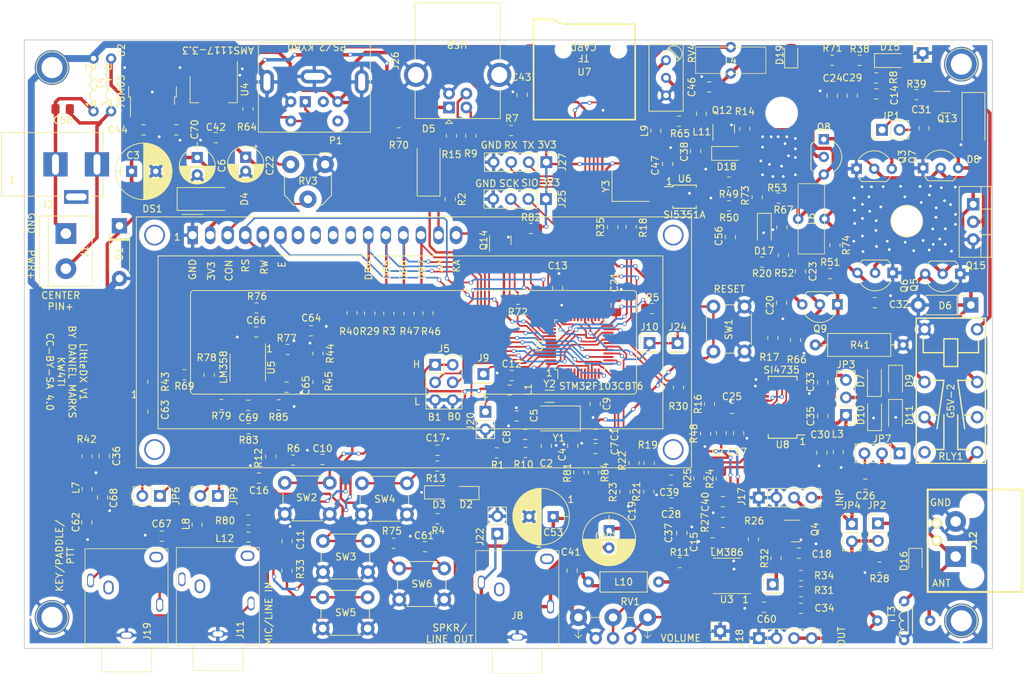
<source format=kicad_pcb>
(kicad_pcb (version 20211014) (generator pcbnew)
  (layers (0 "F.Cu" signal) (31 "B.Cu" signal) (34 "B.Paste" user) (35 "F.Paste" user) (36 "B.SilkS" user "B.Silkscreen") (37 "F.SilkS" user "F.Silkscreen") (38 "B.Mask" user) (39 "F.Mask" user) (44 "Edge.Cuts" user))
  (net 0 "")
  (net 1 "+5V")
  (net 2 "GND")
  (net 3 "Net-(C2-Pad2)")
  (net 4 "+12V")
  (net 5 "Net-(C8-Pad2)")
  (net 6 "Net-(C11-Pad2)")
  (net 7 "Net-(C23-Pad2)")
  (net 8 "Net-(C26-Pad1)")
  (net 9 "Net-(C26-Pad2)")
  (net 10 "Net-(C34-Pad1)")
  (net 11 "Net-(C34-Pad2)")
  (net 12 "Net-(D3-Pad2)")
  (net 13 "SCK")
  (net 14 "MOSI")
  (net 15 "TXD")
  (net 16 "RXD")
  (net 17 "Net-(C1-Pad2)")
  (net 18 "TRANSMIT")
  (net 19 "BEEPOUT")
  (net 20 "Net-(RV1-Pad2)")
  (net 21 "AUDIO")
  (net 22 "Net-(C4-Pad2)")
  (net 23 "Net-(C5-Pad2)")
  (net 24 "Net-(C10-Pad2)")
  (net 25 "Net-(C17-Pad2)")
  (net 26 "MISO")
  (net 27 "Net-(C64-Pad2)")
  (net 28 "DB5")
  (net 29 "DB4")
  (net 30 "DB7")
  (net 31 "DB6")
  (net 32 "Net-(DS1-Pad3)")
  (net 33 "RS")
  (net 34 "E")
  (net 35 "Net-(C16-Pad2)")
  (net 36 "Net-(C9-Pad1)")
  (net 37 "SDA")
  (net 38 "SCL")
  (net 39 "Net-(C23-Pad1)")
  (net 40 "+3.3V")
  (net 41 "Net-(U6-Pad2)")
  (net 42 "Net-(C27-Pad1)")
  (net 43 "Net-(C33-Pad1)")
  (net 44 "Net-(C33-Pad2)")
  (net 45 "Net-(C35-Pad1)")
  (net 46 "Net-(C35-Pad2)")
  (net 47 "RCH")
  (net 48 "Net-(C30-Pad1)")
  (net 49 "Net-(D15-Pad2)")
  (net 50 "Net-(L9-Pad2)")
  (net 51 "Net-(J12-Pad1)")
  (net 52 "Net-(D16-Pad2)")
  (net 53 "Net-(D16-Pad1)")
  (net 54 "Net-(Q9-Pad2)")
  (net 55 "Net-(Q9-Pad1)")
  (net 56 "Net-(C56-Pad2)")
  (net 57 "Net-(D2-Pad1)")
  (net 58 "Net-(D5-Pad2)")
  (net 59 "Net-(J9-Pad1)")
  (net 60 "Net-(J25-Pad2)")
  (net 61 "Net-(J25-Pad3)")
  (net 62 "Net-(R1-Pad1)")
  (net 63 "Net-(R15-Pad2)")
  (net 64 "Net-(R9-Pad1)")
  (net 65 "Net-(C56-Pad1)")
  (net 66 "TXRELAY")
  (net 67 "Net-(D15-Pad1)")
  (net 68 "Net-(D18-Pad1)")
  (net 69 "Net-(D18-Pad2)")
  (net 70 "Net-(J26-Pad2)")
  (net 71 "Net-(JP7-Pad2)")
  (net 72 "AMPOUT")
  (net 73 "RF")
  (net 74 "PS2CLK")
  (net 75 "Net-(D19-Pad1)")
  (net 76 "Net-(DS1-Pad15)")
  (net 77 "Net-(C38-Pad1)")
  (net 78 "Net-(L11-Pad2)")
  (net 79 "Net-(C58-Pad1)")
  (net 80 "Net-(C58-Pad2)")
  (net 81 "Net-(C19-Pad1)")
  (net 82 "Net-(L10-Pad1)")
  (net 83 "Net-(C18-Pad1)")
  (net 84 "Net-(C60-Pad2)")
  (net 85 "MICPADDLE")
  (net 86 "SPKR")
  (net 87 "Net-(C61-Pad2)")
  (net 88 "Net-(J18-Pad3)")
  (net 89 "Net-(J17-Pad4)")
  (net 91 "Net-(RLY1-Pad3)")
  (net 95 "Net-(J26-Pad3)")
  (net 96 "Net-(C14-Pad1)")
  (net 97 "Net-(C14-Pad2)")
  (net 98 "Net-(C15-Pad1)")
  (net 99 "Net-(C31-Pad1)")
  (net 100 "Net-(C31-Pad2)")
  (net 101 "Net-(C28-Pad1)")
  (net 102 "Net-(R17-Pad1)")
  (net 103 "Net-(Q4-Pad1)")
  (net 104 "CLK2")
  (net 105 "MUTE")
  (net 106 "Net-(R49-Pad1)")
  (net 107 "Net-(Q12-Pad1)")
  (net 108 "Net-(Q14-Pad1)")
  (net 109 "Net-(Q13-Pad1)")
  (net 112 "Net-(U6-Pad3)")
  (net 119 "Net-(C62-Pad2)")
  (net 120 "Net-(C63-Pad1)")
  (net 121 "Net-(C63-Pad2)")
  (net 122 "Net-(C66-Pad1)")
  (net 123 "Net-(C66-Pad2)")
  (net 124 "Net-(C67-Pad2)")
  (net 125 "Net-(C68-Pad2)")
  (net 126 "Net-(C69-Pad1)")
  (net 127 "Net-(C69-Pad2)")
  (net 133 "Net-(L8-Pad1)")
  (net 134 "Net-(L12-Pad1)")
  (net 135 "Net-(JP6-Pad2)")
  (net 136 "Net-(JP9-Pad2)")
  (net 137 "Net-(DS1-Pad16)")
  (net 138 "Net-(R50-Pad1)")
  (net 139 "PS2DATA")
  (net 140 "BACKL")
  (net 141 "Net-(U1-Pad1)")
  (net 142 "Net-(J5-Pad3)")
  (net 143 "CS")
  (net 145 "RADIORESET")
  (net 146 "Net-(J5-Pad4)")
  (net 157 "Net-(C39-Pad1)")
  (net 158 "Net-(C40-Pad1)")
  (net 159 "Net-(D10-Pad2)")
  (net 160 "Net-(D11-Pad1)")
  (net 161 "Net-(R16-Pad2)")
  (net 162 "LCH")
  (net 165 "PTT")
  (footprint "Capacitor_SMD:C_0805_2012Metric_Pad1.18x1.45mm_HandSolder" (layer "F.Cu") (at 132.588 114.046 180)
    (fp_text reference "C1")
    (fp_text value "10 nF")
  )
  (footprint "Capacitor_SMD:C_0805_2012Metric_Pad1.18x1.45mm_HandSolder" (layer "F.Cu") (at 125.476 115.69 90)
    (fp_text reference "C2")
    (fp_text value "20 pF")
  )
  (footprint "Capacitor_SMD:C_0805_2012Metric_Pad1.18x1.45mm_HandSolder" (layer "F.Cu") (at 129.3 115.71 90)
    (fp_text reference "C4")
    (fp_text value "20 pF")
  )
  (footprint "Capacitor_SMD:C_0805_2012Metric_Pad1.18x1.45mm_HandSolder" (layer "F.Cu") (at 121.2 111.37)
    (fp_text reference "C5")
    (fp_text value "20 pF")
  )
  (footprint "Capacitors_THT:CP_Radial_D5.0mm_P2.50mm" (layer "F.Cu") (at 75 74 -90)
    (fp_text reference "C6")
    (fp_text value "100 uF")
  )
  (footprint "Capacitor_SMD:C_0805_2012Metric_Pad1.18x1.45mm_HandSolder" (layer "F.Cu") (at 122.428 114.046)
    (fp_text reference "C8")
    (fp_text value "20 pF")
  )
  (footprint "Capacitor_SMD:C_0805_2012Metric_Pad1.18x1.45mm_HandSolder" (layer "F.Cu") (at 132.55 109.625 -90)
    (fp_text reference "C9")
    (fp_text value "100 nF")
  )
  (footprint "Capacitor_SMD:C_0805_2012Metric_Pad1.18x1.45mm_HandSolder" (layer "F.Cu") (at 93.12 117.66)
    (fp_text reference "C10")
    (fp_text value "100 nF")
  )
  (footprint "Capacitor_SMD:C_0805_2012Metric_Pad1.18x1.45mm_HandSolder" (layer "F.Cu") (at 87.99 129.49 -90)
    (fp_text reference "C11")
    (fp_text value "100 nF")
  )
  (footprint "Capacitor_SMD:C_0805_2012Metric_Pad1.18x1.45mm_HandSolder" (layer "F.Cu") (at 120.47 105.53)
    (fp_text reference "C12")
    (fp_text value "100 nF")
  )
  (footprint "Capacitor_SMD:C_0805_2012Metric_Pad1.18x1.45mm_HandSolder" (layer "F.Cu") (at 127.11 92.87 -90)
    (fp_text reference "C13")
    (fp_text value "100 nF")
  )
  (footprint "Capacitor_SMD:C_0805_2012Metric_Pad1.18x1.45mm_HandSolder" (layer "F.Cu") (at 149.525 129.725 180)
    (fp_text reference "C15")
    (fp_text value "10 uF")
  )
  (footprint "Capacitor_SMD:C_0805_2012Metric_Pad1.18x1.45mm_HandSolder" (layer "F.Cu") (at 83.93 120.37)
    (fp_text reference "C16")
    (fp_text value "100 nF")
  )
  (footprint "Capacitor_SMD:C_0805_2012Metric_Pad1.18x1.45mm_HandSolder" (layer "F.Cu") (at 109.728 116.332 180)
    (fp_text reference "C17")
    (fp_text value "100 nF")
  )
  (footprint "Capacitors_THT:CP_Radial_D7.5mm_P2.50mm" (layer "F.Cu") (at 134.55 127.95 -90)
    (fp_text reference "C19")
    (fp_text value "220 uF")
  )
  (footprint "Capacitor_SMD:C_0805_2012Metric_Pad1.18x1.45mm_HandSolder" (layer "F.Cu") (at 159.5 95 90)
    (fp_text reference "C20")
    (fp_text value "100 nF")
  )
  (footprint "Capacitor_SMD:C_0805_2012Metric_Pad1.18x1.45mm_HandSolder" (layer "F.Cu") (at 135.575 95.35 -90)
    (fp_text reference "C21")
    (fp_text value "100 nF")
  )
  (footprint "Capacitor_THT:CP_Radial_D5.0mm_P2.00mm" (layer "F.Cu") (at 82 73.968208 -90)
    (fp_text reference "C22")
    (fp_text value "100 uF")
  )
  (footprint "Capacitor_SMD:C_0805_2012Metric_Pad1.18x1.45mm_HandSolder" (layer "F.Cu") (at 152.325 110.275 180)
    (fp_text reference "C25")
    (fp_text value "100 nF")
  )
  (footprint "Capacitor_SMD:C_0805_2012Metric_Pad1.18x1.45mm_HandSolder" (layer "F.Cu") (at 165.45 106.55 90)
    (fp_text reference "C33")
    (fp_text value "100 nF")
  )
  (footprint "Capacitor_SMD:C_0805_2012Metric_Pad1.18x1.45mm_HandSolder" (layer "F.Cu") (at 162.306 139.192 180)
    (fp_text reference "C34")
    (fp_text value "100 nF")
  )
  (footprint "Capacitor_SMD:C_0805_2012Metric_Pad1.18x1.45mm_HandSolder" (layer "F.Cu") (at 165.45 111.375 -90)
    (fp_text reference "C35")
    (fp_text value "100 nF")
  )
  (footprint "Diode_THT:D_DO-41_SOD81_P7.62mm_Horizontal" (layer "F.Cu") (at 63.75 83.88 -90)
    (fp_text reference "D1")
    (fp_text value "1N4007")
  )
  (footprint "Diode_SMD:D_0805_2012Metric_Pad1.15x1.40mm_HandSolder" (layer "F.Cu") (at 113.885 122.53 180)
    (fp_text reference "D2")
    (fp_text value "LED")
  )
  (footprint "LED_SMD:LED_0805_2012Metric_Pad1.15x1.40mm_HandSolder" (layer "F.Cu") (at 109.719 122.428)
    (fp_text reference "D3")
    (fp_text value "LED")
  )
  (footprint "Diode_SMD:D_SMA_Handsoldering" (layer "F.Cu") (at 76.5 80)
    (fp_text reference "D4")
    (fp_text value "SS14")
  )
  (footprint "Diode_SMD:D_SMA_Handsoldering" (layer "F.Cu") (at 108.458 75.184 90)
    (fp_text reference "D5")
    (fp_text value "SS14")
  )
  (footprint "Connectors_Terminal_Blocks:TerminalBlock_bornier-2_P5.08mm" (layer "F.Cu") (at 56 85 -90)
    (fp_text reference "J1")
    (fp_text value "POWER")
  )
  (footprint "Connectors:BARREL_JACK" (layer "F.Cu") (at 60.5 75)
    (fp_text reference "J2")
    (fp_text value "Barrel_Jack")
  )
  (footprint "Connector_PinHeader_2.54mm:PinHeader_2x03_P2.54mm_Vertical" (layer "F.Cu") (at 109.4 103.975)
    (fp_text reference "J5")
    (fp_text value "CONFIG")
  )
  (footprint "Inductor_SMD:L_0805_2012Metric_Pad1.15x1.40mm_HandSolder" (layer "F.Cu") (at 120.17 107.63)
    (fp_text reference "L1")
    (fp_text value "100 uH")
  )
  (footprint "Inductor_SMD:L_0805_2012Metric_Pad1.15x1.40mm_HandSolder" (layer "F.Cu") (at 150.78 113.86 90)
    (fp_text reference "L2")
    (fp_text value "22 uH")
  )
  (footprint "Inductor_SMD:L_0805_2012Metric_Pad1.15x1.40mm_HandSolder" (layer "F.Cu") (at 167.7 116.6 -90)
    (fp_text reference "L3")
    (fp_text value "100 uH")
  )
  (footprint "Inductor_SMD:L_0805_2012Metric_Pad1.15x1.40mm_HandSolder" (layer "F.Cu") (at 141.32 70.15 90)
    (fp_text reference "L9")
    (fp_text value "22 uH")
  )
  (footprint "TO_SOT_Packages_THT:TO-92_Inline_Wide" (layer "F.Cu") (at 170.35 75.63)
    (fp_text reference "Q3")
    (fp_text value "2N7000")
  )
  (footprint "Package_TO_SOT_SMD:SOT-23" (layer "F.Cu") (at 161.544 128.016)
    (fp_text reference "Q4")
    (fp_text value "MMBT3904")
  )
  (footprint "Buttons_Switches_THT:SW_PUSH_6mm" (layer "F.Cu") (at 154.142 95.556 -90)
    (fp_text reference "SW1")
    (fp_text value "SW_Push")
  )
  (footprint "Buttons_Switches_THT:SW_PUSH_6mm" (layer "F.Cu") (at 87.66 121.05)
    (fp_text reference "SW2")
    (fp_text value "SW_Push")
  )
  (footprint "Buttons_Switches_THT:SW_PUSH_6mm" (layer "F.Cu") (at 93.18 129.46)
    (fp_text reference "SW3")
    (fp_text value "SW_Push")
  )
  (footprint "Buttons_Switches_THT:SW_PUSH_6mm" (layer "F.Cu") (at 98.82 121.11)
    (fp_text reference "SW4")
    (fp_text value "SW_Push")
  )
  (footprint "Buttons_Switches_THT:SW_PUSH_6mm" (layer "F.Cu") (at 93.14 137.6)
    (fp_text reference "SW5")
    (fp_text value "SW_Push")
  )
  (footprint "Package_TO_SOT_SMD:TO-252-2" (layer "F.Cu") (at 68.525 62.775 90)
    (fp_text reference "U2")
    (fp_text value "LM78M05_TO252")
  )
  (footprint "Crystal:Crystal_SMD_5032-2Pin_5.0x3.2mm" (layer "F.Cu") (at 127.35 111.73 180)
    (fp_text reference "Y1")
    (fp_text value "8 MHz")
  )
  (footprint "Crystal:Crystal_SMD_3215-2Pin_3.2x1.5mm" (layer "F.Cu") (at 125.96 108.53)
    (fp_text reference "Y2")
    (fp_text value "32.768 kHz")
  )
  (footprint "Package_QFP:LQFP-48_7x7mm_P0.5mm" (layer "F.Cu") (at 130.302 101.092 90)
    (fp_text reference "U1")
    (fp_text value "STM32F103C8Tx")
  )
  (footprint "Connector_PinHeader_2.54mm:PinHeader_1x01_P2.54mm_Vertical" (layer "F.Cu") (at 116.375 105.325)
    (fp_text reference "J9")
    (fp_text value "PB9")
  )
  (footprint "Capacitor_SMD:C_0805_2012Metric_Pad1.18x1.45mm_HandSolder" (layer "F.Cu") (at 145.075 128.3 90)
    (fp_text reference "C37")
    (fp_text value "100 nF")
  )
  (footprint "Package_SO:SOP-8_3.9x4.9mm_P1.27mm" (layer "F.Cu") (at 151.58 134.51 180)
    (fp_text reference "U3")
    (fp_text value "LM386")
  )
  (footprint "Package_TO_SOT_SMD:SOT-223-3_TabPin2" (layer "F.Cu") (at 77.38 64.17 -90)
    (fp_text reference "U4")
    (fp_text value "AMS1117-3.3")
  )
  (footprint "TO_SOT_Packages_THT:TO-92_Inline_Wide" (layer "F.Cu") (at 185.34 90.83 180)
    (fp_text reference "Q5")
    (fp_text value "NC")
  )
  (footprint "TO_SOT_Packages_THT:TO-92_Inline_Wide" (layer "F.Cu") (at 175.56 90.68 180)
    (fp_text reference "Q6")
    (fp_text value "2N7000")
  )
  (footprint "TO_SOT_Packages_THT:TO-92_Inline_Wide" (layer "F.Cu") (at 179.96 75.52)
    (fp_text reference "Q7")
    (fp_text value "2N7000")
  )
  (footprint "Capacitor_SMD:C_0805_2012Metric_Pad1.18x1.45mm_HandSolder" (layer "F.Cu") (at 173.2 64.8)
    (fp_text reference "C14")
    (fp_text value "1 uF")
  )
  (footprint "Potentiometers:Potentiometer_Triwood_RM-065" (layer "F.Cu") (at 93.5 75 180)
    (fp_text reference "RV3")
    (fp_text value "10k")
  )
  (footprint "Capacitor_SMD:C_0805_2012Metric_Pad1.18x1.45mm_HandSolder" (layer "F.Cu") (at 77.69 71.14 180)
    (fp_text reference "C42")
    (fp_text value "100 nF")
  )
  (footprint "Connector_PinHeader_2.54mm:PinHeader_1x03_P2.54mm_Vertical" (layer "F.Cu") (at 168.81 111.25 180)
    (fp_text reference "JP3")
    (fp_text value "FMAM")
  )
  (footprint "Resistor_SMD:R_0805_2012Metric_Pad1.20x1.40mm_HandSolder" (layer "F.Cu") (at 118.3 116.71)
    (fp_text reference "R1")
    (fp_text value "1k")
  )
  (footprint "Resistor_SMD:R_0805_2012Metric_Pad1.20x1.40mm_HandSolder" (layer "F.Cu") (at 111.59 80 90)
    (fp_text reference "R2")
    (fp_text value "100R")
  )
  (footprint "Resistor_SMD:R_0805_2012Metric_Pad1.20x1.40mm_HandSolder" (layer "F.Cu") (at 102.7 96.55 90)
    (fp_text reference "R3")
    (fp_text value "10k")
  )
  (footprint "Resistor_SMD:R_0805_2012Metric_Pad1.20x1.40mm_HandSolder" (layer "F.Cu") (at 109.728 126.238)
    (fp_text reference "R4")
    (fp_text value "1k")
  )
  (footprint "Resistor_SMD:R_0805_2012Metric_Pad1.20x1.40mm_HandSolder" (layer "F.Cu") (at 88.85 117.76 180)
    (fp_text reference "R6")
    (fp_text value "1k")
  )
  (footprint "Resistor_SMD:R_0805_2012Metric_Pad1.20x1.40mm_HandSolder" (layer "F.Cu") (at 120.396 70.104 180)
    (fp_text reference "R7")
    (fp_text value "1k5")
  )
  (footprint "Resistor_SMD:R_0805_2012Metric_Pad1.20x1.40mm_HandSolder" (layer "F.Cu") (at 173.2 62.5)
    (fp_text reference "R8")
    (fp_text value "470R")
  )
  (footprint "Resistor_SMD:R_0805_2012Metric_Pad1.20x1.40mm_HandSolder" (layer "F.Cu") (at 114.554 70.866 90)
    (fp_text reference "R9")
    (fp_text value "22R")
  )
  (footprint "Resistor_SMD:R_0805_2012Metric_Pad1.20x1.40mm_HandSolder" (layer "F.Cu") (at 144.78 132.588)
    (fp_text reference "R11")
    (fp_text value "47R")
  )
  (footprint "Resistor_SMD:R_0805_2012Metric_Pad1.20x1.40mm_HandSolder" (layer "F.Cu") (at 85.62 117.23 90)
    (fp_text reference "R12")
    (fp_text value "1k")
  )
  (footprint "Resistor_SMD:R_0805_2012Metric_Pad1.20x1.40mm_HandSolder" (layer "F.Cu") (at 109.712 118.618)
    (fp_text reference "R13")
    (fp_text value "1k")
  )
  (footprint "Resistor_SMD:R_0805_2012Metric_Pad1.20x1.40mm_HandSolder" (layer "F.Cu") (at 154.178 69.85 -90)
    (fp_text reference "R14")
    (fp_text value "470R")
  )
  (footprint "Resistor_SMD:R_0805_2012Metric_Pad1.20x1.40mm_HandSolder" (layer "F.Cu") (at 111.76 70.866 -90)
    (fp_text reference "R15")
    (fp_text value "22R")
  )
  (footprint "Resistor_SMD:R_0805_2012Metric_Pad1.20x1.40mm_HandSolder" (layer "F.Cu") (at 149.075 109.65 90)
    (fp_text reference "R16")
    (fp_text value "NC")
  )
  (footprint "Resistor_SMD:R_0805_2012Metric_Pad1.20x1.40mm_HandSolder" (layer "F.Cu") (at 158.242 100.076 90)
    (fp_text reference "R17")
    (fp_text value "47R")
  )
  (footprint "Resistor_SMD:R_0805_2012Metric_Pad1.20x1.40mm_HandSolder" (layer "F.Cu") (at 137.75 84.025 90)
    (fp_text reference "R18")
    (fp_text value "1k")
  )
  (footprint "Resistor_SMD:R_0805_2012Metric_Pad1.20x1.40mm_HandSolder" (layer "F.Cu") (at 140.35 118.2 -90)
    (fp_text reference "R19")
    (fp_text value "10k")
  )
  (footprint "Resistor_SMD:R_0805_2012Metric_Pad1.20x1.40mm_HandSolder" (layer "F.Cu") (at 156.6672 89.1286 180)
    (fp_text reference "R20")
    (fp_text value "100R")
  )
  (footprint "Resistor_SMD:R_0805_2012Metric_Pad1.20x1.40mm_HandSolder" (layer "F.Cu") (at 140.3 122.325 -90)
    (fp_text reference "R21")
    (fp_text value "10k")
  )
  (footprint "Resistor_SMD:R_0805_2012Metric_Pad1.20x1.40mm_HandSolder" (layer "F.Cu") (at 136.85 122.325 -90)
    (fp_text reference "R23")
    (fp_text value "10k")
  )
  (footprint "Resistor_SMD:R_0805_2012Metric_Pad1.20x1.40mm_HandSolder" (layer "F.Cu") (at 99.94 96.54 90)
    (fp_text reference "R29")
    (fp_text value "10k")
  )
  (footprint "Resistor_SMD:R_0805_2012Metric_Pad1.20x1.40mm_HandSolder" (layer "F.Cu") (at 144.6 107.27 90)
    (fp_text reference "R30")
    (fp_text value "10k")
  )
  (footprint "Resistor_SMD:R_0805_2012Metric_Pad1.20x1.40mm_HandSolder" (layer "F.Cu") (at 162.306 136.78)
    (fp_text reference "R31")
    (fp_text value "47k")
  )
  (footprint "Resistor_SMD:R_0805_2012Metric_Pad1.20x1.40mm_HandSolder" (layer "F.Cu") (at 158.7 131.95 90)
    (fp_text reference "R32")
    (fp_text value "22k")
  )
  (footprint "Resistor_SMD:R_0805_2012Metric_Pad1.20x1.40mm_HandSolder" (layer "F.Cu") (at 87.97 133.76 90)
    (fp_text reference "R33")
    (fp_text value "1k")
  )
  (footprint "Resistor_SMD:R_0805_2012Metric_Pad1.20x1.40mm_HandSolder" (layer "F.Cu") (at 162.306 134.46)
    (fp_text reference "R34")
    (fp_text value "22k")
  )
  (footprint "Resistor_SMD:R_0805_2012Metric_Pad1.20x1.40mm_HandSolder" (layer "F.Cu") (at 108.36 96.53 90)
    (fp_text reference "R46")
    (fp_text value "10k")
  )
  (footprint "Resistor_SMD:R_0805_2012Metric_Pad1.20x1.40mm_HandSolder" (layer "F.Cu") (at 105.61 96.56 90)
    (fp_text reference "R47")
    (fp_text value "10k")
  )
  (footprint "Resistor_SMD:R_0805_2012Metric_Pad1.20x1.40mm_HandSolder" (layer "F.Cu") (at 150.775 120.45 90)
    (fp_text reference "R24")
    (fp_text value "10k")
  )
  (footprint "Capacitor_SMD:C_0805_2012Metric_Pad1.18x1.45mm_HandSolder" (layer "F.Cu") (at 67.23 70 180)
    (fp_text reference "C44")
    (fp_text value "100 nF")
  )
  (footprint "Pin_Headers:Pin_Header_Straight_1x02_Pitch2.54mm" (layer "F.Cu") (at 169.66 126.99)
    (fp_text reference "JP4")
    (fp_text value "BYPASS")
  )
  (footprint "Capacitor_SMD:C_0805_2012Metric_Pad1.18x1.45mm_HandSolder" (layer "F.Cu") (at 143.03 74.93 -90)
    (fp_text reference "C47")
    (fp_text value "100 nF")
  )
  (footprint "Resistor_SMD:R_0805_2012Metric_Pad1.20x1.40mm_HandSolder" (layer "F.Cu") (at 135.075 84.05 90)
    (fp_text reference "R35")
    (fp_text value "1k")
  )
  (footprint "Resistor_SMD:R_0805_2012Metric_Pad1.20x1.40mm_HandSolder" (layer "F.Cu") (at 148.52 113.93 -90)
    (fp_text reference "R48")
    (fp_text value "1k")
  )
  (footprint "Resistor_SMD:R_0805_2012Metric_Pad1.20x1.40mm_HandSolder" (layer "F.Cu") (at 151.892 77.55)
    (fp_text reference "R49")
    (fp_text value "47R")
  )
  (footprint "Resistor_SMD:R_0805_2012Metric_Pad1.20x1.40mm_HandSolder" (layer "F.Cu") (at 151.892 80.975)
    (fp_text reference "R50")
    (fp_text value "47R")
  )
  (footprint "Housings_SSOP:MSOP-10_3x3mm_Pitch0.5mm" (layer "F.Cu") (at 145.49 79.67)
    (fp_text reference "U6")
    (fp_text value "SI5351A")
  )
  (footprint "Crystal:Crystal_SMD_3225-4Pin_3.2x2.5mm_HandSoldering" (layer "F.Cu") (at 137.668 78.098)
    (fp_text reference "Y3")
    (fp_text value "25 MHz")
  )
  (footprint "LittleDX:bnc_90_1-1337543-0_pad_combo" (layer "F.Cu") (at 194.325 129.425 90)
    (fp_text reference "J12")
    (fp_text value "Conn_Coaxial" hide)
  )
  (footprint "LittleDX:G2VRelay" (layer "F.Cu") (at 183.975 101.225 -90)
    (fp_text reference "RLY1")
    (fp_text value "DPDTRelay")
  )
  (footprint "Capacitor_SMD:C_0805_2012Metric_Pad1.18x1.45mm_HandSolder" (layer "F.Cu") (at 165.325 116.6875 -90)
    (fp_text reference "C30")
    (fp_text value "22 nF")
  )
  (footprint "Diode_SMD:D_SOD-123" (layer "F.Cu") (at 175.975 106.3 -90)
    (fp_text reference "D9")
    (fp_text value "1N4148")
  )
  (footprint "Resistor_SMD:R_0805_2012Metric_Pad1.20x1.40mm_HandSolder" (layer "F.Cu") (at 140.8 95.85)
    (fp_text reference "R5")
    (fp_text value "1k5")
  )
  (footprint "Resistor_SMD:R_0805_2012Metric_Pad1.20x1.40mm_HandSolder" (layer "F.Cu") (at 138.176 118.175 -90)
    (fp_text reference "R22")
    (fp_text value "10k")
  )
  (footprint "Resistor_SMD:R_0805_2012Metric_Pad1.20x1.40mm_HandSolder" (layer "F.Cu") (at 147.55 120.375 90)
    (fp_text reference "R25")
    (fp_text value "10k")
  )
  (footprint "Package_TO_SOT_THT:TO-92_Inline_Wide" (layer "F.Cu") (at 165.608 71.374 -90)
    (fp_text reference "Q8")
    (fp_text value "SS8550")
  )
  (footprint "Resistor_SMD:R_0805_2012Metric_Pad1.20x1.40mm_HandSolder" (layer "F.Cu") (at 170.79 59.95)
    (fp_text reference "R38")
    (fp_text value "2R2")
  )
  (footprint "Resistor_SMD:R_0805_2012Metric_Pad1.20x1.40mm_HandSolder" (layer "F.Cu") (at 179 64.9 180)
    (fp_text reference "R39")
    (fp_text value "22k")
  )
  (footprint "Pin_Headers:Pin_Header_Straight_1x02_Pitch2.54mm" (layer "F.Cu") (at 174.03 70 90)
    (fp_text reference "JP1")
    (fp_text value "QSK")
  )
  (footprint "Capacitor_SMD:C_0805_2012Metric_Pad1.18x1.45mm_HandSolder" (layer "F.Cu") (at 143.51 120.65 180)
    (fp_text reference "C39")
    (fp_text value "4.7 uF")
  )
  (footprint "Pin_Headers:Pin_Header_Straight_1x02_Pitch2.54mm" (layer "F.Cu") (at 173.43 126.91)
    (fp_text reference "JP2")
    (fp_text value "Sample")
  )
  (footprint "LittleDX:SamplingTransformer" (layer "F.Cu") (at 177.165 140.97 90)
    (fp_text reference "T3")
    (fp_text value "Current")
  )
  (footprint "LED_SMD:LED_0805_2012Metric_Pad1.15x1.40mm_HandSolder" (layer "F.Cu") (at 178.85 132.385 -90)
    (fp_text reference "D16")
    (fp_text value "LED")
  )
  (footprint "Resistor_SMD:R_0805_2012Metric_Pad1.20x1.40mm_HandSolder" (layer "F.Cu") (at 173.66 133.25 180)
    (fp_text reference "R28")
    (fp_text value "50R")
  )
  (footprint "Diode_SMD:D_SOD-123" (layer "F.Cu") (at 157 84.325 -90)
    (fp_text reference "D17")
    (fp_text value "1N4148")
  )
  (footprint "TO_SOT_Packages_THT:TO-92_Inline_Wide" (layer "F.Cu") (at 167.575 95.25 180)
    (fp_text reference "Q9")
    (fp_text value "2N7000")
  )
  (footprint "Capacitor_SMD:C_0805_2012Metric_Pad1.18x1.45mm_HandSolder" (layer "F.Cu") (at 149.05 63.81)
    (fp_text reference "C46")
    (fp_text value "100 nF")
  )
  (footprint "Resistor_SMD:R_0805_2012Metric_Pad1.20x1.40mm_HandSolder" (layer "F.Cu") (at 166.525 90.8 180)
    (fp_text reference "R51")
    (fp_text value "0R")
  )
  (footprint "Resistor_SMD:R_0805_2012Metric_Pad1.20x1.40mm_HandSolder" (layer "F.Cu") (at 159.766 88.138 -90)
    (fp_text reference "R52")
    (fp_text value "47k")
  )
  (footprint "Capacitor_SMD:C_0805_2012Metric_Pad1.18x1.45mm_HandSolder" (layer "F.Cu") (at 166.83 65.07 -90)
    (fp_text reference "C24")
    (fp_text value "100 nF")
  )
  (footprint "Resistor_SMD:R_0805_2012Metric_Pad1.20x1.40mm_HandSolder" (layer "F.Cu") (at 159.05 79.875 180)
    (fp_text reference "R53")
    (fp_text value "NC")
  )
  (footprint "Capacitor_SMD:C_0805_2012Metric_Pad1.18x1.45mm_HandSolder" (layer "F.Cu") (at 152.1 85.5 90)
    (fp_text reference "C56")
    (fp_text value "100 nF")
  )
  (footprint "Pin_Headers:Pin_Header_Straight_1x03_Pitch2.54mm" (layer "F.Cu") (at 176.56 116.78 -90)
    (fp_text reference "JP7")
    (fp_text value "JVAL1")
  )
  (footprint "Package_TO_SOT_SMD:SOT-23" (layer "F.Cu") (at 151.13 69.85 90)
    (fp_text reference "Q12")
    (fp_text value "MMBT2222")
  )
  (footprint "Package_TO_SOT_SMD:SOT-23" (layer "F.Cu") (at 183.25 66)
    (fp_text reference "Q13")
    (fp_text value "SS8550")
  )
  (footprint "Resistor_SMD:R_0805_2012Metric_Pad1.20x1.40mm_HandSolder" (layer "F.Cu") (at 144.67 68.76)
    (fp_text reference "R65")
    (fp_text value "1k")
  )
  (footprint "Resistor_SMD:R_0805_2012Metric_Pad1.20x1.40mm_HandSolder" (layer "F.Cu") (at 161.525 100.425 -90)
    (fp_text reference "R66")
    (fp_text value "470k")
  )
  (footprint "Resistor_SMD:R_0805_2012Metric_Pad1.20x1.40mm_HandSolder" (layer "F.Cu") (at 159.55 84.1 90)
    (fp_text reference "R67")
    (fp_text value "NC")
  )
  (footprint "LittleDX:Connector_Mini-DIN_Female_6Pin_2rows" (layer "F.Cu") (at 90.63 65.93 180)
    (fp_text reference "P1")
    (fp_text value "Mini-DIN_6pins_ver4")
  )
  (footprint "Resistor_SMD:R_0805_2012Metric_Pad1.20x1.40mm_HandSolder" (layer "F.Cu") (at 82.33 66.99 90)
    (fp_text reference "R64")
    (fp_text value "10k")
  )
  (footprint "Resistor_SMD:R_0805_2012Metric_Pad1.20x1.40mm_HandSolder" (layer "F.Cu") (at 104.15 70.44 180)
    (fp_text reference "R70")
    (fp_text value "10k")
  )
  (footprint "Connectors:1pin" (layer "F.Cu") (at 177.6 83.2)
    (fp_text reference "J13" hide)
    (fp_text value "Conn_01x01")
  )
  (footprint "LED_SMD:LED_0805_2012Metric_Pad1.15x1.40mm_HandSolder" (layer "F.Cu") (at 160.88 59.182 90)
    (fp_text reference "D19")
    (fp_text value "LED")
  )
  (footprint "Resistor_SMD:R_0805_2012Metric_Pad1.20x1.40mm_HandSolder" (layer "F.Cu") (at 166.81 59.93 180)
    (fp_text reference "R71")
    (fp_text value "1k")
  )
  (footprint "Capacitor_SMD:C_0805_2012Metric_Pad1.18x1.45mm_HandSolder" (layer "F.Cu") (at 172.974 94.996)
    (fp_text reference "C32")
    (fp_text value "NC")
  )
  (footprint "Package_TO_SOT_SMD:SOT-23" (layer "F.Cu") (at 118.825 85.95 90)
    (fp_text reference "Q14")
    (fp_text value "MMBT3904")
  )
  (footprint "Resistor_SMD:R_0805_2012Metric_Pad1.20x1.40mm_HandSolder" (layer "F.Cu") (at 121.375 94.5)
    (fp_text reference "R72")
    (fp_text value "10k")
  )
  (footprint "Capacitor_SMD:C_0805_2012Metric_Pad1.18x1.45mm_HandSolder" (layer "F.Cu") (at 147.075 73.075 -90)
    (fp_text reference "C38")
    (fp_text value "100 nF")
  )
  (footprint "Resistor_SMD:R_0805_2012Metric_Pad1.20x1.40mm_HandSolder" (layer "F.Cu") (at 155.975 79.75 -90)
    (fp_text reference "R73")
    (fp_text value "10k")
  )
  (footprint "Potentiometers:Potentiometer_Trimmer_Bourns_3296W" (layer "F.Cu") (at 142.79 59.94 90)
    (fp_text reference "RV4")
    (fp_text value "2k")
  )
  (footprint "Resistor_SMD:R_0805_2012Metric_Pad1.20x1.40mm_HandSolder" (layer "F.Cu") (at 167.225 86.675 -90)
    (fp_text reference "R74")
    (fp_text value "0R")
  )
  (footprint "Inductor_SMD:L_0805_2012Metric_Pad1.15x1.40mm_HandSolder" (layer "F.Cu") (at 147.9 67.65 90)
    (fp_text reference "L11")
    (fp_text value "100 uH")
  )
  (footprint "Connectors:1pin" (layer "F.Cu") (at 54 61)
    (fp_text reference "J3" hide)
    (fp_text value "Conn_01x01")
  )
  (footprint "Connectors:1pin" (layer "F.Cu") (at 185.5 60.5)
    (fp_text reference "J4" hide)
    (fp_text value "Conn_01x01")
  )
  (footprint "Connectors:1pin" (layer "F.Cu") (at 185.5 141)
    (fp_text reference "J6" hide)
    (fp_text value "Conn_01x01")
  )
  (footprint "Connectors:1pin" (layer "F.Cu") (at 54 140.5)
    (fp_text reference "J7" hide)
    (fp_text value "Conn_01x01")
  )
  (footprint "Capacitor_SMD:C_0805_2012Metric_Pad1.18x1.45mm_HandSolder" (layer "F.Cu") (at 129.21 133.75 -90)
    (fp_text reference "C41")
    (fp_text value "100 nF")
  )
  (footprint "Capacitor_SMD:C_0805_2012Metric_Pad1.18x1.45mm_HandSolder" (layer "F.Cu") (at 55.5375 67)
    (fp_text reference "C58")
    (fp_text value "100 nF")
  )
  (footprint "LittleDX:DoubleWindingTransformer" (layer "F.Cu") (at 61.27 63.5 90)
    (fp_text reference "T4")
    (fp_text value "Common-Mode Choke")
  )
  (footprint "Capacitor_SMD:C_0805_2012Metric_Pad1.18x1.45mm_HandSolder" (layer "F.Cu") (at 153.3 113.875 -90)
    (fp_text reference "C27")
    (fp_text value "100 nF")
  )
  (footprint "Diodes_THT:D_DO-41_SOD81_P7.62mm_Horizontal" (layer "F.Cu") (at 186.88 95.33 180)
    (fp_text reference "D6")
    (fp_text value "D_Zener")
  )
  (footprint "Resistor_SMD:R_0805_2012Metric_Pad1.20x1.40mm_HandSolder" (layer "F.Cu") (at 83.566 95.758 180)
    (fp_text reference "R76")
    (fp_text value "100k")
  )
  (footprint "Resistors_THT:R_Axial_DIN0309_L9.0mm_D3.2mm_P12.70mm_Horizontal" (layer "F.Cu") (at 177.075 101.1 180)
    (fp_text reference "R41")
    (fp_text value "150R")
  )
  (footprint "Capacitor_SMD:C_0805_2012Metric_Pad1.18x1.45mm_HandSolder" (layer "F.Cu") (at 132.588 116.078)
    (fp_text reference "C7")
    (fp_text value "1 nF")
  )
  (footprint "Inductor_THT:L_Axial_L6.6mm_D2.7mm_P10.16mm_Horizontal_Vishay_IM-2" (layer "F.Cu") (at 141.732 135.382 180)
    (fp_text reference "L10")
    (fp_text value "100 uH")
  )
  (footprint "Pin_Headers:Pin_Header_Straight_1x01_Pitch2.54mm" (layer "F.Cu") (at 158.22 135.73)
    (fp_text reference "J14" hide)
    (fp_text value "Conn_01x01")
  )
  (footprint "Pin_Headers:Pin_Header_Straight_1x01_Pitch2.54mm" (layer "F.Cu") (at 150.622 142.494)
    (fp_text reference "J15" hide)
    (fp_text value "Conn_01x01")
  )
  (footprint "Pin_Headers:Pin_Header_Straight_1x01_Pitch2.54mm" (layer "F.Cu") (at 179.9 58.9)
    (fp_text reference "J16" hide)
    (fp_text value "Conn_01x01")
  )
  (footprint "Capacitors_THT:CP_Radial_D8.0mm_P3.50mm" (layer "F.Cu") (at 65.5 76)
    (fp_text reference "C3")
    (fp_text value "1000 uF")
  )
  (footprint "LittleDX:SmallVerticalToroid" (layer "F.Cu") (at 152.146 59.944)
    (fp_text reference "L4")
    (fp_text value "100 uH")
  )
  (footprint "LittleDX:SmallVerticalToroid" (layer "F.Cu") (at 163.8 82.875 90)
    (fp_text reference "L6")
    (fp_text value "22 uH")
  )
  (footprint "TO_SOT_Packages_THT:TO-220-3_Vertical" (layer "F.Cu") (at 187.21 80.77 -90)
    (fp_text reference "Q15")
    (fp_text value "NC")
  )
  (footprint "Capacitor_SMD:C_0805_2012Metric_Pad1.18x1.45mm_HandSolder" (layer "F.Cu") (at 161.99 131.22)
    (fp_text reference "C18")
    (fp_text value "NC")
  )
  (footprint "Capacitor_SMD:C_0805_2012Metric_Pad1.18x1.45mm_HandSolder" (layer "F.Cu") (at 156.972 139.04)
    (fp_text reference "C60")
    (fp_text value "NC")
  )
  (footprint "Resistor_SMD:R_0805_2012Metric_Pad1.20x1.40mm_HandSolder" (layer "F.Cu") (at 122.45 116.65)
    (fp_text reference "R10")
    (fp_text value "47k")
  )
  (footprint "Diode_SMD:D_SOD-123" (layer "F.Cu") (at 175.18 59.99)
    (fp_text reference "D15")
    (fp_text value "1N4148")
  )
  (footprint "Diode_SMD:D_SOD-123" (layer "F.Cu") (at 151.638 73.406)
    (fp_text reference "D18")
    (fp_text value "1N4148")
  )
  (footprint "LittleDX:Potentiometer_Big_Small_Combined" (layer "F.Cu") (at 135.128 143.51)
    (fp_text reference "RV1")
    (fp_text value "10k")
  )
  (footprint "Diode_SMD:D_SMA_Handsoldering" (layer "F.Cu") (at 187.25 69 -90)
    (fp_text reference "D8")
    (fp_text value "1N4007")
  )
  (footprint "Connector_PinHeader_2.54mm:PinHeader_1x01_P2.54mm_Vertical" (layer "F.Cu") (at 140.41 100.83)
    (fp_text reference "J10")
    (fp_text value "PA6")
  )
  (footprint "Capacitor_SMD:C_0805_2012Metric_Pad1.18x1.45mm_HandSolder" (layer "F.Cu") (at 107.9325 130.28)
    (fp_text reference "C61")
    (fp_text value "100 nF")
  )
  (footprint "Resistor_SMD:R_0805_2012Metric_Pad1.20x1.40mm_HandSolder" (layer "F.Cu") (at 97.39 96.5 90)
    (fp_text reference "R40")
    (fp_text value "10k")
  )
  (footprint "Resistor_SMD:R_0805_2012Metric_Pad1.20x1.40mm_HandSolder" (layer "F.Cu") (at 103.378 129.794)
    (fp_text reference "R75")
    (fp_text value "1k")
  )
  (footprint "Buttons_Switches_THT:SW_PUSH_6mm" (layer "F.Cu") (at 104.21 133.43)
    (fp_text reference "SW6")
    (fp_text value "SW_Push")
  )
  (footprint "Capacitors_THT:CP_Radial_D8.0mm_P3.50mm" (layer "F.Cu") (at 126.48 125.93 180)
    (fp_text reference "C53")
    (fp_text value "1000 uF")
  )
  (footprint "Pin_Headers:Pin_Header_Straight_1x04_Pitch2.54mm" (layer "F.Cu") (at 156.21 123.19 90)
    (fp_text reference "J17")
    (fp_text value "Filt1")
  )
  (footprint "Pin_Headers:Pin_Header_Straight_1x04_Pitch2.54mm" (layer "F.Cu") (at 156.22 143.51 90)
    (fp_text reference "J18")
    (fp_text value "Filt2")
  )
  (footprint "Capacitor_SMD:C_0805_2012Metric_Pad1.18x1.45mm_HandSolder" (layer "F.Cu") (at 171.62 121.24 180)
    (fp_text reference "C26")
    (fp_text value "10 nF")
  )
  (footprint "Capacitor_SMD:C_0805_2012Metric_Pad1.18x1.45mm_HandSolder" (layer "F.Cu") (at 162.25 90.4875 90)
    (fp_text reference "C23")
    (fp_text value "10 nF")
  )
  (footprint "LittleDX:PJ-3240-35mm-stereo" (layer "F.Cu") (at 64.77 144.78 180)
    (fp_text reference "J19")
    (fp_text value "AudioJack2_Dual_Ground_Switch")
  )
  (footprint "Capacitor_SMD:C_0805_2012Metric_Pad1.18x1.45mm_HandSolder" (layer "F.Cu") (at 61.55 117.17 90)
    (fp_text reference "C36")
    (fp_text value "100 nF")
  )
  (footprint "Diode_SMD:D_SOD-123" (layer "F.Cu") (at 172.95 111.25 90)
    (fp_text reference "D10")
    (fp_text value "1N4148")
  )
  (footprint "Resistor_SMD:R_0805_2012Metric_Pad1.20x1.40mm_HandSolder" (layer "F.Cu") (at 82.375 126.425 180)
    (fp_text reference "R80")
    (fp_text value "470R")
  )
  (footprint "Package_SO:SOP-8_3.9x4.9mm_P1.27mm" (layer "F.Cu") (at 82.3075 104.378 -90)
    (fp_text reference "U5")
    (fp_text value "LM358")
  )
  (footprint "Capacitor_SMD:C_0805_2012Metric_Pad1.18x1.45mm_HandSolder" (layer "F.Cu") (at 82.3775 109.838)
    (fp_text reference "C69")
    (fp_text value "100 pF")
  )
  (footprint "Capacitor_SMD:C_0805_2012Metric_Pad1.18x1.45mm_HandSolder" (layer "F.Cu") (at 69.85 128.75)
    (fp_text reference "C67")
    (fp_text value "1 nF")
  )
  (footprint "Inductor_SMD:L_0805_2012Metric_Pad1.15x1.40mm_HandSolder" (layer "F.Cu") (at 82.4 128.9 180)
    (fp_text reference "L12")
    (fp_text value "100 uH")
  )
  (footprint "Package_SO:SSOP-24_3.9x8.7mm_P0.635mm" (layer "F.Cu") (at 159.65 110.125 180)
    (fp_text reference "U8")
    (fp_text value "Si4735-D60-GU")
  )
  (footprint "Resistor_SMD:R_0805_2012Metric_Pad1.20x1.40mm_HandSolder" (layer "F.Cu") (at 59.08 117.21 -90)
    (fp_text reference "R42")
    (fp_text value "4k7")
  )
  (footprint "Resistor_SMD:R_0805_2012Metric_Pad1.20x1.40mm_HandSolder" (layer "F.Cu") (at 88.07 101.76)
    (fp_text reference "R77")
    (fp_text value "1k")
  )
  (footprint "Resistor_SMD:R_0805_2012Metric_Pad1.20x1.40mm_HandSolder" (layer "F.Cu") (at 73.136 105.41 180)
    (fp_text reference "R69")
    (fp_text value "100k")
  )
  (footprint "Display:WC1602A" (layer "F.Cu") (at 74.33 85.23)
    (fp_text reference "DS1")
    (fp_text value "LCD1602A")
  )
  (footprint "Resistor_SMD:R_0805_2012Metric_Pad1.20x1.40mm_HandSolder" (layer "F.Cu") (at 68.58 106.426 90)
    (fp_text reference "R43")
    (fp_text value "4k7")
  )
  (footprint "Resistor_SMD:R_0805_2012Metric_Pad1.20x1.40mm_HandSolder" (layer "F.Cu") (at 92.456 102.346 90)
    (fp_text reference "R44")
    (fp_text value "4k7")
  )
  (footprint "Connector_PinHeader_2.54mm:PinHeader_1x01_P2.54mm_Vertical" (layer "F.Cu") (at 144.47 100.85)
    (fp_text reference "J24")
    (fp_text value "TRANSMIT")
  )
  (footprint "MountingHole:MountingHole_3.2mm_M3" (layer "F.Cu") (at 159.512 67.564)
    (fp_text reference "J23" hide)
    (fp_text value "Conn_01x01")
  )
  (footprint "Capacitor_SMD:C_0805_2012Metric_Pad1.18x1.45mm_HandSolder" (layer "F.Cu") (at 68.58 110.744 90)
    (fp_text reference "C63")
    (fp_text value "10 uF")
  )
  (footprint "Connector_PinHeader_2.54mm:PinHeader_1x02_P2.54mm_Vertical" (layer "F.Cu") (at 118.39 128.41 180)
    (fp_text reference "J22")
    (fp_text value "Conn_01x02")
  )
  (footprint "Connector_PinHeader_2.54mm:PinHeader_1x02_P2.54mm_Vertical" (layer "F.Cu") (at 77.978 122.936 -90)
    (fp_text reference "JP9")
    (fp_text value "HIGAIN")
  )
  (footprint "Inductor_SMD:L_0805_2012Metric_Pad1.15x1.40mm_HandSolder" (layer "F.Cu") (at 59.08 121.97 -90)
    (fp_text reference "L7")
    (fp_text value "100 uH")
  )
  (footprint "Connector_PinHeader_2.54mm:PinHeader_1x04_P2.54mm_Vertical" (layer "F.Cu") (at 125.42 80.01 -90)
    (fp_text reference "J25")
    (fp_text value "Conn_01x04")
  )
  (footprint "Capacitor_SMD:C_0805_2012Metric_Pad1.18x1.45mm_HandSolder" (layer "F.Cu") (at 87.9175 107.23 180)
    (fp_text reference "C65")
    (fp_text value "100 nF")
  )
  (footprint "Resistor_SMD:R_0805_2012Metric_Pad1.20x1.40mm_HandSolder" (layer "F.Cu") (at 130.2 119.54 -90)
    (fp_text reference "R81")
    (fp_text value "470R")
  )
  (footprint "Resistor_SMD:R_0805_2012Metric_Pad1.20x1.40mm_HandSolder" (layer "F.Cu") (at 132.31 119.54 -90)
    (fp_text reference "R84")
    (fp_text value "10k")
  )
  (footprint "LittleDX:PJ-3240-35mm-stereo" (layer "F.Cu") (at 121.28 145.05 180)
    (fp_text reference "J8")
    (fp_text value "AudioJack2_Dual_Ground_Switch")
  )
  (footprint "Capacitor_SMD:C_0805_2012Metric_Pad1.18x1.45mm_HandSolder" (layer "F.Cu") (at 61.31 123.16 90)
    (fp_text reference "C68")
    (fp_text value "1 nF")
  )
  (footprint "Resistor_SMD:R_0805_2012Metric_Pad1.20x1.40mm_HandSolder" (layer "F.Cu") (at 82.43 113.22 180)
    (fp_text reference "R83")
    (fp_text value "100k")
  )
  (footprint "Connector_PinHeader_2.54mm:PinHeader_1x04_P2.54mm_Vertical" (layer "F.Cu") (at 125.476 74.676 -90)
    (fp_text reference "J27")
    (fp_text value "Conn_01x04")
  )
  (footprint "Capacitor_SMD:C_0805_2012Metric_Pad1.18x1.45mm_HandSolder" (layer "F.Cu") (at 59.02 126.76 90)
    (fp_text reference "C62")
    (fp_text value "1 nF")
  )
  (footprint "Resistor_SMD:R_0805_2012Metric_Pad1.20x1.40mm_HandSolder" (layer "F.Cu") (at 155.43 129.205 -90)
    (fp_text reference "R26")
    (fp_text value "10k")
  )
  (footprint "Resistor_SMD:R_0805_2012Metric_Pad1.20x1.40mm_HandSolder" (layer "F.Cu") (at 86.7475 109.768)
    (fp_text reference "R85")
    (fp_text value "1k")
  )
  (footprint "Capacitor_SMD:C_0805_2012Metric_Pad1.18x1.45mm_HandSolder" (layer "F.Cu") (at 71.9625 70 180)
    (fp_text reference "C70")
    (fp_text value "100 nF")
  )
  (footprint "Resistor_SMD:R_0805_2012Metric_Pad1.20x1.40mm_HandSolder" (layer "F.Cu") (at 78.486 109.728 180)
    (fp_text reference "R79")
    (fp_text value "100k")
  )
  (footprint "Resistor_SMD:R_0805_2012Metric_Pad1.20x1.40mm_HandSolder" (layer "F.Cu") (at 151.025 126.775 180)
    (fp_text reference "R27")
    (fp_text value "10k")
  )
  (footprint "Connector_USB:USB_B_OST_USB-B1HSxx_Horizontal" (layer "F.Cu") (at 111.41 66.76 90)
    (fp_text reference "J26")
    (fp_text value "USB_B")
  )
  (footprint "Capacitor_SMD:C_0805_2012Metric_Pad1.18x1.45mm_HandSolder" (layer "F.Cu") (at 169.72 65.07 90)
    (fp_text reference "C29")
    (fp_text value "1 uF")
  )
  (footprint "LittleDX:GCT-MEM2055-00-190-01-A" (layer "F.Cu") (at 130.98 69.73)
    (fp_text reference "U7")
    (fp_text value "MicroSD_SPI_CD")
  )
  (footprint "Capacitor_SMD:C_0805_2012Metric_Pad1.18x1.45mm_HandSolder" (layer "F.Cu") (at 151.025 123.775)
    (fp_text reference "C40")
    (fp_text value "4.7 uF")
  )
  (footprint "Diode_SMD:D_SOD-123" (layer "F.Cu") (at 172.925 106.3 90)
    (fp_text reference "D7")
    (fp_text value "1N4148")
  )
  (footprint "Connector_PinHeader_2.54mm:PinHeader_1x02_P2.54mm_Vertical" (layer "F.Cu") (at 69.596 122.936 -90)
    (fp_text reference "JP6")
    (fp_text value "HIGAIN")
  )
  (footprint "Capacitor_SMD:C_0805_2012Metric_Pad1.18x1.45mm_HandSolder" (layer "F.Cu") (at 121.98 64.94 -90)
    (fp_text reference "C43")
    (fp_text value "100 nF")
  )
  (footprint "LittleDX:PJ-3240-35mm-stereo" (layer "F.Cu") (at 77.978 144.6 180)
    (fp_text reference "J11")
    (fp_text value "AudioJack2_Dual_Ground_Switch")
  )
  (footprint "Capacitor_SMD:C_0805_2012Metric_Pad1.18x1.45mm_HandSolder" (layer "F.Cu") (at 83.53 99.23)
    (fp_text reference "C66")
    (fp_text value "100 pF")
  )
  (footprint "Resistor_SMD:R_0805_2012Metric_Pad1.20x1.40mm_HandSolder" (layer "F.Cu") (at 92.456 106.442 90)
    (fp_text reference "R45")
    (fp_text value "10k")
  )
  (footprint "Capacitor_SMD:C_0805_2012Metric_Pad1.18x1.45mm_HandSolder" (layer "F.Cu") (at 180.09 69.75 90)
    (fp_text reference "C31")
    (fp_text value "4.7 uF")
  )
  (footprint "Diode_SMD:D_SOD-123" (layer "F.Cu") (at 175.975 111.25 -90)
    (fp_text reference "D11")
    (fp_text value "1N4148")
  )
  (footprint "Inductor_SMD:L_0805_2012Metric_Pad1.15x1.40mm_HandSolder" (layer "F.Cu") (at 74.975 127.1 -90)
    (fp_text reference "L8")
    (fp_text value "100 uH")
  )
  (footprint "Resistor_SMD:R_0805_2012Metric_Pad1.20x1.40mm_HandSolder" (layer "F.Cu") (at 123.25 84.275 180)
    (fp_text reference "R82")
    (fp_text value "10k")
  )
  (footprint "Capacitor_SMD:C_0805_2012Metric_Pad1.18x1.45mm_HandSolder" (layer "F.Cu") (at 143.55 123.95 180)
    (fp_text reference "C28")
    (fp_text value "4.7 uF")
  )
  (footprint "Connector_PinHeader_2.54mm:PinHeader_1x02_P2.54mm_Vertical" (layer "F.Cu") (at 116.67 110.77)
    (fp_text reference "J20")
    (fp_text value "Conn_01x02")
  )
  (footprint "Resistor_SMD:R_0805_2012Metric_Pad1.20x1.40mm_HandSolder" (layer "F.Cu") (at 76.73 105.43 -90)
    (fp_text reference "R78")
    (fp_text value "4k7")
  )
  (footprint "Capacitor_SMD:C_0805_2012Metric_Pad1.18x1.45mm_HandSolder" (layer "F.Cu") (at 91.44 99.06 180)
    (fp_text reference "C64")
    (fp_text value "100 nF")
  )
  (gr_line (start 190 145) (end 50 145) (layer "Edge.Cuts") (width 0.15))
  (gr_line (start 50 145) (end 50 57) (layer "Edge.Cuts") (width 0.15))
  (gr_line (start 190 57) (end 190 145) (layer "Edge.Cuts") (width 0.15))
  (gr_line (start 50 57) (end 190 57) (layer "Edge.Cuts") (width 0.15))
  (gr_text "PS/2 KYBD" (at 92.29 58.01 180) (layer "F.SilkS") (effects (font (size 1 1))))
  (gr_text "SPKR/\nLINE OUT" (at 111.506 142.825) (layer "F.SilkS") (effects (font (size 1 1))))
  (gr_text "1" (at 48.26 77.216) (layer "F.SilkS") (effects (font (size 1 1))))
  (gr_text "1" (at 85.45 101.65) (layer "F.SilkS") (effects (font (size 1 1))))
  (gr_text "TF\nCARD" (at 130.84 58.81 180) (layer "F.SilkS") (effects (font (size 1 1))))
  (gr_text "GND" (at 134.02 128.78) (layer "F.SilkS") (effects (font (size 1 1))))
  (gr_text "LittleDX V1\nBY DANIEL MARKS\nKW4TI\nCC-BY-SA 4.0" (at 56.09 104.99 270) (layer "F.SilkS") (effects (font (size 1 1))))
  (gr_text "RS" (at 81.98 89.63 90) (layer "F.SilkS") (effects (font (size 1 1))))
  (gr_text "3V3" (at 125.59 72.16) (layer "F.SilkS") (effects (font (size 1 1))))
  (gr_text "1" (at 124.4 129.9) (layer "F.SilkS") (effects (font (size 1 1))))
  (gr_text "78M05" (at 64 64.495 90) (layer "F.SilkS") (effects (font (size 1 1))))
  (gr_text "B1" (at 109.32 111.54) (layer "F.SilkS") (effects (font (size 1 1))))
  (gr_text "TX" (at 122.88 72.23) (layer "F.SilkS") (effects (font (size 1 1))))
  (gr_text "GND" (at 51 83.5 270) (layer "F.SilkS") (effects (font (size 1 1))))
  (gr_text "DB4" (at 99.8 90.28 90) (layer "F.SilkS") (effects (font (size 1 1))))
  (gr_text "RW" (at 84.69 89.87 90) (layer "F.SilkS") (effects (font (size 1 1))))
  (gr_text "GND" (at 116.72 77.77) (layer "F.SilkS") (effects (font (size 1 1))))
  (gr_text "GND" (at 182.495 123.905) (layer "F.SilkS") (effects (font (size 1 1))))
  (gr_text "1" (at 72.11 85.5) (layer "F.SilkS") (effects (font (size 1 1))))
  (gr_text "AMS1117-3.3" (at 78 58.48 180) (layer "F.SilkS") (effects (font (size 1 1))))
  (gr_text "+" (at 116.61 108.6) (layer "F.SilkS") (effects (font (size 1 1))))
  (gr_text "GND" (at 74.33 90.19 90) (layer "F.SilkS") (effects (font (size 1 1))))
  (gr_text "E" (at 87.25 89.47 90) (layer "F.SilkS") (effects (font (size 1 1))))
  (gr_text "PWR+" (at 51 89.5 270) (layer "F.SilkS") (effects (font (size 1 1))))
  (gr_text "SI4735" (at 159.5 104.725) (layer "F.SilkS") (effects (font (size 1 1))))
  (gr_text "INP" (at 167.894 123.19 90) (layer "F.SilkS") (effects (font (size 1 1))))
  (gr_text "B0" (at 112.16 111.47) (layer "F.SilkS") (effects (font (size 1 1))))
  (gr_text "VOLUME" (at 144.925 143.5) (layer "F.SilkS") (effects (font (size 1 1))))
  (gr_text "MIC/LINE IN" (at 85.344 139.954 90) (layer "F.SilkS") (effects (font (size 1 1))))
  (gr_text "1" (at 65.91 108.28) (layer "F.SilkS") (effects (font (size 1 1))))
  (gr_text "3V3" (at 126.08 77.64) (layer "F.SilkS") (effects (font (size 1 1))))
  (gr_text "LM358" (at 78.79 104.32 90) (layer "F.SilkS") (effects (font (size 1 1))))
  (gr_text "SCK" (at 120.13 77.75) (layer "F.SilkS") (effects (font (size 1 1))))
  (gr_text "H" (at 106.71 103.91) (layer "F.SilkS") (effects (font (size 1 1))))
  (gr_text "KEY/PADDLE/\nPTT" (at 55.88 131.572 90) (layer "F.SilkS") (effects (font (size 1 1))))
  (gr_text "1" (at 154.3 137.925) (layer "F.SilkS") (effects (font (size 1 1))))
  (gr_text "GND" (at 117.52 72.2) (layer "F.SilkS") (effects (font (size 1 1))))
  (gr_text "1" (at 125.9 105.14) (layer "F.SilkS") (effects (font (size 1 1))))
  (gr_text "1" (at 162.56 115.062) (layer "F.SilkS") (effects (font (size 1 1))))
  (gr_text "AN" (at 110.03 89.6 90) (layer "F.SilkS") (effects (font (size 1 1))))
  (gr_text "USB" (at 112.56 57.68 180) (layer "F.SilkS") (effects (font (size 1 1))))
  (gr_text "1" (at 129.032 123.444) (layer "F.SilkS") (effects (font (size 1 1))))
  (gr_text "STM32F103CBT6" (at 133.42 107.07) (layer "F.SilkS") (effects (font (size 1 1))))
  (gr_text "RX" (at 120.33 72.23) (layer "F.SilkS") (effects (font (size 1 1))))
  (gr_text "DB7" (at 107.55 90.19 90) (layer "F.SilkS") (effects (font (size 1 1))))
  (gr_text "KA" (at 112.5 89.7 90) (layer "F.SilkS") (effects (font (size 1 1))))
  (gr_text "CENTER\nPIN+" (at 55.25 94.75) (layer "F.SilkS") (effects (font (size 1 1))))
  (gr_text "DB5" (at 102.42 90.22 90) (layer "F.SilkS") (effects (font (size 1 1))))
  (gr_text "DB6" (at 104.83 90.33 90) (layer "F.SilkS") (effects (font (size 1 1))))
  (gr_text "SIO" (at 123.1 77.68) (layer "F.SilkS") (effects (font (size 1 1))))
  (gr_text "OUT" (at 168.148 143.256 90) (layer "F.SilkS") (effects (font (size 1 1))))
  (gr_text "CON" (at 79.59 90.35 90) (layer "F.SilkS") (effects (font (size 1 1))))
  (gr_text "ANT" (at 182.615 135.555) (layer "F.SilkS") (effects (font (size 1 1))))
  (gr_text "L" (at 106.78 109.28) (layer "F.SilkS") (effects (font (size 1 1))))
  (gr_text "RESET" (at 151.95 93.03) (layer "F.SilkS") (effects (font (size 1 1))))
  (gr_text "1" (at 143.256 77.47) (layer "F.SilkS") (effects (font (size 1 1))))
  (gr_text "SI5351A" (at 145.45 82.275) (layer "F.SilkS") (effects (font (size 1 1))))
  (gr_text "LM386" (at 151.6 131.1) (layer "F.SilkS") (effects (font (size 1 1))))
  (gr_text "3V3" (at 77.04 90.43 90) (layer "F.SilkS") (effects (font (size 1 1))))
  (segment (start 72 74) (end 75 74) (width 0.5) (layer "F.Cu") (net 1))
  (segment (start 86.88 107.23) (end 84.4395 107.23) (width 0.35) (layer "F.Cu") (net 1))
  (segment (start 72.39 83.31) (end 72.39 86.5325) (width 0.5) (layer "F.Cu") (net 1))
  (segment (start 93.68 64.28) (end 95.33 65.93) (width 0.5) (layer "F.Cu") (net 1))
  (segment (start 90.932 105.918) (end 92.456 107.442) (width 0.35) (layer "F.Cu") (net 1))
  (segment (start 99.3 58.82) (end 118.99 58.82) (width 0.5) (layer "F.Cu") (net 1))
  (segment (start 75.08 61.02) (end 75.08 59.93) (width 0.5) (layer "F.Cu") (net 1))
  (segment (start 70.78 67.2) (end 70.78 69.855) (width 0.5) (layer "F.Cu") (net 1))
  (segment (start 105.14 74.914) (end 105.14 70.45) (width 0.5) (layer "F.Cu") (net 1))
  (segment (start 70.78 69.855) (end 70.925 70) (width 0.5) (layer "F.Cu") (net 1))
  (segment (start 95.33 65.93) (end 95.45 66.05) (width 0.5) (layer "F.Cu") (net 1))
  (segment (start 96.75 61.37) (end 99.3 58.82) (width 0.5) (layer "F.Cu") (net 1))
  (segment (start 61.63 116.0525) (end 61.63 114.67) (width 0.35) (layer "F.Cu") (net 1))
  (segment (start 77.33 82.03) (end 73.67 82.03) (width 0.5) (layer "F.Cu") (net 1))
  (segment (start 108.458 77.684) (end 107.91 77.684) (width 0.5) (layer "F.Cu") (net 1))
  (segment (start 86.88 107.23) (end 86.88 106.414) (width 0.35) (layer "F.Cu") (net 1))
  (segment (start 79 80) (end 79 80.36) (width 0.5) (layer "F.Cu") (net 1))
  (segment (start 82.33 66.09) (end 82.33 65.99) (width 0.35) (layer "F.Cu") (net 1))
  (segment (start 82.396 66.056) (end 85.484 66.056) (width 0.5) (layer "F.Cu") (net 1))
  (segment (start 84.4395 107.23) (end 84.2125 107.003) (width 0.35) (layer "F.Cu") (net 1))
  (segment (start 61.55 116.1325) (end 61.63 116.0525) (width 0.35) (layer "F.Cu") (net 1))
  (segment (start 61.55 116.1325) (end 61.53 116.1325) (width 0.35) (layer "F.Cu") (net 1))
  (segment (start 140.754 61.976) (end 142.79 59.94) (width 0.5) (layer "F.Cu") (net 1))
  (segment (start 86.78 75) (end 81.07 69.29) (width 0.35) (layer "F.Cu") (net 1))
  (segment (start 107.91 77.684) (end 105.14 74.914) (width 0.5) (layer "F.Cu") (net 1))
  (segment (start 88.45 60.45) (end 88.45 62.45) (width 0.5) (layer "F.Cu") (net 1))
  (segment (start 75.77 102.1) (end 77.28 100.59) (width 0.35) (layer "F.Cu") (net 1))
  (segment (start 89.82 96.67) (end 94.2 96.67) (width 0.5) (layer "F.Cu") (net 1))
  (segment (start 89.5 63.5) (end 90.28 64.28) (width 0.5) (layer "F.Cu") (net 1))
  (segment (start 85.04 91.89) (end 89.82 96.67) (width 0.5) (layer "F.Cu") (net 1))
  (segment (start 95.45 66.05) (end 102.56 66.05) (width 0.5) (layer "F.Cu") (net 1))
  (segment (start 110.274 77.684) (end 108.458 77.684) (width 0.35) (layer "F.Cu") (net 1))
  (segment (start 77.96 91.89) (end 85.04 91.89) (width 0.5) (layer "F.Cu") (net 1))
  (segment (start 122.146 61.976) (end 140.754 61.976) (width 0.5) (layer "F.Cu") (net 1))
  (segment (start 94.2 96.67) (end 94.6 97.07) (width 0.5) (layer "F.Cu") (net 1))
  (segment (start 95.33 65.93) (end 96.75 64.51) (width 0.5) (layer "F.Cu") (net 1))
  (segment (start 73.67 82.03) (end 72.39 83.31) (width 0.5) (layer "F.Cu") (net 1))
  (segment (start 82.33 65.99) (end 82.396 66.056) (width 0.5) (layer "F.Cu") (net 1))
  (segment (start 86.78 58.78) (end 88.45 60.45) (width 0.5) (layer "F.Cu") (net 1))
  (segment (start 105.15 68.64) (end 105.15 70.44) (width 0.5) (layer "F.Cu") (net 1))
  (segment (start 79 80) (end 79 78) (width 0.5) (layer "F.Cu") (net 1))
  (segment (start 75.08 59.93) (end 76.23 58.78) (width 0.5) (layer "F.Cu") (net 1))
  (segment (start 61.63 114.67) (end 66.45 109.85) (width 0.35) (layer "F.Cu") (net 1))
  (segment (start 105.14 70.45) (end 105.15 70.44) (width 0.5) (layer "F.Cu") (net 1))
  (segment (start 70.805 66.975) (end 72.545 66.975) (width 0.5) (layer "F.Cu") (net 1))
  (segment (start 66.45 109.85) (end 66.45 103.55) (width 0.35) (layer "F.Cu") (net 1))
  (segment (start 61.53 116.1325) (end 61.4525 116.21) (width 0.35) (layer "F.Cu") (net 1))
  (segment (start 88.5 75) (end 86.78 75) (width 0.35) (layer "F.Cu") (net 1))
  (segment (start 79 78) (end 75 74) (width 0.5) (layer "F.Cu") (net 1))
  (segment (start 93.488 107.442) (end 92.456 107.442) (width 0.5) (layer "F.Cu") (net 1))
  (segment (start 90.28 64.28) (end 93.68 64.28) (width 0.5) (layer "F.Cu") (net 1))
  (segment (start 81.07 69.29) (end 81.07 67.35) (width 0.35) (layer "F.Cu") (net 1))
  (segment (start 70.925 70) (end 70.925 72.925) (width 0.5) (layer "F.Cu") (net 1))
  (segment (start 61.4525 116.21) (end 59.08 116.21) (width 0.35) (layer "F.Cu") (net 1))
  (segment (start 72.39 86.5325) (end 77.7475 91.89) (width 0.5) (layer "F.Cu") (net 1))
  (segment (start 88.04 63.5) (end 89.5 63.5) (width 0.5) (layer "F.Cu") (net 1))
  (segment (start 81.07 67.35) (end 82.33 66.09) (width 0.35) (layer "F.Cu") (net 1))
  (segment (start 96.75 64.51) (end 96.75 61.37) (width 0.5) (layer "F.Cu") (net 1))
  (segment (start 66.45 103.55) (end 67.9 102.1) (width 0.35) (layer "F.Cu") (net 1))
  (segment (start 75.08 64.44) (end 75.08 61.02) (width 0.5) (layer "F.Cu") (net 1))
  (segment (start 77.28 92.57) (end 77.96 91.89) (width 0.35) (layer "F.Cu") (net 1))
  (segment (start 77.7475 91.89) (end 77.96 91.89) (width 0.5) (layer "F.Cu") (net 1))
  (segment (start 87.376 105.918) (end 90.932 105.918) (width 0.35) (layer "F.Cu") (net 1))
  (segment (start 67.9 102.1) (end 75.77 102.1) (width 0.35) (layer "F.Cu") (net 1))
  (segment (start 77.28 100.59) (end 77.28 92.57) (width 0.35) (layer "F.Cu") (net 1))
  (segment (start 111.59 79) (end 110.274 77.684) (width 0.35) (layer "F.Cu") (net 1))
  (segment (start 72.545 66.975) (end 75.08 64.44) (width 0.5) (layer "F.Cu") (net 1))
  (segment (start 79 80.36) (end 77.33 82.03) (width 0.5) (layer "F.Cu") (net 1))
  (segment (start 85.484 66.056) (end 88.04 63.5) (width 0.5) (layer "F.Cu") (net 1))
  (segment (start 70.925 72.925) (end 72 74) (width 0.5) (layer "F.Cu") (net 1))
  (segment (start 76.23 58.78) (end 86.78 58.78) (width 0.5) (layer "F.Cu") (net 1))
  (segment (start 118.99 58.82) (end 122.146 61.976) (width 0.5) (layer "F.Cu") (net 1))
  (segment (start 86.88 106.414) (end 87.376 105.918) (width 0.35) (layer "F.Cu") (net 1))
  (segment (start 88.45 62.45) (end 89.5 63.5) (width 0.5) (layer "F.Cu") (net 1))
  (segment (start 94.6 106.33) (end 93.488 107.442) (width 0.5) (layer "F.Cu") (net 1))
  (segment (start 102.56 66.05) (end 105.15 68.64) (width 0.5) (layer "F.Cu") (net 1))
  (segment (start 94.6 97.07) (end 94.6 106.33) (width 0.5) (layer "F.Cu") (net 1))
  (segment (start 169.99 79.38) (end 171.14 78.23) (width 0.5) (layer "F.Cu") (net 2))
  (segment (start 147.705 129.725) (end 147.51 129.53) (width 0.35) (layer "F.Cu") (net 2))
  (segment (start 75.47 71.49) (end 76.3025 71.49) (width 0.5) (layer "F.Cu") (net 2))
  (segment (start 118.738 105.53) (end 119.4325 105.53) (width 0.35) (layer "F.Cu") (net 2))
  (segment (start 129.21 139.592) (end 130.128 140.51) (width 0.5) (layer "F.Cu") (net 2))
  (segment (start 154.33 139.04) (end 155.9345 139.04) (width 0.5) (layer "F.Cu") (net 2))
  (segment (start 81.52 61.18) (end 80.14 61.18) (width 0.5) (layer "F.Cu") (net 2))
  (segment (start 172.55 78.28) (end 172.5 78.23) (width 0.5) (layer "F.Cu") (net 2))
  (segment (start 159.5 72) (end 160 72) (width 0.35) (layer "F.Cu") (net 2))
  (segment (start 184.67 78.32) (end 184.67 82.21) (width 0.5) (layer "F.Cu") (net 2))
  (segment (start 148.52 115.7) (end 148.42 115.8) (width 0.35) (layer "F.Cu") (net 2))
  (segment (start 154.178 139.192) (end 154.33 139.04) (width 0.5) (layer "F.Cu") (net 2))
  (segment (start 154.1775 114.9125) (end 154.49 114.6) (width 0.35) (layer "F.Cu") (net 2))
  (segment (start 181.56 79.42) (end 182.61 78.37) (width 0.5) (layer "F.Cu") (net 2))
  (segment (start 131.052 106.832) (end 131.41 107.19) (width 0.25) (layer "F.Cu") (net 2))
  (segment (start 119.775 85.745) (end 120 85.52) (width 0.35) (layer "F.Cu") (net 2))
  (segment (start 172.95 111.82) (end 172.8 111.67) (width 0.35) (layer "F.Cu") (net 2))
  (segment (start 68.5 60.9) (end 68.5 64.52) (width 0.5) (layer "F.Cu") (net 2))
  (segment (start 150.025 126.775) (end 150.025 125.795) (width 0.35) (layer "F.Cu") (net 2))
  (segment (start 166.83 64.0325) (end 165.4175 64.0325) (width 0.35) (layer "F.Cu") (net 2))
  (segment (start 119.775 86.8875) (end 119.775 85.745) (width 0.35) (layer "F.Cu") (net 2))
  (segment (start 181.864 81.28) (end 181.864 82.616) (width 0.5) (layer "F.Cu") (net 2))
  (segment (start 167.7 117.625) (end 167.7 118.42) (width 0.35) (layer "F.Cu") (net 2))
  (segment (start 170.35 77.44) (end 170.35 75.63) (width 0.5) (layer "F.Cu") (net 2))
  (segment (start 172.496 87.6) (end 173.228 86.868) (width 0.5) (layer "F.Cu") (net 2))
  (segment (start 92.456 101.346) (end 91.806 101.346) (width 0.5) (layer "F.Cu") (net 2))
  (segment (start 181.864 82.616) (end 181.82 82.66) (width 0.5) (layer "F.Cu") (net 2))
  (segment (start 183.17 84.29) (end 183.19 84.31) (width 0.5) (layer "F.Cu") (net 2))
  (segment (start 167.7 118.42) (end 168.11 118.83) (width 0.35) (layer "F.Cu") (net 2))
  (segment (start 148.0125 62.3625) (end 147.95 62.3) (width 0.35) (layer "F.Cu") (net 2))
  (segment (start 143.03 73.8925) (end 143.03 73.01) (width 0.35) (layer "F.Cu") (net 2))
  (segment (start 175.244 79.756) (end 173.85 81.15) (width 0.5) (layer "F.Cu") (net 2))
  (segment (start 174.78 86.1) (end 177.21 86.1) (width 0.5) (layer "F.Cu") (net 2))
  (segment (start 68.5 60.9) (end 64.6 60.9) (width 0.5) (layer "F.Cu") (net 2))
  (segment (start 110.7655 116.332) (end 110.7655 115.1045) (width 0.35) (layer "F.Cu") (net 2))
  (segment (start 143.03 73.01) (end 143.46 72.58) (width 0.35) (layer "F.Cu") (net 2))
  (segment (start 171.196 85.344) (end 170.726 85.344) (width 0.5) (layer "F.Cu") (net 2))
  (segment (start 157.05 106.6325) (end 156.3225 106.6325) (width 0.35) (layer "F.Cu") (net 2))
  (segment (start 148.542 75.5795) (end 147.075 74.1125) (width 0.35) (layer "F.Cu") (net 2))
  (segment (start 91.806 101.346) (end 91.3 100.84) (width 0.5) (layer "F.Cu") (net 2))
  (segment (start 176.784 87.376) (end 175.126 87.376) (width 0.5) (layer "F.Cu") (net 2))
  (segment (start 136.052 98.842) (end 136.21 99) (width 0.25) (layer "F.Cu") (net 2))
  (segment (start 73 70) (end 73 71) (width 0.5) (layer "F.Cu") (net 2))
  (segment (start 171.196 82.804) (end 171.216 82.804) (width 0.5) (layer "F.Cu") (net 2))
  (segment (start 156.75 71) (end 156.75 72.5) (width 0.35) (layer "F.Cu") (net 2))
  (segment (start 155.9175 107.2675) (end 155.71 107.06) (width 0.35) (layer "F.Cu") (net 2))
  (segment (start 187.25 71.5) (end 186.09 71.5) (width 0.35) (layer "F.Cu") (net 2))
  (segment (start 171.196 82.804) (end 171.196 80.772) (width 0.5) (layer "F.Cu") (net 2))
  (segment (start 157 84.98) (end 156.9 84.88) (width 0.35) (layer "F.Cu") (net 2))
  (segment (start 169.99 79.85) (end 169.99 79.38) (width 0.5) (layer "F.Cu") (net 2))
  (segment (start 92.0825 117.4825) (end 92.0825 117.66) (width 0.35) (layer "F.Cu") (net 2))
  (segment (start 165.325 118.205) (end 164.93 118.6) (width 0.35) (layer "F.Cu") (net 2))
  (segment (start 151.2875 110.275) (end 151.2875 110.0625) (width 0.35) (layer "F.Cu") (net 2))
  (segment (start 133.9 68.6) (end 133.9 67.38) (width 0.35) (layer "F.Cu") (net 2))
  (segment (start 136.85 123.98) (end 137.33 124.46) (width 0.35) (layer "F.Cu") (net 2))
  (segment (start 184.63 78.28) (end 182.7 78.28) (width 0.5) (layer "F.Cu") (net 2))
  (segment (start 174.78 86.1) (end 176.056 87.376) (width 0.5) (layer "F.Cu") (net 2))
  (segment (start 178.526 87.376) (end 178.62 87.47) (width 0.5) (layer "F.Cu") (net 2))
  (segment (start 186.09 71.5) (end 185.44 72.15) (width 0.35) (layer "F.Cu") (net 2))
  (segment (start 175.26 79.756) (end 175.244 79.756) (width 0.5) (layer "F.Cu") (net 2))
  (segment (start 183.17 86.57) (end 183.15 86.57) (width 0.5) (layer "F.Cu") (net 2))
  (segment (start 172.13 79.68) (end 175.184 79.68) (width 0.5) (layer "F.Cu") (net 2))
  (segment (start 161.25 71) (end 161.5 71.25) (width 0.35) (layer "F.Cu") (net 2))
  (segment (start 93.02 99.06) (end 93.66 98.42) (width 0.5) (layer "F.Cu") (net 2))
  (segment (start 128.025 115.475) (end 129.2975 116.7475) (width 0.35) (layer "F.Cu") (net 2))
  (segment (start 181.864 81.28) (end 182.03 81.28) (width 0.5) (layer "F.Cu") (net 2))
  (segment (start 131.5505 116.078) (end 131.358 116.078) (width 0.35) (layer "F.Cu") (net 2))
  (segment (start 172.72 86.868) (end 171.196 85.344) (width 0.5) (layer "F.Cu") (net 2))
  (segment (start 120.1445 112.8) (end 121.3905 114.046) (width 0.35) (layer "F.Cu") (net 2))
  (segment (start 154.205 133.875) (end 152.975 133.875) (width 0.35) (layer "F.Cu") (net 2))
  (segment (start 81.15 62.1) (end 80.07 61.02) (width 0.5) (layer "F.Cu") (net 2))
  (segment (start 181.356 84.328) (end 181.356 84.776) (width 0.5) (layer "F.Cu") (net 2))
  (segment (start 159.5 97.14) (end 159.69 97.33) (width 0.35) (layer "F.Cu") (net 2))
  (segment (start 152.08 69.46) (end 152.25 69.29) (width 0.35) (layer "F.Cu") (net 2))
  (segment (start 176.056 87.376) (end 176.784 87.376) (width 0.5) (layer "F.Cu") (net 2))
  (segment (start 164.48 129.87) (end 163.13 131.22) (width 0.35) (layer "F.Cu") (net 2))
  (segment (start 184.63 83.69) (end 184.63 86.99) (width 0.5) (layer "F.Cu") (net 2))
  (segment (start 62.33 125.07) (end 62.1825 125.07) (width 0.35) (layer "F.Cu") (net 2))
  (segment (start 127.11 91.8325) (end 127.11 90.98) (width 0.35) (layer "F.Cu") (net 2))
  (segment (start 145.075 127.2625) (end 146.3625 127.2625) (width 0.35) (layer "F.Cu") (net 2))
  (segment (start 121.15 110.19) (end 120.1625 111.1775) (width 0.35) (layer "F.Cu") (net 2))
  (segment (start 146.3625 127.2625) (end 146.52 127.42) (width 0.35) (layer "F.Cu") (net 2))
  (segment (start 184.63 78.28) (end 184.67 78.32) (width 0.5) (layer "F.Cu") (net 2))
  (segment (start 182.7 78.28) (end 182.61 78.37) (width 0.5) (layer "F.Cu") (net 2))
  (segment (start 173.18 84.51) (end 173.14 84.55) (width 0.5) (layer "F.Cu") (net 2))
  (segment (start 153.3 114.9125) (end 154.1775 114.9125) (width 0.35) (layer "F.Cu") (net 2))
  (segment (start 175.126 87.376) (end 175.07 87.32) (width 0.5) (layer "F.Cu") (net 2))
  (segment (start 68.5 60.9) (end 72.4 60.9) (width 0.5) (layer "F.Cu") (net 2))
  (segment (start 68.8125 128.75) (end 67.6 128.75) (width 0.35) (layer "F.Cu") (net 2))
  (segment (start 160 76.5) (end 161.5 76.5) (width 0.35) (layer "F.Cu") (net 2))
  (segment (start 184.65 81.52) (end 183.93 80.8) (width 0.5) (layer "F.Cu") (net 2))
  (segment (start 182.03 81.28) (end 183.06 80.25) (width 0.5) (layer "F.Cu") (net 2))
  (segment (start 133.9 67.38) (end 133.69 67.17) (width 0.35) (layer "F.Cu") (net 2))
  (segment (start 183.15 86.57) (end 182.37 85.79) (width 0.5) (layer "F.Cu") (net 2))
  (segment (start 157 85.975) (end 157 84.98) (width 0.35) (layer "F.Cu") (net 2))
  (segment (start 160.5 73.75) (end 159.5 74.75) (width 0.35) (layer "F.Cu") (net 2))
  (segment (start 124.284315 104.394) (end 125.336315 103.342) (width 0.25) (layer "F.Cu") (net 2))
  (segment (start 159.55 85.1) (end 158.9 85.1) (width 0.35) (layer "F.Cu") (net 2))
  (segment (start 183.06 80.25) (end 183.06 82.62) (width 0.5) (layer "F.Cu") (net 2))
  (segment (start 108.694 122.428) (end 107.442 122.428) (width 0.35) (layer "F.Cu") (net 2))
  (segment (start 158 73.5) (end 159.5 72) (width 0.35) (layer "F.Cu") (net 2))
  (segment (start 149.09 79.67) (end 149.28 79.86) (width 0.25) (layer "F.Cu") (net 2))
  (segment (start 88.768 109.768) (end 89 110) (width 0.5) (layer "F.Cu") (net 2))
  (segment (start 174.0115 94.996) (end 174.244 94.996) (width 0.5) (layer "F.Cu") (net 2))
  (segment (start 92.4775 99.06) (end 93.02 99.06) (width 0.5) (layer "F.Cu") (net 2))
  (segment (start 127.11 90.98) (end 127.31 90.78) (width 0.35) (layer "F.Cu") (net 2))
  (segment (start 156.3225 106.6325) (end 155.8 106.11) (width 0.35) (layer "F.Cu") (net 2))
  (segment (start 160.6065 128.966) (end 161.986 128.966) (width 0.5) (layer "F.Cu") (net 2))
  (segment (start 184.65 83.67) (end 184.63 83.69) (width 0.5) (layer "F.Cu") (net 2))
  (segment (start 174.244 94.996) (end 175.26 93.98) (width 0.5) (layer "F.Cu") (net 2))
  (segment (start 184.65 82.23) (end 184.65 81.52) (width 0.5) (layer "F.Cu") (net 2))
  (segment (start 159.5 96.0375) (end 159.5 97.14) (width 0.35) (layer "F.Cu") (net 2))
  (segment (start 171.216 82.804) (end 172.24 81.78) (width 0.5) (layer "F.Cu") (net 2))
  (segment (start 88.955 107.23) (end 89.23 107.23) (width 0.5) (layer "F.Cu") (net 2))
  (segment (start 163.1025 108.5375) (end 163.51 108.13) (width 0.35) (layer "F.Cu") (net 2))
  (segment (start 72.4 60.9) (end 72.5 61) (width 0.5) (layer "F.Cu") (net 2))
  (segment (start 162.25 108.5375) (end 163.1025 108.5375) (width 0.35) (layer "F.Cu") (net 2))
  (segment (start 157.05 107.2675) (end 155.9175 107.2675) (width 0.35) (layer "F.Cu") (net 2))
  (segment (start 140.885 123.325) (end 141.42 122.79) (width 0.35) (layer "F.Cu") (net 2))
  (segment (start 170.08 83.54) (end 170.08 81.67) (width 0.5) (layer "F.Cu") (net 2))
  (segment (start 128.052 95.692) (end 127.71 95.35) (width 0.25) (layer "F.Cu") (net 2))
  (segment (start 187.25 71.5) (end 187.25 73.09) (width 0.35) (layer "F.Cu") (net 2))
  (segment (start 175.184 79.68) (end 175.26 79.756) (width 0.5) (layer "F.Cu") (net 2))
  (segment (start 152.975 133.875) (end 152.62 133.52) (width 0.35) (layer "F.Cu") (net 2))
  (segment (start 121.2475 63.9025) (end 121.98 63.9025) (width 0.35) (layer "F.Cu") (net 2))
  (segment (start 148.52 114.93) (end 148.52 115.7) (width 0.35) (layer "F.Cu") (net 2))
  (segment (start 82.8925 120.37) (end 82.8925 118.7725) (width 0.35) (layer "F.Cu") (net 2))
  (segment (start 175.975 112.9) (end 175.975 111.615) (width 0.35) (layer "F.Cu") (net 2))
  (segment (start 64.6 60.9) (end 64.5 61) (width 0.5) (layer "F.Cu") (net 2))
  (segment (start 106.895 129.845) (end 105.81 128.76) (width 0.35) (layer "F.Cu") (net 2))
  (segment (start 87.99 128.4525) (end 87.99 127.8) (width 0.35) (layer "F.Cu") (net 2))
  (segment (start 176.784 87.376) (end 178.526 87.376) (width 0.5) (layer "F.Cu") (net 2))
  (segment (start 67.6 128.75) (end 67.47 128.62) (width 0.35) (layer "F.Cu") (net 2))
  (segment (start 133.6255 114.046) (end 134.1415 114.046) (width 0.35) (layer "F.Cu") (net 2))
  (segment (start 129.2975 116.7475) (end 129.3 116.7475) (width 0.35) (layer "F.Cu") (net 2))
  (segment (start 126.91 115.64) (end 126.5635 115.64) (width 0.35) (layer "F.Cu") (net 2))
  (segment (start 80.07 61.02) (end 79.68 61.02) (width 0.5) (layer "F.Cu") (net 2))
  (segment (start 79.98 61.02) (end 79.68 61.02) (width 0.5) (layer "F.Cu") (net 2))
  (segment (start 120.02 112.8) (end 120.1445 112.8) (width 0.35) (layer "F.Cu") (net 2))
  (segment (start 178.62 87.47) (end 178.62 87.36) (width 0.5) (layer "F.Cu") (net 2))
  (segment (start 80.4025 100.3375) (end 80.78 99.96) (width 0.35) (layer "F.Cu") (net 2))
  (segment (start 59.14 129.25) (end 59.14 127.9175) (width 0.35) (layer "F.Cu") (net 2))
  (segment (start 134.23 68.93) (end 133.9 68.6) (width 0.35) (layer "F.Cu") (net 2))
  (segment (start 187.25 73.09) (end 188.23 74.07) (width 0.35) (layer "F.Cu") (net 2))
  (segment (start 89.23 107.23) (end 90 108) (width 0.5) (layer "F.Cu") (net 2))
  (segment (start 87.99 127.8) (end 88.43 127.36) (width 0.35) (layer "F.Cu") (net 2))
  (segment (start 154.205 133.875) (end 154.205 132.605) (width 0.35) (layer "F.Cu") (net 2))
  (segment (start 181.356 84.776) (end 182.37 85.79) (width 0.5) (layer "F.Cu") (net 2))
  (segment (start 161.855 101.425) (end 162.74 102.31) (width 0.35) (layer "F.Cu") (net 2))
  (segment (start 180.848 87.376) (end 180.848 87.132) (width 0.5) (layer "F.Cu") (net 2))
  (segment (start 152.57 132.34) (end 153.94 132.34) (width 0.35) (layer "F.Cu") (net 2))
  (segment (start 89.07 101.76) (end 88.99 101.68) (width 0.35) (layer "F.Cu") (net 2))
  (segment (start 147.69 79.67) (end 149.09 79.67) (width 0.25) (layer "F.Cu") (net 2))
  (segment (start 171.27 87.6) (end 172.496 87.6) (width 0.5) (layer "F.Cu") (net 2))
  (segment (start 120.1625 111.1775) (end 120.1625 111.37) (width 0.35) (layer "F.Cu") (net 2))
  (segment (start 183.06 82.62) (end 183.17 82.73) (width 0.5) (layer "F.Cu") (net 2))
  (segment (start 157.75 75) (end 157.25 74.5) (width 0.35) (layer "F.Cu") (net 2))
  (segment (start 158 76.5) (end 158.25 76.75) (width 0.35) (layer "F.Cu") (net 2))
  (segment (start 59.14 127.9175) (end 59.02 127.7975) (width 0.35) (layer "F.Cu") (net 2))
  (segment (start 159.75 76.75) (end 160 76.5) (width 0.35) (layer "F.Cu") (net 2))
  (segment (start 132.55 110.6625) (end 132.55 111.29) (width 0.35) (layer "F.Cu") (net 2))
  (segment (start 184.63 86.99) (end 184.07 87.55) (width 0.5) (layer "F.Cu") (net 2))
  (segment (start 82.8925 118.7725) (end 82.68 118.56) (width 0.35) (layer "F.Cu") (net 2))
  (segment (start 88.99 101.68) (end 88.99 100.49) (width 0.35) (layer "F.Cu") (net 2))
  (segment (start 171.14 78.23) (end 170.35 77.44) (width 0.5) (layer "F.Cu") (net 2))
  (segment (start 106.895 130.28) (end 106.895 129.845) (width 0.35) (layer "F.Cu") (net 2))
  (segment (start 176.71 78.17) (end 179.5 78.17) (width 0.5) (layer "F.Cu") (net 2))
  (segment (start 179.5 78.17) (end 179.52 78.19) (width 0.5) (layer "F.Cu") (net 2))
  (segment (start 87.7475 109.768) (end 88.768 109.768) (width 0.5) (layer "F.Cu") (net 2))
  (segment (start 184.67 82.21) (end 184.65 82.23) (width 0.5) (layer "F.Cu") (net 2))
  (segment (start 68.5 70) (end 69.5 71) (width 0.5) (layer "F.Cu") (net 2))
  (segment (start 125.336315 103.342) (end 126.1395 103.342) (width 0.25) (layer "F.Cu") (net 2))
  (segment (start 158 71) (end 159 71) (width 0.35) (layer "F.Cu") (net 2))
  (segment (start 165.4175 64.0325) (end 165.08 64.37) (width 0.35) (layer "F.Cu") (net 2))
  (segment (start 118.364 105.156) (end 118.738 105.53) (width 0.35) (layer "F.Cu") (net 2))
  (segment (start 172.34 133.25) (end 171.56 134.03) (width 0.35) (layer "F.Cu") (net 2))
  (segment (start 180.87 79.42) (end 181.56 79.42) (width 0.5) (layer "F.Cu") (net 2))
  (segment (start 179.52 78.19) (end 179.43 78.28) (width 0.5) (layer "F.Cu") (net 2))
  (segment (start 129.21 134.7875) (end 129.21 139.592) (width 0.5) (layer "F.Cu") (net 2))
  (segment (start 146.68 79.67) (end 146.18 79.17) (width 0.25) (layer "F.Cu") (net 2))
  (segment (start 183.17 82.73) (end 183.17 84.29) (width 0.5) (layer "F.Cu") (net 2))
  (segment (start 123.698 104.394) (end 124.284315 104.394) (width 0.25) (layer "F.Cu") (net 2))
  (segment (start 161.525 101.425) (end 161.855 101.425) (width 0.35) (layer "F.Cu") (net 2))
  (segment (start 165.325 117.725) (end 165.325 118.205) (width 0.35) (layer "F.Cu") (net 2))
  (segment (start 172.5 78.23) (end 174.18 78.23) (width 0.5) (layer "F.Cu") (net 2))
  (segment (start 120.65 64.5) (end 121.2475 63.9025) (width 0.35) (layer "F.Cu") (net 2))
  (segment (start 163.13 131.22) (end 163.0275 131.22) (width 0.35) (layer "F.Cu") (net 2))
  (segment (start 175.26 79.756) (end 177.254 79.756) (width 0.5) (layer "F.Cu") (net 2))
  (segment (start 80.4025 101.753) (end 80.4025 100.3375) (width 0.35) (layer "F.Cu") (net 2))
  (segment (start 153.94 132.34) (end 154.205 132.605) (width 0.35) (layer "F.Cu") (net 2))
  (segment (start 140.3 123.325) (end 140.885 123.325) (width 0.35) (layer "F.Cu") (net 2))
  (segment (start 156.75 76.5) (end 158 76.5) (width 0.35) (layer "F.Cu") (net 2))
  (segment (start 60.35 119.59) (end 61.55 118.39) (width 0.35) (layer "F.Cu") (net 2))
  (segment (start 150.025 125.795) (end 149.61 125.38) (width 0.35) (layer "F.Cu") (net 2))
  (segment (start 90.932 116.332) (end 92.0825 117.4825) (width 0.35) (layer "F.Cu") (net 2))
  (segment (start 135.575 93.825) (end 136.33 93.07) (width 0.35) (layer "F.Cu") (net 2))
  (segment (start 131.358 116.078) (end 130.6 115.32) (width 0.35) (layer "F.Cu") (net 2))
  (segment (start 134.4645 98.842) (end 136.052 98.842) (width 0.25) (layer "F.Cu") (net 2))
  (segment (start 161.5 74) (end 161.5 72.75) (width 0.35) (layer "F.Cu") (net 2))
  (segment (start 175.975 111.615) (end 176.01 111.58) (width 0.35) (layer "F.Cu") (net 2))
  (segment (start 151.2875 110.0625) (end 152.09 109.26) (width 0.35) (layer "F.Cu") (net 2))
  (segment (start 174.18 78.23) (end 174.19 78.22) (width 0.5) (layer "F.Cu") (net 2))
  (segment (start 148.0125 63.81) (end 148.0125 62.3625) (width 0.35) (layer "F.Cu") (net 2))
  (segment (start 62.1825 125.07) (end 61.31 124.1975) (width 0.35) (layer "F.Cu") (net 2))
  (segment (start 172.66 133.25) (end 172.34 133.25) (width 0.35) (layer "F.Cu") (net 2))
  (segment (start 135.575 94.3125) (end 135.575 93.825) (width 0.35) (layer "F.Cu") (net 2))
  (segment (start 126.5635 115.64) (end 125.476 116.7275) (width 0.35) (layer "F.Cu") (net 2))
  (segment (start 170.08 81.67) (end 170.04 81.63) (width 0.5) (layer "F.Cu") (net 2))
  (segment (start 173.18 83.13) (end 173.18 84.51) (width 0.5) (layer "F.Cu") (net 2))
  (segment (start 152.08 70.7875) (end 152.08 69.46) (width 0.35) (layer "F.Cu") (net 2))
  (segment (start 76.3025 71.49) (end 76.6525 71.14) (width 0.5) (layer "F.Cu") (net 2))
  (segment (start 80.14 61.18) (end 79.98 61.02) (width 0.5) (layer "F.Cu") (net 2))
  (segment (start 170.726 85.344) (end 169.95 86.12) (width 0.5) (layer "F.Cu") (net 2))
  (segment (start 177.21 86.1) (end 177.37 86.26) (width 0.5) (layer "F.Cu") (net 2))
  (segment (start 61.55 118.39) (end 61.55 118.2075) (width 0.35) (layer "F.Cu") (net 2))
  (segment (start 132.55 111.29) (end 132.24 111.6) (width 0.35) (layer "F.Cu") (net 2))
  (segment (start 73 71) (end 72.5 71.5) (width 0.5) (layer "F.Cu") (net 2))
  (segment (start 157.25 74.5) (end 156.5 74.5) (width 0.35) (layer "F.Cu") (net 2))
  (segment (start 161.986 128.966) (end 162.306 129.286) (width 0.5) (layer "F.Cu") (net 2))
  (segment (start 173.228 86.868) (end 172.72 86.868) (width 0.5) (layer "F.Cu") (net 2))
  (segment (start 158.9 85.1) (end 158.24 84.44) (width 0.35) (layer "F.Cu") (net 2))
  (segment (start 177.254 79.756) (end 177.33 79.68) (width 0.5) (layer "F.Cu") (net 2))
  (segment (start 180.848 87.132) (end 181.43 86.55) (width 0.5) (layer "F.Cu") (net 2))
  (segment (start 134.1415 114.046) (end 134.7575 113.43) (width 0.35) (layer "F.Cu") (net 2))
  (segment (start 148.542 75.692) (end 148.542 75.5795) (width 0.35) (layer "F.Cu") (net 2))
  (segment (start 68.2675 70) (end 68.5 70) (width 0.5) (layer "F.Cu") (net 2))
  (segment (start 131.052 105.2545) (end 131.052 106.832) (width 0.25) (layer "F.Cu") (net 2))
  (segment (start 160.25 71) (end 161.25 71) (width 0.35) (layer "F.Cu") (net 2))
  (segment (start 178.62 87.36) (end 179.97 86.01) (width 0.5) (layer "F.Cu") (net 2))
  (segment (start 148.4875 129.725) (end 147.705 129.725) (width 0.35) (layer "F.Cu") (net 2))
  (segment (start 128.052 96.9295) (end 128.052 95.692) (width 0.25) (layer "F.Cu") (net 2))
  (segment (start 159.5 74.75) (end 159.5 75.25) (width 0.35) (layer "F.Cu") (net 2))
  (segment (start 147.69 79.67) (end 146.68 79.67) (width 0.25) (layer "F.Cu") (net 2))
  (segment (start 110.7655 115.1045) (end 111.24 114.63) (width 0.35) (layer "F.Cu") (net 2))
  (segment (start 172.95 112.9) (end 172.95 111.82) (width 0.35) (layer "F.Cu") (net 2))
  (segment (start 136.85 123.325) (end 136.85 123.98) (width 0.35) (layer "F.Cu") (net 2))
  (via (at 172.24 81.78) (size 0.6) (drill 0.4) (layers "F.Cu" "B.Cu") (net 2))
  (via (at 175.07 87.32) (size 0.6) (drill 0.4) (layers "F.Cu" "B.Cu") (net 2))
  (via (at 60.35 119.59) (size 0.6) (drill 0.4) (layers "F.Cu" "B.Cu") (net 2))
  (via (at 178.62 87.47) (size 0.6) (drill 0.4) (layers "F.Cu" "B.Cu") (net 2))
  (via (at 131.41 107.19) (size 0.6) (drill 0.4) (layers "F.Cu" "B.Cu") (net 2))
  (via (at 88.43 127.36) (size 0.6) (drill 0.4) (layers "F.Cu" "B.Cu") (net 2))
  (via (at 91.3 100.84) (size 0.6) (drill 0.4) (layers "F.Cu" "B.Cu") (net 2))
  (via (at 171.27 87.6) (size 0.6) (drill 0.4) (layers "F.Cu" "B.Cu") (net 2))
  (via (at 179.69 80.51) (size 0.6) (drill 0.4) (layers "F.Cu" "B.Cu") (net 2))
  (via (at 120 85.52) (size 0.6) (drill 0.4) (layers "F.Cu" "B.Cu") (net 2))
  (via (at 173.18 83.13) (size 0.6) (drill 0.4) (layers "F.Cu" "B.Cu") (net 2))
  (via (at 152.09 109.26) (size 0.6) (drill 0.4) (layers "F.Cu" "B.Cu") (net 2))
  (via (at 146.52 127.42) (size 0.6) (drill 0.4) (layers "F.Cu" "B.Cu") (net 2))
  (via (at 176.01 111.58) (size 0.6) (drill 0.4) (layers "F.Cu" "B.Cu") (net 2))
  (via (at 188.23 74.07) (size 0.6) (drill 0.4) (layers "F.Cu" "B.Cu") (net 2))
  (via (at 127.31 90.78) (size 0.6) (drill 0.4) (layers "F.Cu" "B.Cu") (net 2))
  (via (at 136.33 93.07) (size 0.6) (drill 0.4) (layers "F.Cu" "B.Cu") (net 2))
  (via (at 155.8 106.11) (size 0.6) (drill 0.4) (layers "F.Cu" "B.Cu") (net 2))
  (via (at 149.61 125.38) (size 0.6) (drill 0.4) (layers "F.Cu" "B.Cu") (net 2))
  (via (at 107.442 122.428) (size 0.6) (drill 0.4) (layers "F.Cu" "B.Cu") (net 2))
  (via (at 169.99 79.85) (size 0.6) (drill 0.4) (layers "F.Cu" "B.Cu") (net 2))
  (via (at 69.5 71) (size 0.6) (drill 0.4) (layers "F.Cu" "B.Cu") (net 2))
  (via (at 164.48 129.87) (size 0.6) (drill 0.4) (layers "F.Cu" "B.Cu") (net 2))
  (via (at 168.11 118.83) (size 0.6) (drill 0.4) (layers "F.Cu" "B.Cu") (net 2))
  (via (at 146.18 79.17) (size 0.6) (drill 0.4) (layers "F.Cu" "B.Cu") (net 2))
  (via (at 118.364 105.156) (size 0.6) (drill 0.4) (layers "F.Cu" "B.Cu") (net 2))
  (via (at 180.848 87.376) (size 0.6) (drill 0.4) (layers "F.Cu" "B.Cu") (net 2))
  (via (at 158.24 84.44) (size 0.6) (drill 0.4) (layers "F.Cu" "B.Cu") (net 2))
  (via (at 181.43 86.55) (size 0.6) (drill 0.4) (layers "F.Cu" "B.Cu") (net 2))
  (via (at 174.19 78.22) (size 0.6) (drill 0.4) (layers "F.Cu" "B.Cu") (net 2))
  (via (at 163.51 108.13) (size 0.6) (drill 0.4) (layers "F.Cu" "B.Cu") (net 2))
  (via (at 185.44 72.15) (size 0.6) (drill 0.4) (layers "F.Cu" "B.Cu") (net 2))
  (via (at 88.99 100.49) (size 0.6) (drill 0.4) (layers "F.Cu" "B.Cu") (net 2))
  (via (at 158.25 76.75) (size 0.6) (drill 0.4) (layers "F.Cu" "B.Cu") (net 2))
  (via (at 64.5 61) (size 0.6) (drill 0.4) (layers "F.Cu" "B.Cu") (net 2))
  (via (at 123.698 104.394) (size 0.6) (drill 0.4) (layers "F.Cu" "B.Cu") (net 2))
  (via (at 184.65 83.67) (size 0.6) (drill 0.4) (layers "F.Cu" "B.Cu") (net 2))
  (via (at 156.9 84.88) (size 0.6) (drill 0.4) (layers "F.Cu" "B.Cu") (net 2))
  (via (at 143.46 72.58) (size 0.6) (drill 0.4) (layers "F.Cu" "B.Cu") (net 2))
  (via (at 164.93 118.6) (size 0.6) (drill 0.4) (layers "F.Cu" "B.Cu") (net 2))
  (via (at 90 108) (size 0.6) (drill 0.4) (layers "F.Cu" "B.Cu") (net 2))
  (via (at 184.07 87.55) (size 0.6) (drill 0.4) (layers "F.Cu" "B.Cu") (net 2))
  (via (at 181.02 78.15) (size 0.6) (drill 0.4) (layers "F.Cu" "B.Cu") (net 2))
  (via (at 183.17 86.57) (size 0.6) (drill 0.4) (layers "F.Cu" "B.Cu") (net 2))
  (via (at 159.5 75.25) (size 0.6) (drill 0.4) (layers "F.Cu" "B.Cu") (net 2))
  (via (at 165.08 64.37) (size 0.6) (drill 0.4) (layers "F.Cu" "B.Cu") (net 2))
  (via (at 184.63 78.28) (size 0.6) (drill 0.4) (layers "F.Cu" "B.Cu") (net 2))
  (via (at 59.14 129.25) (size 0.6) (drill 0.4) (layers "F.Cu" "B.Cu") (net 2))
  (via (at 132.24 111.6) (size 0.6) (drill 0.4) (layers "F.Cu" "B.Cu") (net 2))
  (via (at 148.42 115.8) (size 0.6) (drill 0.4) (layers "F.Cu" "B.Cu") (net 2))
  (via (at 120.65 64.5) (size 0.6) (drill 0.4) (layers "F.Cu" "B.Cu") (net 2))
  (via (at 172.5 78.23) (size 0.6) (drill 0.4) (layers "F.Cu" "B.Cu") (net 2))
  (via (at 182.61 78.37) (size 0.6) (drill 0.4) (layers "F.Cu" "B.Cu") (net 2))
  (via (at 183.93 80.8) (size 0.6) (drill 0.4) (layers "F.Cu" "B.Cu") (net 2))
  (via (at 159 71) (size 0.6) (drill 0.4) (layers "F.Cu" "B.Cu") (net 2))
  (via (at 154.178 139.192) (size 0.6) (drill 0.4) (layers "F.Cu" "B.Cu") (net 2))
  (via (at 111.24 114.63) (size 0.6) (drill 0.4) (layers "F.Cu" "B.Cu") (net 2))
  (via (at 68.5 64.52) (size 0.6) (drill 0.4) (layers "F.Cu" "B.Cu") (net 2))
  (via (at 161.5 72.75) (size 0.6) (drill 0.4) (layers "F.Cu" "B.Cu") (net 2))
  (via (at 183.06 80.25) (size 0.6) (drill 0.4) (layers "F.Cu" "B.Cu") (net 2))
  (via (at 175.26 93.98) (size 0.6) (drill 0.4) (layers "F.Cu" "B.Cu") (net 2))
  (via (at 179.97 86.01) (size 0.6) (drill 0.4) (layers "F.Cu" "B.Cu") (net 2))
  (via (at 181.864 81.28) (size 0.6) (drill 0.4) (layers "F.Cu" "B.Cu") (net 2))
  (via (at 171.196 82.804) (size 0.6) (drill 0.4) (layers "F.Cu" "B.Cu") (net 2))
  (via (at 141.42 122.79) (size 0.6) (drill 0.4) (layers "F.Cu" "B.Cu") (net 2))
  (via (at 172.13 79.68) (size 0.6) (drill 0.4) (layers "F.Cu" "B.Cu") (net 2))
  (via (at 152.25 69.29) (size 0.6) (drill 0.4) (layers "F.Cu" "B.Cu") (net 2))
  (via (at 67.47 128.62) (size 0.6) (drill 0.4) (layers "F.Cu" "B.Cu") (net 2))
  (via (at 126.91 115.64) (size 0.6) (drill 0.4) (layers "F.Cu" "B.Cu") (net 2))
  (via (at 177.33 79.68) (size 0.6) (drill 0.4) (layers "F.Cu" "B.Cu") (net 2))
  (via (at 179.52 78.19) (size 0.6) (drill 0.4) (layers "F.Cu" "B.Cu") (net 2))
  (via (at 93.66 98.42) (size 0.6) (drill 0.4) (layers "F.Cu" "B.Cu") (net 2))
  (via (at 184.65 82.23) (size 0.6) (drill 0.4) (layers "F.Cu" "B.Cu") (net 2))
  (via (at 149.28 79.86) (size 0.6) (drill 0.4) (layers "F.Cu" "B.Cu") (net 2))
  (via (at 120.02 112.8) (size 0.6) (drill 0.4) (layers "F.Cu" "B.Cu") (net 2))
  (via (at 161.5 74) (size 0.6) (drill 0.4) (layers "F.Cu" "B.Cu") (net 2))
  (via (at 176.71 78.17) (size 0.6) (drill 0.4) (layers "F.Cu" "B.Cu") (net 2))
  (via (at 160.25 71) (size 0.6) (drill 0.4) (layers "F.Cu" "B.Cu") (net 2))
  (via (at 133.69 67.17) (size 0.6) (drill 0.4) (layers "F.Cu" "B.Cu") (net 2))
  (via (at 174.78 86.1) (size 0.6) (drill 0.4) (layers "F.Cu" "B.Cu") (net 2))
  (via (at 183.19 84.31) (size 0.6) (drill 0.4) (layers "F.Cu" "B.Cu") (net 2))
  (via (at 180.87 79.42) (size 0.6) (drill 0.4) (layers "F.Cu" "B.Cu") (net 2))
  (via (at 105.81 128.76) (size 0.6) (drill 0.4) (layers "F.Cu" "B.Cu") (net 2))
  (via (at 169.95 86.12) (size 0.6) (drill 0.4) (layers "F.Cu" "B.Cu") (net 2))
  (via (at 80.78 99.96) (size 0.6) (drill 0.4) (layers "F.Cu" "B.Cu") (net 2))
  (via (at 162.306 129.286) (size 0.6) (drill 0.4) (layers "F.Cu" "B.Cu") (net 2))
  (via (at 89 110) (size 0.6) (drill 0.4) (layers "F.Cu" "B.Cu") (net 2))
  (via (at 81.15 62.1) (size 0.6) (drill 0.4) (layers "F.Cu" "B.Cu") (net 2))
  (via (at 155.71 107.06) (size 0.6) (drill 0.4) (layers "F.Cu" "B.Cu") (net 2))
  (via (at 152.62 133.52) (size 0.6) (drill 0.4) (layers "F.Cu" "B.Cu") (net 2))
  (via (at 161.5 76.5) (size 0.6) (drill 0.4) (layers "F.Cu" "B.Cu") (net 2))
  (via (at 158 71) (size 0.6) (drill 0.4) (layers "F.Cu" "B.Cu") (net 2))
  (via (at 162.74 102.31) (size 0.6) (drill 0.4) (layers "F.Cu" "B.Cu") (net 2))
  (via (at 160 72) (size 0.6) (drill 0.4) (layers "F.Cu" "B.Cu") (net 2))
  (via (at 72.5 71.5) (size 0.6) (drill 0.4) (layers "F.Cu" "B.Cu") (net 2))
  (via (at 170.08 83.54) (size 0.6) (drill 0.4) (layers "F.Cu" "B.Cu") (net 2))
  (via (at 121.15 110.19) (size 0.6) (drill 0.4) (layers "F.Cu" "B.Cu") (net 2))
  (via (at 173.14 84.55) (size 0.6) (drill 0.4) (layers "F.Cu" "B.Cu") (net 2))
  (via (at 181.82 82.66) (size 0.6) (drill 0.4) (layers "F.Cu" "B.Cu") (net 2))
  (via (at 177.37 86.26) (size 0.6) (drill 0.4) (layers "F.Cu" "B.Cu") (net 2))
  (via (at 72.5 61) (size 0.6) (drill 0.4) (layers "F.Cu" "B.Cu") (net 2))
  (via (at 137.33 124.46) (size 0.6) (drill 0.4) (layers "F.Cu" "B.Cu") (net 2))
  (via (at 156.75 76.5) (size 0.6) (drill 0.4) (layers "F.Cu" "B.Cu") (net 2))
  (via (at 147.95 62.3) (size 0.6) (drill 0.4) (layers "F.Cu" "B.Cu") (net 2))
  (via (at 156.75 72.5) (size 0.6) (drill 0.4) (layers "F.Cu" "B.Cu") (net 2))
  (via (at 90.932 116.332) (size 0.6) (drill 0.4) (layers "F.Cu" "B.Cu") (net 2))
  (via (at 81.52 61.18) (size 0.6) (drill 0.4) (layers "F.Cu" "B.Cu") (net 2))
  (via (at 161.5 71.25) (size 0.6) (drill 0.4) (layers "F.Cu" "B.Cu") (net 2))
  (via (at 152.57 132.34) (size 0.6) (drill 0.4) (layers "F.Cu" "B.Cu") (net 2))
  (via (at 147.51 129.53) (size 0.6) (drill 0.4) (layers "F.Cu" "B.Cu") (net 2))
  (via (at 128.025 115.475) (size 0.6) (drill 0.4) (layers "F.Cu" "B.Cu") (net 2))
  (via (at 160.5 73.75) (size 0.6) (drill 0.4) (layers "F.Cu" "B.Cu") (net 2))
  (via (at 172.8 111.67) (size 0.6) (drill 0.4) (layers "F.Cu" "B.Cu") (net 2))
  (via (at 148.542 75.692) (size 0.6) (drill 0.4) (layers "F.Cu" "B.Cu") (net 2))
  (via (at 159.69 97.33) (size 0.6) (drill 0.4) (layers "F.Cu" "B.Cu") (net 2))
  (via (at 62.33 125.07) (size 0.6) (drill 0.4) (layers "F.Cu" "B.Cu") (net 2))
  (via (at 156.5 74.5) (size 0.6) (drill 0.4) (layers "F.Cu" "B.Cu") (net 2))
  (via (at 157.75 75) (size 0.6) (drill 0.4) (layers "F.Cu" "B.Cu") (net 2))
  (via (at 173.228 86.868) (size 0.6) (drill 0.4) (layers "F.Cu" "B.Cu") (net 2))
  (via (at 182.37 85.79) (size 0.6) (drill 0.4) (layers "F.Cu" "B.Cu") (net 2))
  (via (at 136.21 99) (size 0.6) (drill 0.4) (layers "F.Cu" "B.Cu") (net 2))
  (via (at 171.196 80.772) (size 0.6) (drill 0.4) (layers "F.Cu" "B.Cu") (net 2))
  (via (at 82.68 118.56) (size 0.6) (drill 0.4) (layers "F.Cu" "B.Cu") (net 2))
  (via (at 171.14 78.23) (size 0.6) (drill 0.4) (layers "F.Cu" "B.Cu") (net 2))
  (via (at 130.6 115.32) (size 0.6) (drill 0.4) (layers "F.Cu" "B.Cu") (net 2))
  (via (at 154.49 114.6) (size 0.6) (drill 0.4) (layers "F.Cu" "B.Cu") (net 2))
  (via (at 127.71 95.35) (size 0.6) (drill 0.4) (layers "F.Cu" "B.Cu") (net 2))
  (via (at 75.47 71.49) (size 0.6) (drill 0.4) (layers "F.Cu" "B.Cu") (net 2))
  (via (at 159.75 76.75) (size 0.6) (drill 0.4) (layers "F.Cu" "B.Cu") (net 2))
  (via (at 173.85 81.15) (size 0.6) (drill 0.4) (layers "F.Cu" "B.Cu") (net 2))
  (via (at 170.04 81.63) (size 0.6) (drill 0.4) (layers "F.Cu" "B.Cu") (net 2))
  (via (at 171.56 134.03) (size 0.6) (drill 0.4) (layers "F.Cu" "B.Cu") (net 2))
  (via (at 134.7575 113.43) (size 0.6) (drill 0.4) (layers "F.Cu" "B.Cu") (net 2))
  (via (at 181.356 84.328) (size 0.6) (drill 0.4) (layers "F.Cu" "B.Cu") (net 2))
  (via (at 171.196 85.344) (size 0.6) (drill 0.4) (layers "F.Cu" "B.Cu") (net 2))
  (via (at 156.75 71) (size 0.6) (drill 0.4) (layers "F.Cu" "B.Cu") (net 2))
  (segment (start 85.08 62.48) (end 85.08 63.08) (width 1) (layer "B.Cu") (net 2))
  (segment (start 179.69 80.51) (end 178.86 79.68) (width 0.5) (layer "B.Cu") (net 2))
  (segment (start 161.5 72.75) (end 161.5 71.25) (width 0.35) (layer "B.Cu") (net 2))
  (segment (start 53 61) (end 51 63) (width 1) (layer "B.Cu") (net 2))
  (segment (start 156.75 71) (end 158 71) (width 0.35) (layer "B.Cu") (net 2))
  (segment (start 61.63 57.66) (end 80.26 57.66) (width 1) (layer "B.Cu") (net 2))
  (segment (start 179.69 80.51) (end 181.094 80.51) (width 0.5) (layer "B.Cu") (net 2))
  (segment (start 180.98 78.19) (end 181.02 78.15) (width 0.5) (layer "B.Cu") (net 2))
  (segment (start 173.22 81.78) (end 173.85 81.15) (width 0.5) (layer "B.Cu") (net 2))
  (segment (start 178.62 87.47) (end 180.754 87.47) (width 0.5) (layer "B.Cu") (net 2))
  (segment (start 159.25 75) (end 159.5 75.25) (width 0.35) (layer "B.Cu") (net 2))
  (segment (start 174.69 86.1) (end 173.14 84.55) (width 0.5) (layer "B.Cu") (net 2))
  (segment (start 184.07 87.55) (end 183.75 87.87) (width 0.5) (layer "B.Cu") (net 2))
  (segment (start 183.06 80.25) (end 183.06 79.85) (width 0.5) (layer "B.Cu") (net 2))
  (segment (start 184.65 83.67) (end 184.65 82.23) (width 0.5) (layer "B.Cu") (net 2))
  (segment (start 179.97 86.01) (end 179.97 85.714) (width 0.5) (layer "B.Cu") (net 2))
  (segment (start 159 71) (end 160.25 71) (width 0.35) (layer "B.Cu") (net 2))
  (segment (start 173.14 84.55) (end 173.14 86.78) (width 0.5) (layer "B.Cu") (net 2))
  (segment (start 181.342 87.87) (end 180.848 87.376) (width 0.5) (layer "B.Cu") (net 2))
  (segment (start 55.31 59.69) (end 54 61) (width 1) (layer "B.Cu") (net 2))
  (segment (start 158.25 76.75) (end 159.75 76.75) (width 0.35) (layer "B.Cu") (net 2))
  (segment (start 173.85 81.15) (end 173.85 82.46) (width 0.5) (layer "B.Cu") (net 2))
  (segment (start 183.19 84.31) (end 183.19 84.97) (width 0.5) (layer "B.Cu") (net 2))
  (segment (start 176.66 78.22) (end 176.71 78.17) (width 0.5) (layer "B.Cu") (net 2))
  (segment (start 169.95 86.28) (end 171.27 87.6) (width 0.5) (layer "B.Cu") (net 2))
  (segment (start 156.5 74.5) (end 156.75 74.25) (width 0.35) (layer "B.Cu") (net 2))
  (segment (start 60 59.69) (end 60 59.29) (width 1) (layer "B.Cu") (net 2))
  (segment (start 181.094 80.51) (end 181.864 81.28) (width 0.5) (layer "B.Cu") (net 2))
  (segment (start 160 73.25) (end 160 72) (width 0.35) (layer "B.Cu") (net 2))
  (segment (start 173.68 87.32) (end 173.228 86.868) (width 0.5) (layer "B.Cu") (net 2))
  (segment (start 80.26 57.66) (end 85.08 62.48) (width 1) (layer "B.Cu") (net 2))
  (segment (start 169.95 86.12) (end 169.95 83.67) (width 0.5) (layer "B.Cu") (net 2))
  (segment (start 181.43 86.55) (end 181.61 86.55) (width 0.5) (layer "B.Cu") (net 2))
  (segment (start 173.85 82.46) (end 173.18 83.13) (width 0.5) (layer "B.Cu") (net 2))
  (segment (start 171.196 85.344) (end 171.196 82.804) (width 0.5) (layer "B.Cu") (net 2))
  (segment (start 183.06 79.85) (end 184.63 78.28) (width 0.5) (layer "B.Cu") (net 2))
  (segment (start 183.19 84.97) (end 182.37 85.79) (width 0.5) (layer "B.Cu") (net 2))
  (segment (start 179.72 86.26) (end 179.97 86.01) (width 0.5) (layer "B.Cu") (net 2))
  (segment (start 171.196 80.614) (end 172.13 79.68) (width 0.5) (layer "B.Cu") (net 2))
  (segment (start 170.04 81.63) (end 170.04 79.9) (width 0.5) (layer "B.Cu") (net 2))
  (segment (start 180.754 87.47) (end 180.848 87.376) (width 0.5) (layer "B.Cu") (net 2))
  (segment (start 183.75 87.87) (end 181.342 87.87) (width 0.5) (layer "B.Cu") (net 2))
  (segment (start 179.52 78.19) (end 180.98 78.19) (width 0.5) (layer "B.Cu") (net 2))
  (segment (start 157.75 75) (end 159.25 75) (width 0.35) (layer "B.Cu") (net 2))
  (segment (start 53 94) (end 61.25 94) (width 1) (layer "B.Cu") (net 2))
  (segment (start 171.196 80.772) (end 171.196 80.614) (width 0.5) (layer "B.Cu") (net 2))
  (segment (start 184.07 87.47) (end 183.17 86.57) (width 0.5) (layer "B.Cu") (net 2))
  (segment (start 51 63) (end 51 92) (width 1) (layer "B.Cu") (net 2))
  (segment (start 179.97 85.714) (end 181.356 84.328) (width 0.5) (layer "B.Cu") (net 2))
  (segment (start 160.5 73.75) (end 160 73.25) (width 0.35) (layer "B.Cu") (net 2))
  (segment (start 182.61 78.37) (end 181.24 78.37) (width 0.5) (layer "B.Cu") (net 2))
  (segment (start 177.37 86.26) (end 179.72 86.26) (width 0.5) (layer "B.Cu") (net 2))
  (segment (start 148.542 75.692) (end 155.942 75.692) (width 0.35) (layer "B.Cu") (net 2))
  (segment (start 183.93 80.8) (end 183.61 80.8) (width 0.5) (layer "B.Cu") (net 2))
  (segment (start 181.24 78.37) (end 181.02 78.15) (width 0.5) (layer "B.Cu") (net 2))
  (segment (start 155.942 75.692) (end 156.75 76.5) (width 0.35) (layer "B.Cu") (net 2))
  (segment (start 181.61 86.55) (end 182.37 85.79) (width 0.5) (layer "B.Cu") (net 2))
  (segment (start 170.04 79.9) (end 169.99 79.85) (width 0.5) (layer "B.Cu") (net 2))
  (segment (start 172.24 81.78) (end 173.22 81.78) (width 0.5) (layer "B.Cu") (net 2))
  (segment (start 172.5 78.23) (end 171.14 78.23) (width 0.5) (layer "B.Cu") (net 2))
  (segment (start 175.07 87.32) (end 173.68 87.32) (width 0.5) (layer "B.Cu") (net 2))
  (segment (start 169.95 86.12) (end 169.95 86.28) (width 0.5) (layer "B.Cu") (net 2))
  (segment (start 51 92) (end 53 94) (width 1) (layer "B.Cu") (net 2))
  (segment (start 161.5 76.5) (end 161.5 74) (width 0.35) (layer "B.Cu") (net 2))
  (segment (start 179.78 80.51) (end 180.87 79.42) (width 0.5) (layer "B.Cu") (net 2))
  (segment (start 181.82 83.864) (end 181.356 84.328) (width 0.5) (layer "B.Cu") (net 2))
  (segment (start 169.95 83.67) (end 170.08 83.54) (width 0.5) (layer "B.Cu") (net 2))
  (segment (start 179.69 80.51) (end 179.78 80.51) (width 0.5) (layer "B.Cu") (net 2))
  (segment (start 54 61) (end 53 61) (width 1) (layer "B.Cu") (net 2))
  (segment (start 174.78 86.1) (end 174.69 86.1) (width 0.5) (layer "B.Cu") (net 2))
  (segment (start 181.82 82.66) (end 181.82 83.864) (width 0.5) (layer "B.Cu") (net 2))
  (segment (start 60 59.29) (end 61.63 57.66) (width 1) (layer "B.Cu") (net 2))
  (segment (start 178.86 79.68) (end 177.33 79.68) (width 0.5) (layer "B.Cu") (net 2))
  (segment (start 61.25 94) (end 63.75 91.5) (width 1) (layer "B.Cu") (net 2))
  (segment (start 183.61 80.8) (end 183.06 80.25) (width 0.5) (layer "B.Cu") (net 2))
  (segment (start 156.75 74.25) (end 156.75 72.5) (width 0.35) (layer "B.Cu") (net 2))
  (segment (start 173.14 86.78) (end 173.228 86.868) (width 0.5) (layer "B.Cu") (net 2))
  (segment (start 174.19 78.22) (end 176.66 78.22) (width 0.5) (layer "B.Cu") (net 2))
  (segment (start 60 59.69) (end 55.31 59.69) (width 1) (layer "B.Cu") (net 2))
  (segment (start 184.07 87.55) (end 184.07 87.47) (width 0.5) (layer "B.Cu") (net 2))
  (segment (start 126.145 111.73) (end 125.5 111.73) (width 0.25) (layer "F.Cu") (net 3))
  (segment (start 125.5 114.6285) (end 125.476 114.6525) (width 0.25) (layer "F.Cu") (net 3))
  (segment (start 129.552 108.323) (end 126.145 111.73) (width 0.25) (layer "F.Cu") (net 3))
  (segment (start 129.552 105.2545) (end 129.552 108.323) (width 0.25) (layer "F.Cu") (net 3))
  (segment (start 125.5 111.73) (end 125.5 114.6285) (width 0.25) (layer "F.Cu") (net 3))
  (segment (start 52.14 106.38) (end 52.14 131.896) (width 0.5) (layer "F.Cu") (net 4))
  (segment (start 65.5 77.5) (end 65.5 76) (width 0.5) (layer "F.Cu") (net 4))
  (segment (start 66.1925 70) (end 66.1925 67.2275) (width 0.5) (layer "F.Cu") (net 4))
  (segment (start 63.75 83.88) (end 63.75 84.79) (width 0.5) (layer "F.Cu") (net 4))
  (segment (start 64.62 83.88) (end 68.5 80) (width 0.5) (layer "F.Cu") (net 4))
  (segment (start 62.54 63.52) (end 66.22 67.2) (width 0.5) (layer "F.Cu") (net 4))
  (segment (start 147.2625 131.525) (end 145.075 129.3375) (width 0.5) (layer "F.Cu") (net 4))
  (segment (start 68.91 66.22) (end 68.88 66.22) (width 0.5) (layer "F.Cu") (net 4))
  (segment (start 68.125 66.975) (end 66.245 66.975) (width 0.5) (layer "F.Cu") (net 4))
  (segment (start 143.9125 129.3375) (end 140.75 126.175) (width 0.5) (layer "F.Cu") (net 4))
  (segment (start 73.43 63.44) (end 71.81 65.06) (width 0.5) (layer "F.Cu") (net 4))
  (segment (start 74.62 57.98) (end 73.43 59.17) (width 0.5) (layer "F.Cu") (net 4))
  (segment (start 68.5 80) (end 68 80) (width 0.5) (layer "F.Cu") (net 4))
  (segment (start 119.52 57.98) (end 74.62 57.98) (width 0.5) (layer "F.Cu") (net 4))
  (segment (start 125.7 130.19) (end 126.48 129.41) (width 0.5) (layer "F.Cu") (net 4))
  (segment (start 145.075 129.3375) (end 143.9125 129.3375) (width 0.5) (layer "F.Cu") (net 4))
  (segment (start 126.48 129.41) (end 126.48 125.93) (width 0.5) (layer "F.Cu") (net 4))
  (segment (start 79.12 141.22) (end 81.92 144.02) (width 0.5) (layer "F.Cu") (net 4))
  (segment (start 117.12 130.19) (end 125.7 130.19) (width 0.5) (layer "F.Cu") (net 4))
  (segment (start 109.52 144.02) (end 114.68 138.86) (width 0.5) (layer "F.Cu") (net 4))
  (segment (start 74 80) (end 68.5 80) (width 0.5) (layer "F.Cu") (net 4))
  (segment (start 66.1925 70) (end 65.5 70.6925) (width 0.5) (layer "F.Cu") (net 4))
  (segment (start 66.1925 67.2275) (end 66.22 67.2) (width 0.5) (layer "F.Cu") (net 4))
  (segment (start 63.75 84.79) (end 62 86.54) (width 0.5) (layer "F.Cu") (net 4))
  (segment (start 70.07 65.06) (end 68.91 66.22) (width 0.5) (layer "F.Cu") (net 4))
  (segment (start 73.43 59.17) (end 73.43 63.44) (width 0.5) (layer "F.Cu") (net 4))
  (segment (start 114.68 132.63) (end 117.12 130.19) (width 0.5) (layer "F.Cu") (net 4))
  (segment (start 52.14 131.896) (end 61.464 141.22) (width 0.5) (layer "F.Cu") (net 4))
  (segment (start 62 96.52) (end 52.14 106.38) (width 0.5) (layer "F.Cu") (net 4))
  (segment (start 140.75 126.175) (end 126.725 126.175) (width 0.5) (layer "F.Cu") (net 4))
  (segment (start 114.68 138.86) (end 114.68 132.63) (width 0.5) (layer "F.Cu") (net 4))
  (segment (start 122.57 61.03) (end 119.52 57.98) (width 0.5) (layer "F.Cu") (net 4))
  (segment (start 68.88 66.22) (end 68.125 66.975) (width 0.5) (layer "F.Cu") (net 4))
  (segment (start 71.81 65.06) (end 70.07 65.06) (width 0.5) (layer "F.Cu") (net 4))
  (segment (start 68 80) (end 65.5 77.5) (width 0.5) (layer "F.Cu") (net 4))
  (segment (start 150.7 132.025) (end 150.2 131.525) (width 0.5) (layer "F.Cu") (net 4))
  (segment (start 139.51 61.03) (end 122.57 61.03) (width 0.5) (layer "F.Cu") (net 4))
  (segment (start 150.7 133.2) (end 150.7 132.025) (width 0.5) (layer "F.Cu") (net 4))
  (segment (start 150.2 131.525) (end 147.2625 131.525) (width 0.5) (layer "F.Cu") (net 4))
  (segment (start 126.725 126.175) (end 126.48 125.93) (width 0.5) (layer "F.Cu") (net 4))
  (segment (start 65.5 70.6925) (end 65.5 76) (width 0.5) (layer "F.Cu") (net 4))
  (segment (start 62.54 59.69) (end 62.54 63.52) (width 0.5) (layer "F.Cu") (net 4))
  (segment (start 152.146 58.039) (end 142.501 58.039) (width 0.5) (layer "F.Cu") (net 4))
  (segment (start 81.92 144.02) (end 109.52 144.02) (width 0.5) (layer "F.Cu") (net 4))
  (segment (start 62 86.54) (end 62 96.52) (width 0.5) (layer "F.Cu") (net 4))
  (segment (start 142.501 58.039) (end 139.51 61.03) (width 0.5) (layer "F.Cu") (net 4))
  (segment (start 63.75 83.88) (end 64.62 83.88) (width 0.5) (layer "F.Cu") (net 4))
  (segment (start 61.464 141.22) (end 79.12 141.22) (width 0.5) (layer "F.Cu") (net 4))
  (segment (start 148.955 133.875) (end 150.025 133.875) (width 0.5) (layer "F.Cu") (net 4))
  (segment (start 150.025 133.875) (end 150.7 133.2) (width 0.5) (layer "F.Cu") (net 4))
  (segment (start 125.69 110.08) (end 124.06 110.08) (width 0.25) (layer "F.Cu") (net 5))
  (segment (start 124.06 110.08) (end 123.46 110.68) (width 0.25) (layer "F.Cu") (net 5))
  (segment (start 123.46 110.68) (end 123.46 114.0405) (width 0.25) (layer "F.Cu") (net 5))
  (segment (start 128.04 108.21) (end 127.53 108.21) (width 0.25) (layer "F.Cu") (net 5))
  (segment (start 127.53 108.21) (end 127.21 108.53) (width 0.25) (layer "F.Cu") (net 5))
  (segment (start 129.052 107.198) (end 128.04 108.21) (width 0.25) (layer "F.Cu") (net 5))
  (segment (start 127.21 108.53) (end 127.21 108.56) (width 0.25) (layer "F.Cu") (net 5))
  (segment (start 129.052 105.2545) (end 129.052 107.198) (width 0.25) (layer "F.Cu") (net 5))
  (segment (start 123.46 114.0405) (end 123.4655 114.046) (width 0.25) (layer "F.Cu") (net 5))
  (segment (start 127.21 108.56) (end 125.69 110.08) (width 0.25) (layer "F.Cu") (net 5))
  (segment (start 89.32 134.15) (end 88.71 134.76) (width 0.35) (layer "F.Cu") (net 6))
  (segment (start 93.14 137.6) (end 99.64 137.6) (width 0.35) (layer "F.Cu") (net 6))
  (segment (start 87.97 136.34) (end 87.97 134.76) (width 0.35) (layer "F.Cu") (net 6))
  (segment (start 90.25 123.76) (end 89.65 124.36) (width 0.35) (layer "F.Cu") (net 6))
  (segment (start 89.23 137.6) (end 87.97 136.34) (width 0.35) (layer "F.Cu") (net 6))
  (segment (start 89.65 129.76) (end 88.8825 130.5275) (width 0.35) (layer "F.Cu") (net 6))
  (segment (start 88.71 134.76) (end 87.97 134.76) (width 0.35) (layer "F.Cu") (net 6))
  (segment (start 89.65 124.36) (end 89.65 129.76) (width 0.35) (layer "F.Cu") (net 6))
  (segment (start 102.75 97.6) (end 102.7 97.55) (width 0.35) (layer "F.Cu") (net 6))
  (segment (start 89.34 133.83) (end 89.32 133.85) (width 0.35) (layer "F.Cu") (net 6))
  (segment (start 102.75 114.166) (end 102.75 97.6) (width 0.35) (layer "F.Cu") (net 6))
  (segment (start 98.876 118.04) (end 102.75 114.166) (width 0.35) (layer "F.Cu") (net 6))
  (segment (start 93.14 137.6) (end 89.23 137.6) (width 0.35) (layer "F.Cu") (net 6))
  (segment (start 93.84 123.66) (end 93.74 123.76) (width 0.35) (layer "F.Cu") (net 6))
  (segment (start 96.4445 119.2755) (end 97.68 118.04) (width 0.35) (layer "F.Cu") (net 6))
  (segment (start 88.8825 130.5275) (end 87.99 130.5275) (width 0.35) (layer "F.Cu") (net 6))
  (segment (start 97.68 118.04) (end 98.876 118.04) (width 0.35) (layer "F.Cu") (net 6))
  (segment (start 87.99 130.5275) (end 88.4675 130.5275) (width 0.35) (layer "F.Cu") (net 6))
  (segment (start 89.32 133.85) (end 89.32 134.15) (width 0.35) (layer "F.Cu") (net 6))
  (segment (start 89.34 131.4) (end 89.34 133.83) (width 0.35) (layer "F.Cu") (net 6))
  (segment (start 96.4445 122.28) (end 96.4445 119.2755) (width 0.35) (layer "F.Cu") (net 6))
  (segment (start 88.4675 130.5275) (end 89.34 131.4) (width 0.35) (layer "F.Cu") (net 6))
  (segment (start 93.74 123.76) (end 90.25 123.76) (width 0.35) (layer "F.Cu") (net 6))
  (via (at 93.84 123.66) (size 0.6) (drill 0.4) (layers "F.Cu" "B.Cu") (net 6))
  (via (at 96.4445 122.28) (size 0.6) (drill 0.4) (layers "F.Cu" "B.Cu") (net 6))
  (segment (start 96.4445 122.28) (end 95.22 122.28) (width 0.35) (layer "B.Cu") (net 6))
  (segment (start 95.22 122.28) (end 93.84 123.66) (width 0.35) (layer "B.Cu") (net 6))
  (segment (start 168.65 74.63) (end 169.27 74.01) (width 0.35) (layer "F.Cu") (net 7))
  (segment (start 159.125 82.675) (end 159.55 83.1) (width 0.5) (layer "F.Cu") (net 7))
  (segment (start 165.9 87.15) (end 165.9 88.925) (width 0.35) (layer "F.Cu") (net 7))
  (segment (start 182.8 90.83) (end 182.8 90.758) (width 0.5) (layer "F.Cu") (net 7))
  (segment (start 161.2 85.65) (end 160.95 85.4) (width 0.5) (layer "F.Cu") (net 7))
  (segment (start 159.975 79.95) (end 160.05 79.875) (width 0.5) (layer "F.Cu") (net 7))
  (segment (start 181.058 76.962) (end 182.5 75.52) (width 0.5) (layer "F.Cu") (net 7))
  (segment (start 168.65 86.275) (end 168.65 74.63) (width 0.35) (layer "F.Cu") (net 7))
  (segment (start 165.9 88.925) (end 165.375 89.45) (width 0.35) (layer "F.Cu") (net 7))
  (segment (start 186 76.92) (end 187.21 78.13) (width 0.5) (layer "F.Cu") (net 7))
  (segment (start 182.5 76.09) (end 183.33 76.92) (width 0.5) (layer "F.Cu") (net 7))
  (segment (start 182.5 75.52) (end 182.5 76.09) (width 0.5) (layer "F.Cu") (net 7))
  (segment (start 168.525 86.675) (end 166.375 86.675) (width 0.35) (layer "F.Cu") (net 7))
  (segment (start 182.8 90.758) (end 185.674 87.884) (width 0.5) (layer "F.Cu") (net 7))
  (segment (start 173.02 89.616) (end 173.02 90.68) (width 0.5) (layer "F.Cu") (net 7))
  (segment (start 173.736 88.9) (end 173.02 89.616) (width 0.5) (layer "F.Cu") (net 7))
  (segment (start 165.375 89.45) (end 162.25 89.45) (width 0.35) (layer "F.Cu") (net 7))
  (segment (start 168.65 87.975) (end 168.65 86.275) (width 0.35) (layer "F.Cu") (net 7))
  (segment (start 157 82.675) (end 159.125 82.675) (width 0.5) (layer "F.Cu") (net 7))
  (segment (start 185.674 82.306) (end 187.21 80.77) (width 0.5) (layer "F.Cu") (net 7))
  (segment (start 160.95 84.5) (end 159.55 83.1) (width 0.5) (layer "F.Cu") (net 7))
  (segment (start 172.89 75.63) (end 174.222 76.962) (width 0.5) (layer "F.Cu") (net 7))
  (segment (start 160.95 85.4) (end 160.95 84.5) (width 0.5) (layer "F.Cu") (net 7))
  (segment (start 161.5 89.45) (end 161.2 89.15) (width 0.5) (layer "F.Cu") (net 7))
  (segment (start 187.21 78.13) (end 187.21 80.77) (width 0.5) (layer "F.Cu") (net 7))
  (segment (start 174.222 76.962) (end 181.058 76.962) (width 0.5) (layer "F.Cu") (net 7))
  (segment (start 159.975 82.675) (end 159.975 79.95) (width 0.5) (layer "F.Cu") (net 7))
  (segment (start 169.27 74.01) (end 171.39 74.01) (width 0.35) (layer "F.Cu") (net 7))
  (segment (start 166.375 86.675) (end 165.9 87.15) (width 0.35) (layer "F.Cu") (net 7))
  (segment (start 171.39 74.01) (end 172.89 75.51) (width 0.35) (layer "F.Cu") (net 7))
  (segment (start 161.2 89.15) (end 161.2 85.65) (width 0.5) (layer "F.Cu") (net 7))
  (segment (start 185.674 87.884) (end 185.674 82.306) (width 0.5) (layer "F.Cu") (net 7))
  (segment (start 173.736 88.9) (end 173.746 88.91) (width 0.5) (layer "F.Cu") (net 7))
  (segment (start 168.65 86.275) (end 168.65 86.55) (width 0.35) (layer "F.Cu") (net 7))
  (segment (start 155.975 81.65) (end 157 82.675) (width 0.5) (layer "F.Cu") (net 7))
  (segment (start 155.975 80.75) (end 155.975 81.65) (width 0.5) (layer "F.Cu") (net 7))
  (segment (start 172.89 75.51) (end 172.89 75.63) (width 0.35) (layer "F.Cu") (net 7))
  (segment (start 162.25 89.45) (end 161.5 89.45) (width 0.5) (layer "F.Cu") (net 7))
  (segment (start 168.65 86.55) (end 168.525 86.675) (width 0.35) (layer "F.Cu") (net 7))
  (segment (start 183.33 76.92) (end 186 76.92) (width 0.5) (layer "F.Cu") (net 7))
  (segment (start 180.88 88.91) (end 182.8 90.83) (width 0.5) (layer "F.Cu") (net 7))
  (segment (start 173.746 88.91) (end 180.88 88.91) (width 0.5) (layer "F.Cu") (net 7))
  (segment (start 169.575 88.9) (end 168.65 87.975) (width 0.35) (layer "F.Cu") (net 7))
  (segment (start 159.55 83.1) (end 159.975 82.675) (width 0.5) (layer "F.Cu") (net 7))
  (segment (start 173.736 88.9) (end 169.575 88.9) (width 0.35) (layer "F.Cu") (net 7))
  (segment (start 183.78 120.62) (end 187.775 116.625) (width 0.5) (layer "F.Cu") (net 8))
  (segment (start 173.2775 120.62) (end 183.78 120.62) (width 0.5) (layer "F.Cu") (net 8))
  (segment (start 172.6575 121.24) (end 173.2775 120.62) (width 0.5) (layer "F.Cu") (net 8))
  (segment (start 163.15 125.05) (end 161.29 123.19) (width 0.5) (layer "F.Cu") (net 9))
  (segment (start 169.66 122.1625) (end 170.5825 121.24) (width 0.5) (layer "F.Cu") (net 9))
  (segment (start 169.66 126.99) (end 169.66 122.1625) (width 0.5) (layer "F.Cu") (net 9))
  (segment (start 169.66 126.99) (end 167.72 125.05) (width 0.5) (layer "F.Cu") (net 9))
  (segment (start 167.72 125.05) (end 163.15 125.05) (width 0.5) (layer "F.Cu") (net 9))
  (segment (start 163.28 134.486) (end 163.28 136.754) (width 0.35) (layer "F.Cu") (net 10))
  (segment (start 163.306 134.46) (end 163.28 134.486) (width 0.35) (layer "F.Cu") (net 10))
  (segment (start 163.28 136.754) (end 163.306 136.78) (width 0.35) (layer "F.Cu") (net 10))
  (segment (start 163.13 138.9785) (end 163.13 136.956) (width 0.35) (layer "F.Cu") (net 10))
  (segment (start 163.3435 139.192) (end 163.13 138.9785) (width 0.35) (layer "F.Cu") (net 10))
  (segment (start 163.13 136.956) (end 163.306 136.78) (width 0.35) (layer "F.Cu") (net 10))
  (segment (start 137.628 143.01) (end 137.628 143.51) (width 0.35) (layer "F.Cu") (net 11))
  (segment (start 159.9985 140.462) (end 161.2685 139.192) (width 0.35) (layer "F.Cu") (net 11))
  (segment (start 140.128 140.51) (end 140.176 140.462) (width 0.35) (layer "F.Cu") (net 11))
  (segment (start 140.128 140.51) (end 137.628 143.01) (width 0.35) (layer "F.Cu") (net 11))
  (segment (start 140.176 140.462) (end 159.9985 140.462) (width 0.35) (layer "F.Cu") (net 11))
  (segment (start 110.744 122.428) (end 110.744 126.222) (width 0.35) (layer "F.Cu") (net 12))
  (segment (start 110.744 126.222) (end 110.728 126.238) (width 0.35) (layer "F.Cu") (net 12))
  (segment (start 131.73 71.216) (end 133.13 69.816) (width 0.25) (layer "F.Cu") (net 13))
  (segment (start 133.13 69.816) (end 133.13 68.93) (width 0.25) (layer "F.Cu") (net 13))
  (segment (start 131.73 94.94) (end 131.73 71.216) (width 0.25) (layer "F.Cu") (net 13))
  (segment (start 132.552 95.762) (end 131.73 94.94) (width 0.25) (layer "F.Cu") (net 13))
  (segment (start 132.552 96.9295) (end 132.552 95.762) (width 0.25) (layer "F.Cu") (net 13))
  (segment (start 131.11 71.42) (end 130.93 71.24) (width 0.25) (layer "F.Cu") (net 14))
  (segment (start 130.93 71.24) (end 130.93 68.93) (width 0.25) (layer "F.Cu") (net 14))
  (segment (start 131.552 96.9295) (end 131.552 95.642) (width 0.25) (layer "F.Cu") (net 14))
  (segment (start 131.552 95.642) (end 131.11 95.2) (width 0.25) (layer "F.Cu") (net 14))
  (segment (start 131.11 95.2) (end 131.11 71.42) (width 0.25) (layer "F.Cu") (net 14))
  (segment (start 122.936 74.676) (end 122.936 75.076) (width 0.25) (layer "F.Cu") (net 15))
  (segment (start 130.552 78.402) (end 130.552 96.9295) (width 0.25) (layer "F.Cu") (net 15))
  (segment (start 122.936 75.076) (end 124.568 76.708) (width 0.25) (layer "F.Cu") (net 15))
  (segment (start 124.568 76.708) (end 128.858 76.708) (width 0.25) (layer "F.Cu") (net 15))
  (segment (start 128.858 76.708) (end 130.552 78.402) (width 0.25) (layer "F.Cu") (net 15))
  (segment (start 120.396 74.676) (end 120.396 75.706) (width 0.25) (layer "F.Cu") (net 16))
  (segment (start 120.396 75.706) (end 121.906 77.216) (width 0.25) (layer "F.Cu") (net 16))
  (segment (start 128.146 77.216) (end 130.052 79.122) (width 0.25) (layer "F.Cu") (net 16))
  (segment (start 130.052 79.122) (end 130.052 96.9295) (width 0.25) (layer "F.Cu") (net 16))
  (segment (start 121.906 77.216) (end 128.146 77.216) (width 0.25) (layer "F.Cu") (net 16))
  (segment (start 134.040272 111.89439) (end 133.23061 111.89439) (width 0.35) (layer "F.Cu") (net 17))
  (segment (start 131.5505 113.5745) (end 131.5505 114.046) (width 0.35) (layer "F.Cu") (net 17))
  (segment (start 149.642 102.056) (end 149.642 95.556) (width 0.35) (layer "F.Cu") (net 17))
  (segment (start 149.642 95.556) (end 142.094 95.556) (width 0.35) (layer "F.Cu") (net 17))
  (segment (start 141.625 106.975) (end 141.475 106.975) (width 0.35) (layer "F.Cu") (net 17))
  (segment (start 130.552 105.2545) (end 130.552 108.708) (width 0.25) (layer "F.Cu") (net 17))
  (segment (start 142.094 95.556) (end 141.8 95.85) (width 0.35) (layer "F.Cu") (net 17))
  (segment (start 148.668 103.03) (end 149.642 102.056) (width 0.35) (layer "F.Cu") (net 17))
  (segment (start 141.475 106.975) (end 138.05 110.4) (width 0.35) (layer "F.Cu") (net 17))
  (segment (start 143.175 105.05) (end 145.195 103.03) (width 0.35) (layer "F.Cu") (net 17))
  (segment (start 131.318 113.8135) (end 131.5505 114.046) (width 0.25) (layer "F.Cu") (net 17))
  (segment (start 133.23061 111.89439) (end 131.5505 113.5745) (width 0.35) (layer "F.Cu") (net 17))
  (segment (start 145.195 103.03) (end 148.668 103.03) (width 0.35) (layer "F.Cu") (net 17))
  (segment (start 131.318 109.474) (end 131.318 113.8135) (width 0.25) (layer "F.Cu") (net 17))
  (segment (start 130.552 108.708) (end 131.318 109.474) (width 0.25) (layer "F.Cu") (net 17))
  (via (at 141.625 106.975) (size 0.6) (drill 0.4) (layers "F.Cu" "B.Cu") (net 17))
  (via (at 143.175 105.05) (size 0.6) (drill 0.4) (layers "F.Cu" "B.Cu") (net 17))
  (via (at 138.05 110.4) (size 0.6) (drill 0.4) (layers "F.Cu" "B.Cu") (net 17))
  (via (at 134.040272 111.89439) (size 0.6) (drill 0.4) (layers "F.Cu" "B.Cu") (net 17))
  (segment (start 134.159882 112.014) (end 136.436 112.014) (width 0.35) (layer "B.Cu") (net 17))
  (segment (start 141.625 106.6) (end 141.625 106.975) (width 0.35) (layer "B.Cu") (net 17))
  (segment (start 136.436 112.014) (end 138.05 110.4) (width 0.35) (layer "B.Cu") (net 17))
  (segment (start 143.175 105.05) (end 141.625 106.6) (width 0.35) (layer "B.Cu") (net 17))
  (segment (start 134.040272 111.89439) (end 134.159882 112.014) (width 0.35) (layer "B.Cu") (net 17))
  (segment (start 136.067 102.342) (end 134.4645 102.342) (width 0.25) (layer "F.Cu") (net 18))
  (segment (start 144.47 98.395) (end 144.47 100.85) (width 0.35) (layer "F.Cu") (net 18))
  (segment (start 136.375 89.725) (end 135.8 89.725) (width 0.35) (layer "F.Cu") (net 18))
  (segment (start 144.47 100.85) (end 140.43 100.85) (width 0.35) (layer "F.Cu") (net 18))
  (segment (start 140.8 94.425) (end 140.8 97.1) (width 0.35) (layer "F.Cu") (net 18))
  (segment (start 141.325 97.625) (end 143.7 97.625) (width 0.35) (layer "F.Cu") (net 18))
  (segment (start 139.9 91.55) (end 139.9 93.525) (width 0.35) (layer "F.Cu") (net 18))
  (segment (start 133.58 73.84) (end 136.245 71.175) (width 0.35) (layer "F.Cu") (net 18))
  (segment (start 136.245 71.175) (end 141.32 71.175) (width 0.35) (layer "F.Cu") (net 18))
  (segment (start 140.43 100.85) (end 140.41 100.83) (width 0.35) (layer "F.Cu") (net 18))
  (segment (start 136.425 102.7) (end 136.067 102.342) (width 0.25) (layer "F.Cu") (net 18))
  (segment (start 143.7 97.625) (end 144.47 98.395) (width 0.35) (layer "F.Cu") (net 18))
  (segment (start 140.8 97.1) (end 141.325 97.625) (width 0.35) (layer "F.Cu") (net 18))
  (segment (start 135.8 89.725) (end 133.58 87.505) (width 0.35) (layer "F.Cu") (net 18))
  (segment (start 139.9 93.525) (end 140.8 94.425) (width 0.35) (layer "F.Cu") (net 18))
  (segment (start 133.58 87.505) (end 133.58 73.84) (width 0.35) (layer "F.Cu") (net 18))
  (segment (start 138.3745 89.725) (end 138.3745 90.0245) (width 0.35) (layer "F.Cu") (net 18))
  (segment (start 138.3745 90.0245) (end 139.9 91.55) (width 0.35) (layer "F.Cu") (net 18))
  (via (at 138.3745 89.725) (size 0.6) (drill 0.4) (layers "F.Cu" "B.Cu") (net 18))
  (via (at 136.425 102.7) (size 0.6) (drill 0.4) (layers "F.Cu" "B.Cu") (net 18))
  (via (at 136.375 89.725) (size 0.6) (drill 0.4) (layers "F.Cu" "B.Cu") (net 18))
  (segment (start 136.425 102.7) (end 136.905 103.18) (width 0.25) (layer "B.Cu") (net 18))
  (segment (start 140.41 101.69) (end 140.41 100.83) (width 0.25) (layer "B.Cu") (net 18))
  (segment (start 136.905 103.18) (end 138.92 103.18) (width 0.25) (layer "B.Cu") (net 18))
  (segment (start 138.92 103.18) (end 140.41 101.69) (width 0.25) (layer "B.Cu") (net 18))
  (segment (start 136.375 89.725) (end 138.3745 89.725) (width 0.35) (layer "B.Cu") (net 18))
  (segment (start 122.425 103.75) (end 114.875 103.75) (width 0.25) (layer "F.Cu") (net 19))
  (segment (start 123.833 102.342) (end 122.425 103.75) (width 0.25) (layer "F.Cu") (net 19))
  (segment (start 114.65 116.428) (end 116.212 117.99) (width 0.25) (layer "F.Cu") (net 19))
  (segment (start 114.875 103.75) (end 114.65 103.975) (width 0.25) (layer "F.Cu") (net 19))
  (segment (start 120.11 117.99) (end 121.45 116.65) (width 0.25) (layer "F.Cu") (net 19))
  (segment (start 116.212 117.99) (end 120.11 117.99) (width 0.25) (layer "F.Cu") (net 19))
  (segment (start 114.65 103.975) (end 114.65 116.428) (width 0.25) (layer "F.Cu") (net 19))
  (segment (start 126.1395 102.342) (end 123.833 102.342) (width 0.25) (layer "F.Cu") (net 19))
  (segment (start 135.334 140.51) (end 138.124 137.72) (width 0.35) (layer "F.Cu") (net 20))
  (segment (start 152.745 135.145) (end 154.205 135.145) (width 0.35) (layer "F.Cu") (net 20))
  (segment (start 138.124 137.72) (end 150.84 137.72) (width 0.35) (layer "F.Cu") (net 20))
  (segment (start 150.84 137.72) (end 152.09 136.47) (width 0.35) (layer "F.Cu") (net 20))
  (segment (start 152.09 135.8) (end 152.745 135.145) (width 0.35) (layer "F.Cu") (net 20))
  (segment (start 152.09 136.47) (end 152.09 135.8) (width 0.35) (layer "F.Cu") (net 20))
  (segment (start 135.128 140.51) (end 135.128 143.51) (width 0.35) (layer "F.Cu") (net 20))
  (segment (start 135.128 140.51) (end 135.334 140.51) (width 0.35) (layer "F.Cu") (net 20))
  (segment (start 155.88 130.13) (end 155.505 130.13) (width 0.5) (layer "F.Cu") (net 21))
  (segment (start 152.0625 123.775) (end 152.0625 126.7375) (width 0.35) (layer "F.Cu") (net 21))
  (segment (start 158.73 132.98) (end 158.73 135.22) (width 0.5) (layer "F.Cu") (net 21))
  (segment (start 158.7 132.95) (end 158.73 132.98) (width 0.5) (layer "F.Cu") (net 21))
  (segment (start 152.0625 126.7375) (end 152.025 126.775) (width 0.35) (layer "F.Cu") (net 21))
  (segment (start 155.43 130.18) (end 155.43 130.205) (width 0.35) (layer "F.Cu") (net 21))
  (segment (start 158.7 132.95) (end 155.88 130.13) (width 0.5) (layer "F.Cu") (net 21))
  (segment (start 152.025 126.775) (end 155.43 130.18) (width 0.35) (layer "F.Cu") (net 21))
  (segment (start 158.73 135.22) (end 158.22 135.73) (width 0.5) (layer "F.Cu") (net 21))
  (segment (start 130.052 105.2545) (end 130.052 110.878) (width 0.25) (layer "F.Cu") (net 22))
  (segment (start 130.052 110.878) (end 129.2 111.73) (width 0.25) (layer "F.Cu") (net 22))
  (segment (start 129.2 111.73) (end 129.34 111.87) (width 0.25) (layer "F.Cu") (net 22))
  (segment (start 129.34 114.6325) (end 129.3 114.6725) (width 0.25) (layer "F.Cu") (net 22))
  (segment (start 129.34 111.87) (end 129.34 114.6325) (width 0.25) (layer "F.Cu") (net 22))
  (segment (start 128.09 107.07) (end 125.65 107.07) (width 0.25) (layer "F.Cu") (net 23))
  (segment (start 124.71 108.01) (end 124.71 108.53) (width 0.25) (layer "F.Cu") (net 23))
  (segment (start 124.67 108.53) (end 122.2375 110.9625) (width 0.25) (layer "F.Cu") (net 23))
  (segment (start 122.2375 110.9625) (end 122.2375 111.37) (width 0.25) (layer "F.Cu") (net 23))
  (segment (start 128.552 105.2545) (end 128.552 106.608) (width 0.25) (layer "F.Cu") (net 23))
  (segment (start 125.65 107.07) (end 124.71 108.01) (width 0.25) (layer "F.Cu") (net 23))
  (segment (start 124.71 108.53) (end 124.67 108.53) (width 0.25) (layer "F.Cu") (net 23))
  (segment (start 128.552 106.608) (end 128.09 107.07) (width 0.25) (layer "F.Cu") (net 23))
  (segment (start 99.04 116.82) (end 99.94 115.92) (width 0.35) (layer "F.Cu") (net 24))
  (segment (start 89.85 116.39) (end 90.725 115.515) (width 0.35) (layer "F.Cu") (net 24))
  (segment (start 98.33 116.82) (end 99.04 116.82) (width 0.35) (layer "F.Cu") (net 24))
  (segment (start 89.85 117.76) (end 89.85 116.39) (width 0.35) (layer "F.Cu") (net 24))
  (segment (start 90.725 115.515) (end 92.955 115.515) (width 0.35) (layer "F.Cu") (net 24))
  (segment (start 94.16 121.05) (end 87.66 121.05) (width 0.35) (layer "F.Cu") (net 24))
  (segment (start 94.1575 116.7175) (end 94.1575 117.66) (width 0.35) (layer "F.Cu") (net 24))
  (segment (start 99.94 115.92) (end 99.94 97.54) (width 0.35) (layer "F.Cu") (net 24))
  (segment (start 94.16 117.6625) (end 94.1575 117.66) (width 0.35) (layer "F.Cu") (net 24))
  (segment (start 95.34 117.66) (end 94.1575 117.66) (width 0.35) (layer "F.Cu") (net 24))
  (segment (start 92.955 115.515) (end 94.1575 116.7175) (width 0.35) (layer "F.Cu") (net 24))
  (segment (start 94.16 121.05) (end 94.16 117.6625) (width 0.35) (layer "F.Cu") (net 24))
  (segment (start 96.18 116.82) (end 95.34 117.66) (width 0.35) (layer "F.Cu") (net 24))
  (via (at 98.33 116.82) (size 0.6) (drill 0.4) (layers "F.Cu" "B.Cu") (net 24))
  (via (at 96.18 116.82) (size 0.6) (drill 0.4) (layers "F.Cu" "B.Cu") (net 24))
  (segment (start 98.33 116.82) (end 96.18 116.82) (width 0.35) (layer "B.Cu") (net 24))
  (segment (start 108.6905 116.332) (end 106.68 116.332) (width 0.35) (layer "F.Cu") (net 25))
  (segment (start 106.675 119.755) (end 105.32 121.11) (width 0.35) (layer "F.Cu") (net 25))
  (segment (start 108.36 97.53) (end 108.36 99.115) (width 0.35) (layer "F.Cu") (net 25))
  (segment (start 108.36 99.115) (end 106.675 100.8) (width 0.35) (layer "F.Cu") (net 25))
  (segment (start 98.82 121.11) (end 105.32 121.11) (width 0.35) (layer "F.Cu") (net 25))
  (segment (start 106.675 100.8) (end 106.675 116.327) (width 0.35) (layer "F.Cu") (net 25))
  (segment (start 108.712 116.3535) (end 108.6905 116.332) (width 0.35) (layer "F.Cu") (net 25))
  (segment (start 106.68 116.332) (end 106.675 116.327) (width 0.35) (layer "F.Cu") (net 25))
  (segment (start 106.675 116.327) (end 106.675 119.755) (width 0.35) (layer "F.Cu") (net 25))
  (segment (start 108.712 118.618) (end 108.712 116.3535) (width 0.35) (layer "F.Cu") (net 25))
  (segment (start 135.33 69.91) (end 132.34 72.9) (width 0.25) (layer "F.Cu") (net 26))
  (segment (start 133.72 97.646919) (end 133.256919 98.11) (width 0.25) (layer "F.Cu") (net 26))
  (segment (start 132.052 97.732685) (end 132.052 96.9295) (width 0.25) (layer "F.Cu") (net 26))
  (segment (start 135.33 68.93) (end 135.33 69.91) (width 0.25) (layer "F.Cu") (net 26))
  (segment (start 132.34 72.9) (end 132.34 94.44) (width 0.25) (layer "F.Cu") (net 26))
  (segment (start 133.256919 98.11) (end 132.429315 98.11) (width 0.25) (layer "F.Cu") (net 26))
  (segment (start 132.34 94.44) (end 133.72 95.82) (width 0.25) (layer "F.Cu") (net 26))
  (segment (start 133.72 95.82) (end 133.72 97.646919) (width 0.25) (layer "F.Cu") (net 26))
  (segment (start 132.429315 98.11) (end 132.052 97.732685) (width 0.25) (layer "F.Cu") (net 26))
  (segment (start 92.456 103.346) (end 91.472 103.346) (width 0.35) (layer "F.Cu") (net 27))
  (segment (start 82.099 104.394) (end 81.6725 103.9675) (width 0.35) (layer "F.Cu") (net 27))
  (segment (start 90.424 104.394) (end 82.099 104.394) (width 0.35) (layer "F.Cu") (net 27))
  (segment (start 90.4025 99.06) (end 90.4025 102.5945) (width 0.35) (layer "F.Cu") (net 27))
  (segment (start 91.472 103.346) (end 91.313 103.505) (width 0.35) (layer "F.Cu") (net 27))
  (segment (start 92.456 105.442) (end 92.456 103.346) (width 0.35) (layer "F.Cu") (net 27))
  (segment (start 90.4025 102.5945) (end 91.313 103.505) (width 0.35) (layer "F.Cu") (net 27))
  (segment (start 80.4025 105.2375) (end 81.6725 103.9675) (width 0.35) (layer "F.Cu") (net 27))
  (segment (start 80.4025 107.003) (end 80.4025 105.2375) (width 0.35) (layer "F.Cu") (net 27))
  (segment (start 91.313 103.505) (end 90.424 104.394) (width 0.35) (layer "F.Cu") (net 27))
  (segment (start 81.6725 103.9675) (end 81.6725 101.753) (width 0.35) (layer "F.Cu") (net 27))
  (segment (start 102.34 95.19) (end 102.34 85.3) (width 0.35) (layer "F.Cu") (net 28))
  (segment (start 116.05 91.1) (end 114.775 89.825) (width 0.25) (layer "F.Cu") (net 28))
  (segment (start 133.61228 103.842) (end 133.30028 103.53) (width 0.25) (layer "F.Cu") (net 28))
  (segment (start 119.2255 101.3755) (end 116.05 98.2) (width 0.25) (layer "F.Cu") (net 28))
  (segment (start 134.4645 103.842) (end 133.61228 103.842) (width 0.25) (layer "F.Cu") (net 28))
  (segment (start 102.7 95.55) (end 102.34 95.19) (width 0.35) (layer "F.Cu") (net 28))
  (segment (start 110.0505 89.825) (end 110 89.8755) (width 0.25) (layer "F.Cu") (net 28))
  (segment (start 133.30028 103.53) (end 129.963178 103.53) (width 0.25) (layer "F.Cu") (net 28))
  (segment (start 102.34 85.3) (end 102.27 85.23) (width 0.35) (layer "F.Cu") (net 28))
  (segment (start 114.775 89.825) (end 110.0505 89.825) (width 0.25) (layer "F.Cu") (net 28))
  (segment (start 122.825 101.45) (end 122.7505 101.3755) (width 0.25) (layer "F.Cu") (net 28))
  (segment (start 116.05 98.2) (end 116.05 91.1) (width 0.25) (layer "F.Cu") (net 28))
  (segment (start 129.963178 103.53) (end 129.604089 103.170911) (width 0.25) (layer "F.Cu") (net 28))
  (segment (start 122.7505 101.3755) (end 119.2255 101.3755) (width 0.25) (layer "F.Cu") (net 28))
  (via (at 122.825 101.45) (size 0.6) (drill 0.4) (layers "F.Cu" "B.Cu") (net 28))
  (via (at 129.604089 103.170911) (size 0.6) (drill 0.4) (layers "F.Cu" "B.Cu") (net 28))
  (via (at 110 89.8755) (size 0.6) (drill 0.4) (layers "F.Cu" "B.Cu") (net 28))
  (segment (start 123.775 102.15) (end 123.175 101.55) (width 0.25) (layer "B.Cu") (net 28))
  (segment (start 123.175 101.55) (end 123.075 101.45) (width 0.25) (layer "B.Cu") (net 28))
  (segment (start 124.95 102.125) (end 124.925 102.15) (width 0.25) (layer "B.Cu") (net 28))
  (segment (start 110 89.8755) (end 109.8745 89.75) (width 0.25) (layer "B.Cu") (net 28))
  (segment (start 124.95 102.125) (end 128.558178 102.125) (width 0.25) (layer "B.Cu") (net 28))
  (segment (start 109.8745 89.75) (end 104.15 89.75) (width 0.25) (layer "B.Cu") (net 28))
  (segment (start 129.604089 103.170911) (end 128.558178 102.125) (width 0.25) (layer "B.Cu") (net 28))
  (segment (start 104.15 89.75) (end 102.27 87.87) (width 0.25) (layer "B.Cu") (net 28))
  (segment (start 123.075 101.45) (end 122.825 101.45) (width 0.25) (layer "B.Cu") (net 28))
  (segment (start 124.925 102.15) (end 123.775 102.15) (width 0.25) (layer "B.Cu") (net 28))
  (segment (start 102.27 87.87) (end 102.27 85.23) (width 0.25) (layer "B.Cu") (net 28))
  (segment (start 99.94 95.54) (end 99.8 95.4) (width 0.35) (layer "F.Cu") (net 29))
  (segment (start 108.9 90.4) (end 109 90.5) (width 0.25) (layer "F.Cu") (net 29))
  (segment (start 133.5045 105.2545) (end 133.8 105.55) (width 0.25) (layer "F.Cu") (net 29))
  (segment (start 115.55 98.425) (end 119.1255 102.0005) (width 0.25) (layer "F.Cu") (net 29))
  (segment (start 99.8 85.3) (end 99.73 85.23) (width 0.35) (layer "F.Cu") (net 29))
  (segment (start 109 90.5) (end 114.4 90.5) (width 0.25) (layer "F.Cu") (net 29))
  (segment (start 119.1255 102.0005) (end 120.775 102.0005) (width 0.25) (layer "F.Cu") (net 29))
  (segment (start 133.052 105.2545) (end 133.5045 105.2545) (width 0.25) (layer "F.Cu") (net 29))
  (segment (start 99.8 95.4) (end 99.8 85.3) (width 0.35) (layer "F.Cu") (net 29))
  (segment (start 114.4 90.5) (end 115.55 91.65) (width 0.25) (layer "F.Cu") (net 29))
  (segment (start 115.55 91.65) (end 115.55 98.425) (width 0.25) (layer "F.Cu") (net 29))
  (via (at 133.8 105.55) (size 0.6) (drill 0.4) (layers "F.Cu" "B.Cu") (net 29))
  (via (at 108.9 90.4) (size 0.6) (drill 0.4) (layers "F.Cu" "B.Cu") (net 29))
  (via (at 120.775 102.0005) (size 0.6) (drill 0.4) (layers "F.Cu" "B.Cu") (net 29))
  (segment (start 130.675 105.125) (end 128.15 102.6) (width 0.25) (layer "B.Cu") (net 29))
  (segment (start 133.8 105.55) (end 133.8 105.5) (width 0.25) (layer "B.Cu") (net 29))
  (segment (start 122.975 102.6) (end 122.3755 102.0005) (width 0.25) (layer "B.Cu") (net 29))
  (segment (start 133.8 105.5) (end 133.425 105.125) (width 0.25) (layer "B.Cu") (net 29))
  (segment (start 133.425 105.125) (end 130.675 105.125) (width 0.25) (layer "B.Cu") (net 29))
  (segment (start 122.3755 102.0005) (end 120.775 102.0005) (width 0.25) (layer "B.Cu") (net 29))
  (segment (start 108.875 90.425) (end 102.7 90.425) (width 0.25) (layer "B.Cu") (net 29))
  (segment (start 108.9 90.4) (end 108.875 90.425) (width 0.25) (layer "B.Cu") (net 29))
  (segment (start 99.73 87.455) (end 99.73 85.23) (width 0.25) (layer "B.Cu") (net 29))
  (segment (start 128.15 102.6) (end 122.975 102.6) (width 0.25) (layer "B.Cu") (net 29))
  (segment (start 102.7 90.425) (end 99.73 87.455) (width 0.25) (layer "B.Cu") (net 29))
  (segment (start 121.25 100.1) (end 119.675 100.1) (width 0.25) (layer "F.Cu") (net 30))
  (segment (start 115.4 88.45) (end 109.3 88.45) (width 0.25) (layer "F.Cu") (net 30))
  (segment (start 108.36 95.53) (end 108.36 95.135) (width 0.35) (layer "F.Cu") (net 30))
  (segment (start 107.42 85.3) (end 107.35 85.23) (width 0.35) (layer "F.Cu") (net 30))
  (segment (start 107.35 86.5) (end 107.35 85.23) (width 0.25) (layer "F.Cu") (net 30))
  (segment (start 131.4135 102.842) (end 134.4645 102.842) (width 0.25) (layer "F.Cu") (net 30))
  (segment (start 117.2 90.25) (end 115.4 88.45) (width 0.25) (layer "F.Cu") (net 30))
  (segment (start 119.675 100.1) (end 117.2 97.625) (width 0.25) (layer "F.Cu") (net 30))
  (segment (start 107.42 94.195) (end 107.42 85.3) (width 0.35) (layer "F.Cu") (net 30))
  (segment (start 108.36 95.135) (end 107.42 94.195) (width 0.35) (layer "F.Cu") (net 30))
  (segment (start 117.2 97.625) (end 117.2 90.25) (width 0.25) (layer "F.Cu") (net 30))
  (segment (start 109.3 88.45) (end 107.35 86.5) (width 0.25) (layer "F.Cu") (net 30))
  (via (at 121.25 100.1) (size 0.6) (drill 0.4) (layers "F.Cu" "B.Cu") (net 30))
  (via (at 131.4135 102.842) (size 0.6) (drill 0.4) (layers "F.Cu" "B.Cu") (net 30))
  (segment (start 123.925 100.1) (end 121.25 100.1) (width 0.25) (layer "B.Cu") (net 30))
  (segment (start 124.95 101.125) (end 123.925 100.1) (width 0.25) (layer "B.Cu") (net 30))
  (segment (start 130.853396 102.842) (end 129.136396 101.125) (width 0.25) (layer "B.Cu") (net 30))
  (segment (start 131.4135 102.842) (end 130.853396 102.842) (width 0.25) (layer "B.Cu") (net 30))
  (segment (start 129.136396 101.125) (end 124.95 101.125) (width 0.25) (layer "B.Cu") (net 30))
  (segment (start 115.225 89.125) (end 108.475 89.125) (width 0.25) (layer "F.Cu") (net 31))
  (segment (start 116.6 97.925) (end 116.6 90.5) (width 0.25) (layer "F.Cu") (net 31))
  (segment (start 105.61 95.56) (end 104.88 94.83) (width 0.35) (layer "F.Cu") (net 31))
  (segment (start 108.475 89.125) (end 108.4 89.05) (width 0.25) (layer "F.Cu") (net 31))
  (segment (start 134.4645 103.342) (end 135.567 103.342) (width 0.25) (layer "F.Cu") (net 31))
  (segment (start 104.88 85.3) (end 104.81 85.23) (width 0.35) (layer "F.Cu") (net 31))
  (segment (start 116.6 90.5) (end 115.225 89.125) (width 0.25) (layer "F.Cu") (net 31))
  (segment (start 104.88 94.83) (end 104.88 85.3) (width 0.35) (layer "F.Cu") (net 31))
  (segment (start 122.025 100.725) (end 119.4 100.725) (width 0.25) (layer "F.Cu") (net 31))
  (segment (start 119.4 100.725) (end 116.6 97.925) (width 0.25) (layer "F.Cu") (net 31))
  (segment (start 135.567 103.342) (end 136.025 103.8) (width 0.25) (layer "F.Cu") (net 31))
  (via (at 122.025 100.725) (size 0.6) (drill 0.4) (layers "F.Cu" "B.Cu") (net 31))
  (via (at 108.4 89.05) (size 0.6) (drill 0.4) (layers "F.Cu" "B.Cu") (net 31))
  (via (at 136.025 103.8) (size 0.6) (drill 0.4) (layers "F.Cu" "B.Cu") (net 31))
  (segment (start 104.81 88.26) (end 104.81 85.23) (width 0.25) (layer "B.Cu") (net 31))
  (segment (start 129.025 101.65) (end 131.175 103.8) (width 0.25) (layer "B.Cu") (net 31))
  (segment (start 124.4 101.65) (end 129.025 101.65) (width 0.25) (layer "B.Cu") (net 31))
  (segment (start 123.475 100.725) (end 124.4 101.65) (width 0.25) (layer "B.Cu") (net 31))
  (segment (start 122.025 100.725) (end 123.475 100.725) (width 0.25) (layer "B.Cu") (net 31))
  (segment (start 131.175 103.8) (end 136.025 103.8) (width 0.25) (layer "B.Cu") (net 31))
  (segment (start 108.4 89.05) (end 105.6 89.05) (width 0.25) (layer "B.Cu") (net 31))
  (segment (start 105.6 89.05) (end 104.81 88.26) (width 0.25) (layer "B.Cu") (net 31))
  (segment (start 90.29 80.75) (end 83.38 80.75) (width 0.35) (layer "F.Cu") (net 32))
  (segment (start 79.41 84.72) (end 79.41 85.23) (width 0.35) (layer "F.Cu") (net 32))
  (segment (start 83.38 80.75) (end 79.41 84.72) (width 0.35) (layer "F.Cu") (net 32))
  (segment (start 91 80.04) (end 90.29 80.75) (width 0.35) (layer "F.Cu") (net 32))
  (segment (start 132.925 100.236396) (end 132.925 99.975) (width 0.25) (layer "F.Cu") (net 33))
  (segment (start 125.05 91.65) (end 125.05 93.25) (width 0.25) (layer "F.Cu") (net 33))
  (segment (start 125.85 96.75) (end 127.525 98.425) (width 0.25) (layer "F.Cu") (net 33))
  (segment (start 97.39 95.5) (end 91.9275 95.5) (width 0.35) (layer "F.Cu") (net 33))
  (segment (start 132.536396 100.625) (end 132.925 100.236396) (width 0.25) (layer "F.Cu") (net 33))
  (segment (start 132.925 99.975) (end 133.558 99.342) (width 0.25) (layer "F.Cu") (net 33))
  (segment (start 114.575 92.1) (end 114.55 92.075) (width 0.25) (layer "F.Cu") (net 33))
  (segment (start 130.325 100.3) (end 130.65 100.625) (width 0.25) (layer "F.Cu") (net 33))
  (segment (start 127.525 98.425) (end 127.525 98.875) (width 0.25) (layer "F.Cu") (net 33))
  (segment (start 114.55 92.075) (end 111.7 92.075) (width 0.25) (layer "F.Cu") (net 33))
  (segment (start 111.7 92.075) (end 111.1 91.475) (width 0.25) (layer "F.Cu") (net 33))
  (segment (start 130.65 100.625) (end 132.536396 100.625) (width 0.25) (layer "F.Cu") (net 33))
  (segment (start 133.558 99.342) (end 134.4645 99.342) (width 0.25) (layer "F.Cu") (net 33))
  (segment (start 91.9275 95.5) (end 81.95 85.5225) (width 0.35) (layer "F.Cu") (net 33))
  (segment (start 81.95 85.5225) (end 81.95 85.23) (width 0.35) (layer "F.Cu") (net 33))
  (segment (start 125.85 94.05) (end 125.85 96.75) (width 0.25) (layer "F.Cu") (net 33))
  (segment (start 125.05 93.25) (end 125.85 94.05) (width 0.25) (layer "F.Cu") (net 33))
  (via (at 114.575 92.1) (size 0.6) (drill 0.4) (layers "F.Cu" "B.Cu") (net 33))
  (via (at 125.05 91.65) (size 0.6) (drill 0.4) (layers "F.Cu" "B.Cu") (net 33))
  (via (at 130.325 100.3) (size 0.6) (drill 0.4) (layers "F.Cu" "B.Cu") (net 33))
  (via (at 111.1 91.475) (size 0.6) (drill 0.4) (layers "F.Cu" "B.Cu") (net 33))
  (via (at 127.525 98.875) (size 0.6) (drill 0.4) (layers "F.Cu" "B.Cu") (net 33))
  (segment (start 128.45 99.525) (end 127.8 98.875) (width 0.25) (layer "B.Cu") (net 33))
  (segment (start 130.325 100.3) (end 129.55 99.525) (width 0.25) (layer "B.Cu") (net 33))
  (segment (start 81.95 84.1) (end 81.95 85.23) (width 0.25) (layer "B.Cu") (net 33))
  (segment (start 111.1 91.475) (end 111.09 91.465) (width 0.25) (layer "B.Cu") (net 33))
  (segment (start 115.025 91.65) (end 125.05 91.65) (width 0.25) (layer "B.Cu") (net 33))
  (segment (start 111.09 83.15) (end 110.69 82.75) (width 0.25) (layer "B.Cu") (net 33))
  (segment (start 127.8 98.875) (end 127.525 98.875) (width 0.25) (layer "B.Cu") (net 33))
  (segment (start 111.09 91.465) (end 111.09 83.15) (width 0.25) (layer "B.Cu") (net 33))
  (segment (start 114.575 92.1) (end 115.025 91.65) (width 0.25) (layer "B.Cu") (net 33))
  (segment (start 129.55 99.525) (end 128.45 99.525) (width 0.25) (layer "B.Cu") (net 33))
  (segment (start 110.69 82.75) (end 83.3 82.75) (width 0.25) (layer "B.Cu") (net 33))
  (segment (start 83.3 82.75) (end 81.95 84.1) (width 0.25) (layer "B.Cu") (net 33))
  (segment (start 109.975 91.7375) (end 109.975 91.675) (width 0.25) (layer "F.Cu") (net 34))
  (segment (start 114.1 93.825) (end 113 92.725) (width 0.25) (layer "F.Cu") (net 34))
  (segment (start 118.425 95.025) (end 117.95 94.55) (width 0.25) (layer "F.Cu") (net 34))
  (segment (start 130.7925 101.842) (end 130.65 101.6995) (width 0.25) (layer "F.Cu") (net 34))
  (segment (start 113 92.725) (end 110.9625 92.725) (width 0.25) (layer "F.Cu") (net 34))
  (segment (start 122.5 99.4) (end 122.3 99.2) (width 0.25) (layer "F.Cu") (net 34))
  (segment (start 118.425 97.325) (end 118.425 95.025) (width 0.25) (layer "F.Cu") (net 34))
  (segment (start 110.9625 92.725) (end 109.975 91.7375) (width 0.25) (layer "F.Cu") (net 34))
  (segment (start 134.4645 101.842) (end 130.7925 101.842) (width 0.25) (layer "F.Cu") (net 34))
  (segment (start 120.3 99.2) (end 118.425 97.325) (width 0.25) (layer "F.Cu") (net 34))
  (segment (start 122.3 99.2) (end 120.3 99.2) (width 0.25) (layer "F.Cu") (net 34))
  (via (at 117.95 94.55) (size 0.6) (drill 0.4) (layers "F.Cu" "B.Cu") (net 34))
  (via (at 122.5 99.4) (size 0.6) (drill 0.4) (layers "F.Cu" "B.Cu") (net 34))
  (via (at 109.975 91.675) (size 0.6) (drill 0.4) (layers "F.Cu" "B.Cu") (net 34))
  (via (at 114.1 93.825) (size 0.6) (drill 0.4) (layers "F.Cu" "B.Cu") (net 34))
  (via (at 130.65 101.6995) (size 0.6) (drill 0.4) (layers "F.Cu" "B.Cu") (net 34))
  (segment (start 114.7 94.425) (end 117.825 94.425) (width 0.25) (layer "B.Cu") (net 34))
  (segment (start 109.675 91.375) (end 101.95 91.375) (width 0.25) (layer "B.Cu") (net 34))
  (segment (start 88.425 88.15) (end 87.03 86.755) (width 0.25) (layer "B.Cu") (net 34))
  (segment (start 122.525 99.375) (end 122.5 99.4) (width 0.25) (layer "B.Cu") (net 34))
  (segment (start 124.275 99.375) (end 122.525 99.375) (width 0.25) (layer "B.Cu") (net 34))
  (segment (start 130.65 101.6995) (end 129.5255 100.575) (width 0.25) (layer "B.Cu") (net 34))
  (segment (start 109.975 91.675) (end 109.675 91.375) (width 0.25) (layer "B.Cu") (net 34))
  (segment (start 101.95 91.375) (end 98.725 88.15) (width 0.25) (layer "B.Cu") (net 34))
  (segment (start 98.725 88.15) (end 88.425 88.15) (width 0.25) (layer "B.Cu") (net 34))
  (segment (start 117.825 94.425) (end 117.95 94.55) (width 0.25) (layer "B.Cu") (net 34))
  (segment (start 114.1 93.825) (end 114.7 94.425) (width 0.25) (layer "B.Cu") (net 34))
  (segment (start 125.475 100.575) (end 124.275 99.375) (width 0.25) (layer "B.Cu") (net 34))
  (segment (start 125.475 100.575) (end 129.5255 100.575) (width 0.25) (layer "B.Cu") (net 34))
  (segment (start 87.03 86.755) (end 87.03 85.23) (width 0.25) (layer "B.Cu") (net 34))
  (segment (start 85.62 118.23) (end 85.21 118.64) (width 0.35) (layer "F.Cu") (net 35))
  (segment (start 85.21 120.1275) (end 84.9675 120.37) (width 0.35) (layer "F.Cu") (net 35))
  (segment (start 85.21 118.64) (end 85.21 120.1275) (width 0.35) (layer "F.Cu") (net 35))
  (segment (start 105.61 113.42) (end 105.61 97.56) (width 0.35) (layer "F.Cu") (net 35))
  (segment (start 96.012 126.688) (end 96.012 125.222) (width 0.35) (layer "F.Cu") (net 35))
  (segment (start 96.012 124.542) (end 94.11 122.64) (width 0.35) (layer "F.Cu") (net 35))
  (segment (start 96.012 125.222) (end 96.266 124.968) (width 0.35) (layer "F.Cu") (net 35))
  (segment (start 97.15 120.1) (end 98.21 119.04) (width 0.35) (layer "F.Cu") (net 35))
  (segment (start 99.68 129.46) (end 93.18 129.46) (width 0.35) (layer "F.Cu") (net 35))
  (segment (start 86.72 122.64) (end 84.9675 120.8875) (width 0.35) (layer "F.Cu") (net 35))
  (segment (start 97.08 123.08) (end 97.15 123.01) (width 0.35) (layer "F.Cu") (net 35))
  (segment (start 95.11 127.53) (end 95.17 127.53) (width 0.35) (layer "F.Cu") (net 35))
  (segment (start 99.99 119.04) (end 105.61 113.42) (width 0.35) (layer "F.Cu") (net 35))
  (segment (start 97.15 123.01) (end 97.15 120.1) (width 0.35) (layer "F.Cu") (net 35))
  (segment (start 94.11 122.64) (end 86.72 122.64) (width 0.35) (layer "F.Cu") (net 35))
  (segment (start 96.266 124.968) (end 96.52 124.968) (width 0.35) (layer "F.Cu") (net 35))
  (segment (start 84.9675 120.8875) (end 84.9675 120.37) (width 0.35) (layer "F.Cu") (net 35))
  (segment (start 95.17 127.53) (end 96.012 126.688) (width 0.35) (layer "F.Cu") (net 35))
  (segment (start 93.18 129.46) (end 95.11 127.53) (width 0.35) (layer "F.Cu") (net 35))
  (segment (start 98.21 119.04) (end 99.99 119.04) (width 0.35) (layer "F.Cu") (net 35))
  (segment (start 96.012 125.222) (end 96.012 124.542) (width 0.35) (layer "F.Cu") (net 35))
  (via (at 97.08 123.08) (size 0.6) (drill 0.4) (layers "F.Cu" "B.Cu") (net 35))
  (via (at 96.52 124.968) (size 0.6) (drill 0.4) (layers "F.Cu" "B.Cu") (net 35))
  (segment (start 96.52 123.64) (end 96.52 124.968) (width 0.35) (layer "B.Cu") (net 35))
  (segment (start 97.08 123.08) (end 96.52 123.64) (width 0.35) (layer "B.Cu") (net 35))
  (segment (start 121.195 107.63) (end 121.46 107.63) (width 0.25) (layer "F.Cu") (net 36))
  (segment (start 132.334 108.3715) (end 132.334 107.188) (width 0.25) (layer "F.Cu") (net 36))
  (segment (start 123.484 105.606) (end 125.815081 105.606) (width 0.25) (layer "F.Cu") (net 36))
  (segment (start 121.46 107.63) (end 123.484 105.606) (width 0.25) (layer "F.Cu") (net 36))
  (segment (start 127.301081 104.12) (end 131.552 104.12) (width 0.25) (layer "F.Cu") (net 36))
  (segment (start 131.552 104.12) (end 131.552 105.2545) (width 0.25) (layer "F.Cu") (net 36))
  (segment (start 132.334 107.188) (end 131.552 106.406) (width 0.25) (layer "F.Cu") (net 36))
  (segment (start 132.55 108.5875) (end 132.334 108.3715) (width 0.25) (layer "F.Cu") (net 36))
  (segment (start 131.552 106.406) (end 131.552 105.2545) (width 0.25) (layer "F.Cu") (net 36))
  (segment (start 125.815081 105.606) (end 127.301081 104.12) (width 0.25) (layer "F.Cu") (net 36))
  (segment (start 129.725 98.9) (end 127.283 101.342) (width 0.25) (layer "F.Cu") (net 37))
  (segment (start 129.8 98.9) (end 129.725 98.9) (width 0.25) (layer "F.Cu") (net 37))
  (segment (start 156.21 95.31) (end 148.336 87.436) (width 0.25) (layer "F.Cu") (net 37))
  (segment (start 139.525 82.975) (end 139.525 83.675) (width 0.25) (layer "F.Cu") (net 37))
  (segment (start 144.678 80.67) (end 143.29 80.67) (width 0.25) (layer "F.Cu") (net 37))
  (segment (start 136.8 98.05) (end 137.75 97.1) (width 0.25) (layer "F.Cu") (net 37))
  (segment (start 142.43 80.67) (end 140.975 82.125) (width 0.25) (layer "F.Cu") (net 37))
  (segment (start 139.525 83.675) (end 138.175 85.025) (width 0.25) (layer "F.Cu") (net 37))
  (segment (start 148.336 84.328) (end 144.678 80.67) (width 0.25) (layer "F.Cu") (net 37))
  (segment (start 140.375 82.125) (end 139.525 82.975) (width 0.25) (layer "F.Cu") (net 37))
  (segment (start 127.283 101.342) (end 126.1395 101.342) (width 0.25) (layer "F.Cu") (net 37))
  (segment (start 158.825 104.469) (end 156.21 101.854) (width 0.25) (layer "F.Cu") (net 37))
  (segment (start 138.175 85.025) (end 137.75 85.025) (width 0.25) (layer "F.Cu") (net 37))
  (segment (start 137.75 97.1) (end 137.75 85.025) (width 0.25) (layer "F.Cu") (net 37))
  (segment (start 158.825 109.15) (end 158.825 104.469) (width 0.25) (layer "F.Cu") (net 37))
  (segment (start 148.336 87.436) (end 148.336 84.328) (width 0.25) (layer "F.Cu") (net 37))
  (segment (start 158.1675 109.8075) (end 158.825 109.15) (width 0.25) (layer "F.Cu") (net 37))
  (segment (start 157.05 109.8075) (end 158.1675 109.8075) (width 0.25) (layer "F.Cu") (net 37))
  (segment (start 140.975 82.125) (end 140.375 82.125) (width 0.25) (layer "F.Cu") (net 37))
  (segment (start 143.29 80.67) (end 142.43 80.67) (width 0.25) (layer "F.Cu") (net 37))
  (segment (start 156.21 101.854) (end 156.21 95.31) (width 0.25) (layer "F.Cu") (net 37))
  (via (at 136.8 98.05) (size 0.6) (drill 0.4) (layers "F.Cu" "B.Cu") (net 37))
  (via (at 129.8 98.9) (size 0.6) (drill 0.4) (layers "F.Cu" "B.Cu") (net 37))
  (segment (start 130.025 98.675) (end 135.275 98.675) (width 0.25) (layer "B.Cu") (net 37))
  (segment (start 135.9 98.05) (end 136.8 98.05) (width 0.25) (layer "B.Cu") (net 37))
  (segment (start 135.275 98.675) (end 135.9 98.05) (width 0.25) (layer "B.Cu") (net 37))
  (segment (start 129.8 98.9) (end 130.025 98.675) (width 0.25) (layer "B.Cu") (net 37))
  (segment (start 148.844 87.019) (end 156.85 95.025) (width 0.25) (layer "F.Cu") (net 38))
  (segment (start 128.95 98.7495) (end 128.95 98.8) (width 0.25) (layer "F.Cu") (net 38))
  (segment (start 158.2005 108.745911) (end 158.2005 108.9245) (width 0.25) (layer "F.Cu") (net 38))
  (segment (start 135.075 86.1) (end 135.075 85.05) (width 0.25) (layer "F.Cu") (net 38))
  (segment (start 136.775 96.95) (end 137.125 96.6) (width 0.25) (layer "F.Cu") (net 38))
  (segment (start 136.15 83.975) (end 135.075 85.05) (width 0.25) (layer "F.Cu") (net 38))
  (segment (start 140.725 81.45) (end 140.075 81.45) (width 0.25) (layer "F.Cu") (net 38))
  (segment (start 159.575 108.5755) (end 159.575 104.05) (width 0.25) (layer "F.Cu") (net 38))
  (segment (start 157.9525 109.1725) (end 157.05 109.1725) (width 0.25) (layer "F.Cu") (net 38))
  (segment (start 159.5505 108.6) (end 159.575 108.5755) (width 0.25) (layer "F.Cu") (net 38))
  (segment (start 142.005 80.17) (end 140.725 81.45) (width 0.25) (layer "F.Cu") (net 38))
  (segment (start 156.85 101.325) (end 159.575 104.05) (width 0.25) (layer "F.Cu") (net 38))
  (segment (start 126.942685 100.842) (end 126.1395 100.842) (width 0.25) (layer "F.Cu") (net 38))
  (segment (start 137.125 88.15) (end 135.075 86.1) (width 0.25) (layer "F.Cu") (net 38))
  (segment (start 138.45 83.975) (end 136.15 83.975) (width 0.25) (layer "F.Cu") (net 38))
  (segment (start 143.29 80.17) (end 142.005 80.17) (width 0.25) (layer "F.Cu") (net 38))
  (segment (start 156.85 95.025) (end 156.85 101.325) (width 0.25) (layer "F.Cu") (net 38))
  (segment (start 148.844 83.82) (end 148.844 87.019) (width 0.25) (layer "F.Cu") (net 38))
  (segment (start 137.125 96.6) (end 137.125 88.15) (width 0.25) (layer "F.Cu") (net 38))
  (segment (start 158.2005 108.9245) (end 157.9525 109.1725) (width 0.25) (layer "F.Cu") (net 38))
  (segment (start 128.95 98.8) (end 127.202 100.548) (width 0.25) (layer "F.Cu") (net 38))
  (segment (start 138.975 82.55) (end 138.975 83.45) (width 0.25) (layer "F.Cu") (net 38))
  (segment (start 140.075 81.45) (end 138.975 82.55) (width 0.25) (layer "F.Cu") (net 38))
  (segment (start 127.202 100.582685) (end 126.942685 100.842) (width 0.25) (layer "F.Cu") (net 38))
  (segment (start 143.29 80.17) (end 145.194 80.17) (width 0.25) (layer "F.Cu") (net 38))
  (segment (start 127.202 100.548) (end 127.202 100.582685) (width 0.25) (layer "F.Cu") (net 38))
  (segment (start 138.975 83.45) (end 138.45 83.975) (width 0.25) (layer "F.Cu") (net 38))
  (segment (start 136.775 97) (end 136.775 96.95) (width 0.25) (layer "F.Cu") (net 38))
  (segment (start 145.194 80.17) (end 148.844 83.82) (width 0.25) (layer "F.Cu") (net 38))
  (via (at 159.5505 108.6) (size 0.6) (drill 0.4) (layers "F.Cu" "B.Cu") (net 38))
  (via (at 128.95 98.7495) (size 0.6) (drill 0.4) (layers "F.Cu" "B.Cu") (net 38))
  (via (at 158.2005 108.745911) (size 0.6) (drill 0.4) (layers "F.Cu" "B.Cu") (net 38))
  (via (at 136.775 97) (size 0.6) (drill 0.4) (layers "F.Cu" "B.Cu") (net 38))
  (segment (start 159.5505 108.6) (end 158.346411 108.6) (width 0.25) (layer "B.Cu") (net 38))
  (segment (start 158.346411 108.6) (end 158.2005 108.745911) (width 0.25) (layer "B.Cu") (net 38))
  (segment (start 136.475 97.325) (end 136.775 97.025) (width 0.25) (layer "B.Cu") (net 38))
  (segment (start 129.5495 98.15) (end 134.8 98.15) (width 0.25) (layer "B.Cu") (net 38))
  (segment (start 136.775 97.025) (end 136.775 97) (width 0.25) (layer "B.Cu") (net 38))
  (segment (start 134.8 98.15) (end 135.625 97.325) (width 0.25) (layer "B.Cu") (net 38))
  (segment (start 135.625 97.325) (end 136.475 97.325) (width 0.25) (layer "B.Cu") (net 38))
  (segment (start 128.95 98.7495) (end 129.5495 98.15) (width 0.25) (layer "B.Cu") (net 38))
  (segment (start 165.525 90.8) (end 162.975 90.8) (width 0.5) (layer "F.Cu") (net 39))
  (segment (start 162.975 90.8) (end 162.25 91.525) (width 0.5) (layer "F.Cu") (net 39))
  (segment (start 129.575 99.875) (end 129.575 99.8) (width 0.25) (layer "F.Cu") (net 40))
  (segment (start 152.4 111.625) (end 151.99 111.625) (width 0.35) (layer "F.Cu") (net 40))
  (segment (start 148.875 82.025) (end 148.875 80.375) (width 0.25) (layer "F.Cu") (net 40))
  (segment (start 131.35 100.1) (end 132.425 100.1) (width 0.25) (layer "F.Cu") (net 40))
  (segment (start 113.65 107.8) (end 108.45 107.8) (width 0.35) (layer "F.Cu") (net 40))
  (segment (start 84.11 75.79) (end 84.11 78.31) (width 0.5) (layer "F.Cu") (net 40))
  (segment (start 102.43 63.45) (end 103.99 65.01) (width 0.5) (layer "F.Cu") (net 40))
  (segment (start 130.25 98.125) (end 131.225 99.1) (width 0.25) (layer "F.Cu") (net 40))
  (segment (start 109.73 120.64) (end 109.73 125.236) (width 0.35) (layer "F.Cu") (net 40))
  (segment (start 135.1 83.025) (end 135.075 83.05) (width 0.35) (layer "F.Cu") (net 40))
  (segment (start 108.728 126.508) (end 108.728 126.238) (width 0.35) (layer "F.Cu") (net 40))
  (segment (start 77.38 64.48) (end 77.38 67.32) (width 0.5) (layer "F.Cu") (net 40))
  (segment (start 125.475 84) (end 124.525 84) (width 0.35) (layer "F.Cu") (net 40))
  (segment (start 121.396 70.104) (end 122.18 69.32) (width 0.5) (layer "F.Cu") (net 40))
  (segment (start 148.875 80.375) (end 148.67 80.17) (width 0.25) (layer "F.Cu") (net 40))
  (segment (start 113.7 112.91) (end 112.48 114.13) (width 0.35) (layer "F.Cu") (net 40))
  (segment (start 159.825 102.05) (end 159.825 98.45) (width 0.25) (layer "F.Cu") (net 40))
  (segment (start 127.552 96.582) (end 127.552 96.9295) (width 0.25) (layer "F.Cu") (net 40))
  (segment (start 121.8815 105.156) (end 121.5075 105.53) (width 0.25) (layer "F.Cu") (net 40))
  (segment (start 160.35 102.525) (end 160.3 102.525) (width 0.25) (layer "F.Cu") (net 40))
  (segment (start 131.225 99.975) (end 131.35 100.1) (width 0.25) (layer "F.Cu") (net 40))
  (segment (start 108.728 126.238) (end 108.262 126.238) (width 0.35) (layer "F.Cu") (net 40))
  (segment (start 127.552 101.898) (end 129.575 99.875) (width 0.25) (layer "F.Cu") (net 40))
  (segment (start 121.896 66.0615) (end 121.98 65.9775) (width 0.5) (layer "F.Cu") (net 40))
  (segment (start 86.01 132.684) (end 86.01 124.36) (width 0.35) (layer "F.Cu") (net 40))
  (segment (start 160.725 109.391116) (end 160.725 102.9) (width 0.25) (layer "F.Cu") (net 40))
  (segment (start 143.03 75.9675) (end 143.03 78.41) (width 0.25) (layer "F.Cu") (net 40))
  (segment (start 112.48 114.13) (end 112.48 117.61) (width 0.35) (layer "F.Cu") (net 40))
  (segment (start 136.354401 95.608099) (end 135.575 96.3875) (width 0.25) (layer "F.Cu") (net 40))
  (segment (start 158.15 96.775) (end 158.15 94.55) (width 0.25) (layer "F.Cu") (net 40))
  (segment (start 158.15 94.55) (end 150.025 86.425) (width 0.25) (layer "F.Cu") (net 40))
  (segment (start 131.225 99.1) (end 131.225 99.975) (width 0.25) (layer "F.Cu") (net 40))
  (segment (start 127.905 98.125) (end 130.25 98.125) (width 0.25) (layer "F.Cu") (net 40))
  (segment (start 144.456 78.67) (end 145.956 80.17) (width 0.25) (layer "F.Cu") (net 40))
  (segment (start 107.9 107.25) (end 107.9 104.85) (width 0.35) (layer "F.Cu") (net 40))
  (segment (start 126.942685 103.842) (end 127.552 103.232685) (width 0.25) (layer "F.Cu") (net 40))
  (segment (start 86.01 134.524) (end 86.01 132.684) (width 0.35) (layer "F.Cu") (net 40))
  (segment (start 157.05 111.0775) (end 154.165 111.0775) (width 0.25) (layer "F.Cu") (net 40))
  (segment (start 87.894 132.684) (end 87.97 132.76) (width 0.35) (layer "F.Cu") (net 40))
  (segment (start 129.725 99.65) (end 131.225 99.65) (width 0.25) (layer "F.Cu") (net 40))
  (segment (start 110.712 119.658) (end 109.73 120.64) (width 0.35) (layer "F.Cu") (net 40))
  (segment (start 109.73 125.236) (end 108.728 126.238) (width 0.35) (layer "F.Cu") (net 40))
  (segment (start 86.01 132.684) (end 87.894 132.684) (width 0.35) (layer "F.Cu") (net 40))
  (segment (start 116.025 107.45) (end 118.965 107.45) (width 0.35) (layer "F.Cu") (net 40))
  (segment (start 148.67 80.17) (end 147.69 80.17) (width 0.25) (layer "F.Cu") (net 40))
  (segment (start 85.62 116.35) (end 85.62 116.23) (width 0.35) (layer "F.Cu") (net 40))
  (segment (start 114.14 62.56) (end 117.6415 66.0615) (width 0.5) (layer "F.Cu") (net 40))
  (segment (start 127.552 97.772) (end 127.905 98.125) (width 0.25) (layer "F.Cu") (net 40))
  (segment (start 124.25 84.65) (end 124.25 84.275) (width 0.25) (layer "F.Cu") (net 40))
  (segment (start 103.99 65.01) (end 107.62 65.01) (width 0.5) (layer "F.Cu") (net 40))
  (segment (start 102.43 60.38) (end 102.43 63.45) (width 0.5) (layer "F.Cu") (net 40))
  (segment (start 107.9 104.85) (end 108.775 103.975) (width 0.35) (layer "F.Cu") (net 40))
  (segment (start 129.98 65.97) (end 125.9 65.97) (width 0.35) (layer "F.Cu") (net 40))
  (segment (start 113.7 107.85) (end 113.65 107.8) (width 0.35) (layer "F.Cu") (net 40))
  (segment (start 118.965 107.45) (end 119.145 107.63) (width 0.35) (layer "F.Cu") (net 40))
  (segment (start 132.425 100.1) (end 132.475 100.05) (width 0.25) (layer "F.Cu") (net 40))
  (segment (start 135.575 97.2315) (end 135.575 96.3875) (width 0.25) (layer "F.Cu") (net 40))
  (segment (start 134.4645 98.342) (end 135.575 97.2315) (width 0.25) (layer "F.Cu") (net 40))
  (segment (start 137.75 83.025) (end 135.1 83.025) (width 0.35) (layer "F.Cu") (net 40))
  (segment (start 105.636 127.254) (end 104.378 128.512) (width 0.35) (layer "F.Cu") (net 40))
  (segment (start 160.725 102.9) (end 160.35 102.525) (width 0.25) (layer "F.Cu") (net 40))
  (segment (start 126.1395 103.842) (end 126.942685 103.842) (width 0.25) (layer "F.Cu") (net 40))
  (segment (start 104.378 128.512) (end 104.378 129.794) (width 0.35) (layer "F.Cu") (net 40))
  (segment (start 82.288208 73.968208) (end 84.11 75.79) (width 0.5) (layer "F.Cu") (net 40))
  (segment (start 135.025 74.85) (end 141.9125 74.85) (width 0.35) (layer "F.Cu") (net 40))
  (segment (start 77.38 61.02) (end 77.38 64.48) (width 0.5) (layer "F.Cu") (net 40))
  (segment (start 119.4075 107.63) (end 119.145 107.63) (width 0.35) (layer "F.Cu") (net 40))
  (segment (start 79.171792 71.14) (end 82 73.968208) (width 0.5) (layer "F.Cu") (net 40))
  (segment (start 159.038616 111.0775) (end 160.725 109.391116) (width 0.25) (layer "F.Cu") (net 40))
  (segment (start 82 73.968208) (end 82.288208 73.968208) (width 0.5) (layer "F.Cu") (net 40))
  (segment (start 112.48 117.61) (end 111.472 118.618) (width 0.35) (layer "F.Cu") (net 40))
  (segment (start 113.7 107.85) (end 113.7 112.91) (width 0.35) (layer "F.Cu") (net 40))
  (segment (start 111.94 103.975) (end 109.4 103.975) (width 0.35) (layer "F.Cu") (net 40))
  (segment (start 143.29 78.67) (end 144.456 78.67) (width 0.25) (layer "F.Cu") (net 40))
  (segment (start 132.475 99.528315) (end 133.661315 98.342) (width 0.25) (layer "F.Cu") (net 40))
  (segment (start 112.268 134.62) (end 112.268 130.048) (width 0.35) (layer "F.Cu") (net 40))
  (segment (start 127.552 96.9295) (end 127.552 97.772) (width 0.25) (layer "F.Cu") (net 40))
  (segment (start 78.7275 71.14) (end 78.7275 68.6675) (width 0.5) (layer "F.Cu") (net 40))
  (segment (start 78.99 81.96) (end 76.87 84.08) (width 0.5) (layer "F.Cu") (net 40))
  (segment (start 125.75 86.15) (end 124.25 84.65) (width 0.25) (layer "F.Cu") (net 40))
  (segment (start 87.85 117.76) (end 87.15 117.76) (width 0.35) (layer "F.Cu") (net 40))
  (segment (start 143.03 78.41) (end 143.29 78.67) (width 0.25) (layer "F.Cu") (net 40))
  (segment (start 150.025 83.175) (end 148.875 82.025) (width 0.25) (layer "F.Cu") (net 40))
  (segment (start 134.175 82.15) (end 134.175 75.7) (width 0.35) (layer "F.Cu") (net 40))
  (segment (start 132.03 68.02) (end 129.98 65.97) (width 0.35) (layer "F.Cu") (net 40))
  (segment (start 121.5075 105.53) (end 119.4075 107.63) (width 0.35) (layer "F.Cu") (net 40))
  (segment (start 108.262 126.238) (end 107.246 127.254) (width 0.35) (layer "F.Cu") (net 40))
  (segment (start 76.87 84.08) (end 76.87 85.23) (width 0.5) (layer "F.Cu") (net 40))
  (segment (start 149.075 111.13) (end 150.78 112.835) (width 0.35) (layer "F.Cu") (net 40))
  (segment (start 97.09 59.16) (end 97.13 59.12) (width 0.5) (layer "F.Cu") (net 40))
  (segment (start 153.3625 110.6625) (end 152.4 111.625) (width 0.35) (layer "F.Cu") (net 40))
  (segment (start 80.19 64.48) (end 84.79 59.88) (width 0.5) (layer "F.Cu") (net 40))
  (segment (start 160.3 102.525) (end 159.825 102.05) (width 0.25) (layer "F.Cu") (net 40))
  (segment (start 124.8255 105.156) (end 121.8815 105.156) (width 0.25) (layer "F.Cu") (net 40))
  (segment (start 149.075 110.65) (end 149.075 111.13) (width 0.35) (layer "F.Cu") (net 40))
  (segment (start 90.17 135.636) (end 111.252 135.636) (width 0.35) (layer "F.Cu") (net 40))
  (segment (start 127.552 103.232685) (end 127.552 101.898) (width 0.25) (layer "F.Cu") (net 40))
  (segment (start 89.08 59.16) (end 97.09 59.16) (width 0.5) (layer "F.Cu") (net 40))
  (segment (start 134.175 75.7) (end 135.025 74.85) (width 0.35) (layer "F.Cu") (net 40))
  (segment (start 139.8 94.925) (end 139.475 94.6) (width 0.25) (layer "F.Cu") (net 40))
  (segment (start 154.165 111.0775) (end 153.3625 110.275) (width 0.25) (layer "F.Cu") (net 40))
  (segment (start 108.45 107.8) (end 107.9 107.25) (width 0.35) (layer "F.Cu") (net 40))
  (segment (start 107.246 127.254) (end 105.636 127.254) (width 0.35) (layer "F.Cu") (net 40))
  (segment (start 126.9825 93.9075) (end 125.75 92.675) (width 0.25) (layer "F.Cu") (net 40))
  (segment (start 126.1395 103.842) (end 124.8255 105.156) (width 0.25) (layer "F.Cu") (net 40))
  (segment (start 78.7275 71.14) (end 79.171792 71.14) (width 0.5) (layer "F.Cu") (net 40))
  (segment (start 153.3625 110.275) (end 153.3625 110.6625) (width 0.35) (layer "F.Cu") (net 40))
  (segment (start 124.525 84) (end 124.25 84.275) (width 0.35) (layer "F.Cu") (net 40))
  (segment (start 150.025 86.425) (end 150.025 83.175) (width 0.25) (layer "F.Cu") (net 40))
  (segment (start 77.38 64.48) (end 80.19 64.48) (width 0.5) (layer "F.Cu") (net 40))
  (segment (start 111.252 135.636) (end 112.268 134.62) (width 0.35) (layer "F.Cu") (net 40))
  (segment (start 127.11 94.2) (end 126.75 94.56) (width 0.25) (layer "F.Cu") (net 40))
  (segment (start 84.79 59.88) (end 84.79 59.87) (width 0.5) (layer "F.Cu") (net 40))
  (segment (start 133.661315 98.342) (end 134.4645 98.342) (width 0.25) (layer "F.Cu") (net 40))
  (segment (start 132.03 68.93) (end 132.03 68.02) (width 0.35) (layer "F.Cu") (net 40))
  (segment (start 110.712 118.618) (end 110.712 119.658) (width 0.35) (layer "F.Cu") (net 40))
  (segment (start 136.354401 95.570599) (end 136.354401 95.608099) (width 0.25) (layer "F.Cu") (net 40))
  (segment (start 159.825 98.45) (end 158.15 96.775) (width 0.25) (layer "F.Cu") (net 40))
  (segment (start 126.75 94.56) (end 126.75 95.78) (width 0.25) (layer "F.Cu") (net 40))
  (segment (start 108.775 103.975) (end 109.4 103.975) (width 0.35) (layer "F.Cu") (net 40))
  (segment (start 125.75 74.95) (end 130.3 74.95) (width 0.35) (layer "F.Cu") (net 40))
  (segment (start 110.07 62.56) (end 114.14 62.56) (width 0.5) (layer "F.Cu") (net 40))
  (segment (start 112.86 122.53) (end 112.86 120.766) (width 0.35) (layer "F.Cu") (net 40))
  (segment (start 151.99 111.625) (end 150.78 112.835) (width 0.35) (layer "F.Cu") (net 40))
  (segment (start 139.8 95.85) (end 139.8 94.925) (width 0.25) (layer "F.Cu") (net 40))
  (segment (start 117.6415 66.0615) (end 121.896 66.0615) (width 0.5) (layer "F.Cu") (net 40))
  (segment (start 112.86 120.766) (end 110.712 118.618) (width 0.35) (layer "F.Cu") (net 40))
  (segment (start 157.05 111.0775) (end 159.038616 111.0775) (width 0.25) (layer "F.Cu") (net 40))
  (segment (start 121.9875 65.97) (end 121.98 65.9775) (width 0.35) (layer "F.Cu") (net 40))
  (segment (start 89.408 136.398) (end 90.17 135.636) (width 0.35) (layer "F.Cu") (net 40))
  (segment (start 80.46 81.96) (end 78.99 81.96) (width 0.5) (layer "F.Cu") (net 40))
  (segment (start 86.106 134.62) (end 86.01 134.524) (width 0.35) (layer "F.Cu") (net 40))
  (segment (start 125.476 74.676) (end 125.476 65.97) (width 0.35) (layer "F.Cu") (net 40))
  (segment (start 129.575 99.8) (end 129.725 99.65) (width 0.25) (layer "F.Cu") (net 40))
  (segment (start 145.956 80.17) (end 147.69 80.17) (width 0.25) (layer "F.Cu") (net 40))
  (segment (start 127.11 93.9075) (end 127.11 94.2) (width 0.25) (layer "F.Cu") (net 40))
  (segment (start 141.9125 74.85) (end 143.03 75.9675) (width 0.35) (layer "F.Cu") (net 40))
  (segment (start 125.9 65.97) (end 121.9875 65.97) (width 0.35) (layer "F.Cu") (net 40))
  (segment (start 111.472 118.618) (end 110.712 118.618) (width 0.35) (layer "F.Cu") (net 40))
  (segment (start 107.62 65.01) (end 110.07 62.56) (width 0.5) (layer "F.Cu") (net 40))
  (segment (start 122.18 69.32) (end 122.18 66.1775) (width 0.5) (layer "F.Cu") (net 40))
  (segment (start 125.75 92.675) (end 125.75 86.15) (width 0.25) (layer "F.Cu") (net 40))
  (segment (start 132.475 100.05) (end 132.475 99.528315) (width 0.25) (layer "F.Cu") (net 40))
  (segment (start 126.75 95.78) (end 127.552 96.582) (width 0.25) (layer "F.Cu") (net 40))
  (segment (start 125.476 65.97) (end 125.9 65.97) (width 0.35) (layer "F.Cu") (net 40))
  (segment (start 87.15 117.76) (end 85.62 116.23) (width 0.35) (layer "F.Cu") (net 40))
  (segment (start 83.94 122.29) (end 83.94 118.03) (width 0.35) (layer "F.Cu") (net 40))
  (segment (start 78.7275 68.6675) (end 77.38 67.32) (width 0.5) (layer "F.Cu") (net 40))
  (segment (start 125.476 74.676) (end 125.75 74.95) (width 0.35) (layer "F.Cu") (net 40))
  (segment (start 122.18 66.1775) (end 121.98 65.9775) (width 0.5) (layer "F.Cu") (net 40))
  (segment (start 115.725 107.75) (end 116.025 107.45) (width 0.35) (layer "F.Cu") (net 40))
  (segment (start 112.268 130.048) (end 108.728 126.508) (width 0.35) (layer "F.Cu") (net 40))
  (segment (start 84.11 78.31) (end 80.46 81.96) (width 0.5) (layer "F.Cu") (net 40))
  (segment (start 86.01 124.36) (end 83.94 122.29) (width 0.35) (layer "F.Cu") (net 40))
  (segment (start 127.11 93.9075) (end 126.9825 93.9075) (width 0.25) (layer "F.Cu") (net 40))
  (segment (start 83.94 118.03) (end 85.62 116.35) (width 0.35) (layer "F.Cu") (net 40))
  (segment (start 135.075 83.05) (end 134.175 82.15) (width 0.35) (layer "F.Cu") (net 40))
  (via (at 89.408 136.398) (size 0.6) (drill 0.4) (layers "F.Cu" "B.Cu") (net 40))
  (via (at 115.725 107.75) (size 0.6) (drill 0.4) (layers "F.Cu" "B.Cu") (net 40))
  (via (at 139.475 94.6) (size 0.6) (drill 0.4) (layers "F.Cu" "B.Cu") (net 40))
  (via (at 97.13 59.12) (size 0.6) (drill 0.4) (layers "F.Cu" "B.Cu") (net 40))
  (via (at 113.7 107.85) (size 0.6) (drill 0.4) (layers "F.Cu" "B.Cu") (net 40))
  (via (at 89.08 59.16) (size 0.6) (drill 0.4) (layers "F.Cu" "B.Cu") (net 40))
  (via (at 84.79 59.87) (size 0.6) (drill 0.4) (layers "F.Cu" "B.Cu") (net 40))
  (via (at 125.475 84) (size 0.6) (drill 0.4) (layers "F.Cu" "B.Cu") (net 40))
  (via (at 86.106 134.62) (size 0.6) (drill 0.4) (layers "F.Cu" "B.Cu") (net 40))
  (via (at 102.43 60.38) (size 0.6) (drill 0.4) (layers "F.Cu" "B.Cu") (net 40))
  (via (at 136.354401 95.570599) (size 0.6) (drill 0.4) (layers "F.Cu" "B.Cu") (net 40))
  (via (at 135.025 74.85) (size 0.6) (drill 0.4) (layers "F.Cu" "B.Cu") (net 40))
  (via (at 130.3 74.95) (size 0.6) (drill 0.4) (layers "F.Cu" "B.Cu") (net 40))
  (segment (start 113.7 107.85) (end 113.9 107.65) (width 0.35) (layer "B.Cu") (net 40))
  (segment (start 113.9 107.65) (end 115.625 107.65) (width 0.35) (layer "B.Cu") (net 40))
  (segment (start 84.79 59.87) (end 88.37 59.87) (width 0.5) (layer "B.Cu") (net 40))
  (segment (start 125.476 74.676) (end 125.476 79.954) (width 0.35) (layer "B.Cu") (net 40))
  (segment (start 97.13 59.12) (end 101.17 59.12) (width 0.5) (layer "B.Cu") (net 40))
  (segment (start 88.37 59.87) (end 89.08 59.16) (width 0.5) (layer "B.Cu") (net 40))
  (segment (start 130.3 74.95) (end 134.925 74.95) (width 0.35) (layer "B.Cu") (net 40))
  (segment (start 125.42 80.01) (end 125.42 83.945) (width 0.35) (layer "B.Cu") (net 40))
  (segment (start 115.625 107.65) (end 115.725 107.75) (width 0.35) (layer "B.Cu") (net 40))
  (segment (start 125.42 83.945) (end 125.475 84) (width 0.35) (layer "B.Cu") (net 40))
  (segment (start 138.504401 95.570599) (end 139.475 94.6) (width 0.25) (layer "B.Cu") (net 40))
  (segment (start 136.354401 95.570599) (end 138.504401 95.570599) (width 0.25) (layer "B.Cu") (net 40))
  (segment (start 86.106 135.128) (end 86.106 134.62) (width 0.35) (layer "B.Cu") (net 40))
  (segment (start 134.925 74.95) (end 135.025 74.85) (width 0.35) (layer "B.Cu") (net 40))
  (segment (start 89.408 136.398) (end 87.376 136.398) (width 0.35) (layer "B.Cu") (net 40))
  (segment (start 87.376 136.398) (end 86.106 135.128) (width 0.35) (layer "B.Cu") (net 40))
  (segment (start 125.476 79.954) (end 125.42 80.01) (width 0.35) (layer "B.Cu") (net 40))
  (segment (start 101.17 59.12) (end 102.43 60.38) (width 0.5) (layer "B.Cu") (net 40))
  (segment (start 143.29 79.17) (end 142.29 79.17) (width 0.25) (layer "F.Cu") (net 41))
  (segment (start 142.29 79.17) (end 141.986 78.866) (width 0.25) (layer "F.Cu") (net 41))
  (segment (start 141.21 76.948) (end 139.118 76.948) (width 0.25) (layer "F.Cu") (net 41))
  (segment (start 141.986 77.724) (end 141.21 76.948) (width 0.25) (layer "F.Cu") (net 41))
  (segment (start 141.986 78.866) (end 141.986 77.724) (width 0.25) (layer "F.Cu") (net 41))
  (segment (start 153.416 122.591) (end 153.416 126.191) (width 0.35) (layer "F.Cu") (net 42))
  (segment (start 138.201 117.2) (end 138.176 117.175) (width 0.35) (layer "F.Cu") (net 42))
  (segment (start 152.11 119.96) (end 152.11 121.285) (width 0.35) (layer "F.Cu") (net 42))
  (segment (start 152.8275 112.8375) (end 150.78 114.885) (width 0.35) (layer "F.Cu") (net 42))
  (segment (start 153.416 126.191) (end 155.43 128.205) (width 0.35) (layer "F.Cu") (net 42))
  (segment (start 146.53 116.43) (end 147.52 117.42) (width 0.35) (layer "F.Cu") (net 42))
  (segment (start 141.38 113.3) (end 145.41 113.3) (width 0.35) (layer "F.Cu") (net 42))
  (segment (start 146.53 114.42) (end 146.53 116.43) (width 0.35) (layer "F.Cu") (net 42))
  (segment (start 140.35 117.2) (end 138.201 117.2) (width 0.35) (layer "F.Cu") (net 42))
  (segment (start 152.0855 117.42) (end 152.09 117.4155) (width 0.35) (layer "F.Cu") (net 42))
  (segment (start 150.77 116.23) (end 151.9555 117.4155) (width 0.35) (layer "F.Cu") (net 42))
  (segment (start 157.05 111.7125) (end 154.425 111.7125) (width 0.35) (layer "F.Cu") (net 42))
  (segment (start 151.9555 117.4155) (end 152.09 117.4155) (width 0.35) (layer "F.Cu") (net 42))
  (segment (start 140.35 114.33) (end 141.38 113.3) (width 0.35) (layer "F.Cu") (net 42))
  (segment (start 154.425 111.7125) (end 153.3 112.8375) (width 0.35) (layer "F.Cu") (net 42))
  (segment (start 147.52 117.42) (end 152.0855 117.42) (width 0.35) (layer "F.Cu") (net 42))
  (segment (start 150.78 114.885) (end 150.77 114.895) (width 0.35) (layer "F.Cu") (net 42))
  (segment (start 145.41 113.3) (end 146.53 114.42) (width 0.35) (layer "F.Cu") (net 42))
  (segment (start 153.3 112.8375) (end 152.8275 112.8375) (width 0.35) (layer "F.Cu") (net 42))
  (segment (start 152.11 121.285) (end 153.416 122.591) (width 0.35) (layer "F.Cu") (net 42))
  (segment (start 140.35 117.2) (end 140.35 114.33) (width 0.35) (layer "F.Cu") (net 42))
  (segment (start 150.77 114.895) (end 150.77 116.23) (width 0.35) (layer "F.Cu") (net 42))
  (via (at 152.09 117.4155) (size 0.6) (drill 0.4) (layers "F.Cu" "B.Cu") (net 42))
  (via (at 152.11 119.96) (size 0.6) (drill 0.4) (layers "F.Cu" "B.Cu") (net 42))
  (segment (start 152.09 117.4155) (end 152.09 119.94) (width 0.35) (layer "B.Cu") (net 42))
  (segment (start 152.09 119.94) (end 152.11 119.96) (width 0.35) (layer "B.Cu") (net 42))
  (segment (start 162.25 109.1725) (end 163.865 109.1725) (width 0.35) (layer "F.Cu") (net 43))
  (segment (start 163.865 109.1725) (end 165.45 107.5875) (width 0.35) (layer "F.Cu") (net 43))
  (segment (start 168.1525 105.5125) (end 168.81 106.17) (width 0.5) (layer "F.Cu") (net 44))
  (segment (start 165.45 105.5125) (end 168.1525 105.5125) (width 0.5) (layer "F.Cu") (net 44))
  (segment (start 166.33 106.53) (end 167.15 107.35) (width 0.35) (layer "F.Cu") (net 45))
  (segment (start 167.15 107.35) (end 167.15 108.6375) (width 0.35) (layer "F.Cu") (net 45))
  (segment (start 163.92 106.53) (end 166.33 106.53) (width 0.35) (layer "F.Cu") (net 45))
  (segment (start 167.15 108.6375) (end 165.45 110.3375) (width 0.35) (layer "F.Cu") (net 45))
  (segment (start 162.25 106.6325) (end 163.8175 106.6325) (width 0.35) (layer "F.Cu") (net 45))
  (segment (start 163.8175 106.6325) (end 163.92 106.53) (width 0.35) (layer "F.Cu") (net 45))
  (segment (start 168.81 114.165) (end 167.7 115.275) (width 0.5) (layer "F.Cu") (net 46))
  (segment (start 168.81 111.25) (end 168.81 114.165) (width 0.5) (layer "F.Cu") (net 46))
  (segment (start 167.7 115.275) (end 167.7 115.575) (width 0.5) (layer "F.Cu") (net 46))
  (segment (start 165.45 112.4125) (end 167.6475 112.4125) (width 0.5) (layer "F.Cu") (net 46))
  (segment (start 167.6475 112.4125) (end 168.81 111.25) (width 0.5) (layer "F.Cu") (net 46))
  (segment (start 134.4645 101.342) (end 135.962 101.342) (width 0.25) (layer "F.Cu") (net 47))
  (segment (start 137.05 102.958884) (end 136.652 103.356884) (width 0.25) (layer "F.Cu") (net 47))
  (segment (start 137.083 118.16) (end 139.31 118.16) (width 0.25) (layer "F.Cu") (net 47))
  (segment (start 136.652 103.356884) (end 136.652 117.729) (width 0.25) (layer "F.Cu") (net 47))
  (segment (start 139.31 118.16) (end 140.35 119.2) (width 0.25) (layer "F.Cu") (net 47))
  (segment (start 142.4725 120.65) (end 141.8 120.65) (width 0.35) (layer "F.Cu") (net 47))
  (segment (start 137.05 102.43) (end 137.05 102.958884) (width 0.25) (layer "F.Cu") (net 47))
  (segment (start 135.962 101.342) (end 137.05 102.43) (width 0.25) (layer "F.Cu") (net 47))
  (segment (start 136.652 117.729) (end 137.083 118.16) (width 0.25) (layer "F.Cu") (net 47))
  (segment (start 141.8 120.65) (end 140.35 119.2) (width 0.35) (layer "F.Cu") (net 47))
  (segment (start 140.35 121.275) (end 140.3 121.325) (width 0.35) (layer "F.Cu") (net 47))
  (segment (start 140.35 119.2) (end 140.35 121.275) (width 0.35) (layer "F.Cu") (net 47))
  (segment (start 157.05 112.3475) (end 158.0225 112.3475) (width 0.35) (layer "F.Cu") (net 48))
  (segment (start 161.325 115.65) (end 165.325 115.65) (width 0.35) (layer "F.Cu") (net 48))
  (segment (start 158.0225 112.3475) (end 161.325 115.65) (width 0.35) (layer "F.Cu") (net 48))
  (segment (start 176.83 59.99) (end 177.41 60.57) (width 0.5) (layer "F.Cu") (net 49))
  (segment (start 177.41 60.57) (end 177.41 64.31) (width 0.5) (layer "F.Cu") (net 49))
  (segment (start 178 67.08) (end 178 64.9) (width 0.35) (layer "F.Cu") (net 49))
  (segment (start 174.03 70) (end 176.03 68) (width 0.35) (layer "F.Cu") (net 49))
  (segment (start 177.08 68) (end 178 67.08) (width 0.35) (layer "F.Cu") (net 49))
  (segment (start 177.41 64.31) (end 178 64.9) (width 0.5) (layer "F.Cu") (net 49))
  (segment (start 176.03 68) (end 177.08 68) (width 0.35) (layer "F.Cu") (net 49))
  (segment (start 143.305 69.125) (end 143.67 68.76) (width 0.35) (layer "F.Cu") (net 50))
  (segment (start 141.32 69.125) (end 143.305 69.125) (width 0.35) (layer "F.Cu") (net 50))
  (segment (start 173.43 126.91) (end 179.43 126.91) (width 0.5) (layer "F.Cu") (net 51))
  (segment (start 180.848 140.462) (end 180.848 135.536) (width 0.5) (layer "F.Cu") (net 51))
  (segment (start 180.975 140.589) (end 180.848 140.462) (width 0.5) (layer "F.Cu") (net 51))
  (segment (start 180.975 140.97) (end 180.975 140.589) (width 0.5) (layer "F.Cu") (net 51))
  (segment (start 184.673 131.711) (end 184.231 131.711) (width 0.5) (layer "F.Cu") (net 51))
  (segment (start 179.43 126.91) (end 181.945 129.425) (width 0.5) (layer "F.Cu") (net 51))
  (segment (start 180.848 135.536) (end 184.673 131.711) (width 0.5) (layer "F.Cu") (net 51))
  (segment (start 184.231 131.711) (end 181.945 129.425) (width 0.5) (layer "F.Cu") (net 51))
  (segment (start 177.292 138.176) (end 178.8 136.668) (width 0.5) (layer "F.Cu") (net 52))
  (segment (start 178.8 136.668) (end 178.8 133.22) (width 0.5) (layer "F.Cu") (net 52))
  (segment (start 177.2285 138.176) (end 177.292 138.176) (width 0.5) (layer "F.Cu") (net 52))
  (segment (start 176.55 131.36) (end 174.66 133.25) (width 0.5) (layer "F.Cu") (net 53))
  (segment (start 178.85 131.36) (end 176.55 131.36) (width 0.5) (layer "F.Cu") (net 53))
  (segment (start 162.685 92.9) (end 165.035 95.25) (width 0.5) (layer "F.Cu") (net 54))
  (segment (start 160.825 92.9) (end 162.685 92.9) (width 0.5) (layer "F.Cu") (net 54))
  (segment (start 165.1 96.075) (end 165.1 95.315) (width 0.5) (layer "F.Cu") (net 54))
  (segment (start 161.525 99.425) (end 161.75 99.425) (width 0.5) (layer "F.Cu") (net 54))
  (segment (start 159.766 89.138) (end 159.766 91.841) (width 0.5) (layer "F.Cu") (net 54))
  (segment (start 159.766 89.138) (end 157.6766 89.138) (width 0.5) (layer "F.Cu") (net 54))
  (segment (start 157.6766 89.138) (end 157.6672 89.1286) (width 0.5) (layer "F.Cu") (net 54))
  (segment (start 165.1 95.315) (end 165.035 95.25) (width 0.5) (layer "F.Cu") (net 54))
  (segment (start 161.75 99.425) (end 165.1 96.075) (width 0.5) (layer "F.Cu") (net 54))
  (segment (start 159.766 91.841) (end 160.825 92.9) (width 0.5) (layer "F.Cu") (net 54))
  (segment (start 167.6 95.225) (end 167.6 90.875) (width 0.5) (layer "F.Cu") (net 55))
  (segment (start 167.64 98.76) (end 165.3 101.1) (width 0.5) (layer "F.Cu") (net 55))
  (segment (start 167.575 95.25) (end 167.6 95.225) (width 0.5) (layer "F.Cu") (net 55))
  (segment (start 165.3 101.1) (end 164.375 101.1) (width 0.5) (layer "F.Cu") (net 55))
  (segment (start 167.575 95.25) (end 167.64 95.315) (width 0.5) (layer "F.Cu") (net 55))
  (segment (start 167.64 95.315) (end 167.64 98.76) (width 0.5) (layer "F.Cu") (net 55))
  (segment (start 167.6 90.875) (end 167.525 90.8) (width 0.5) (layer "F.Cu") (net 55))
  (segment (start 152.575 81.292) (end 152.575 83.9875) (width 0.5) (layer "F.Cu") (net 56))
  (segment (start 152.55 80.633) (end 152.892 80.975) (width 0.5) (layer "F.Cu") (net 56))
  (segment (start 152.892 77.55) (end 152.55 77.892) (width 0.5) (layer "F.Cu") (net 56))
  (segment (start 152.575 83.9875) (end 152.1 84.4625) (width 0.5) (layer "F.Cu") (net 56))
  (segment (start 152.892 80.975) (end 152.575 81.292) (width 0.5) (layer "F.Cu") (net 56))
  (segment (start 152.55 77.892) (end 152.55 80.633) (width 0.5) (layer "F.Cu") (net 56))
  (segment (start 116.26 119) (end 121.5 119) (width 0.25) (layer "F.Cu") (net 57))
  (segment (start 114.91 122.53) (end 114.91 120.35) (width 0.25) (layer "F.Cu") (net 57))
  (segment (start 122.44 116.026827) (end 121.729173 115.316) (width 0.25) (layer "F.Cu") (net 57))
  (segment (start 122.44 118.06) (end 122.44 116.026827) (width 0.25) (layer "F.Cu") (net 57))
  (segment (start 120.624 115.316) (end 119.13 116.81) (width 0.25) (layer "F.Cu") (net 57))
  (segment (start 121.729173 115.316) (end 120.624 115.316) (width 0.25) (layer "F.Cu") (net 57))
  (segment (start 121.5 119) (end 122.44 118.06) (width 0.25) (layer "F.Cu") (net 57))
  (segment (start 114.91 120.35) (end 116.26 119) (width 0.25) (layer "F.Cu") (net 57))
  (segment (start 111.41 66.76) (end 109.77 66.76) (width 0.5) (layer "F.Cu") (net 58))
  (segment (start 109.77 66.76) (end 108.458 68.072) (width 0.5) (layer "F.Cu") (net 58))
  (segment (start 108.458 68.072) (end 108.458 72.684) (width 0.5) (layer "F.Cu") (net 58))
  (segment (start 126.1395 102.842) (end 124.308 102.842) (width 0.25) (layer "F.Cu") (net 59))
  (segment (start 124.308 102.842) (end 122.875 104.275) (width 0.25) (layer "F.Cu") (net 59))
  (segment (start 122.875 104.275) (end 117.425 104.275) (width 0.25) (layer "F.Cu") (net 59))
  (segment (start 117.425 104.275) (end 116.375 105.325) (width 0.25) (layer "F.Cu") (net 59))
  (segment (start 128.552 85.682) (end 122.88 80.01) (width 0.25) (layer "F.Cu") (net 60))
  (segment (start 128.552 96.9295) (end 128.552 85.682) (width 0.25) (layer "F.Cu") (net 60))
  (segment (start 123.225 92.15) (end 123.225 82.895) (width 0.25) (layer "F.Cu") (net 61))
  (segment (start 125.325 94.25) (end 123.225 92.15) (width 0.25) (layer "F.Cu") (net 61))
  (segment (start 123.225 82.895) (end 120.34 80.01) (width 0.25) (layer "F.Cu") (net 61))
  (segment (start 125.325 97.5275) (end 125.325 94.25) (width 0.25) (layer "F.Cu") (net 61))
  (segment (start 126.1395 98.342) (end 125.325 97.5275) (width 0.25) (layer "F.Cu") (net 61))
  (segment (start 128.052 105.2545) (end 128.052 106.111604) (width 0.25) (layer "F.Cu") (net 62))
  (segment (start 127.573604 106.59) (end 124.042 106.59) (width 0.25) (layer "F.Cu") (net 62))
  (segment (start 118.84 110.21) (end 118.84 115.17) (width 0.25) (layer "F.Cu") (net 62))
  (segment (start 123.444 108.712) (end 122.606 109.55) (width 0.25) (layer "F.Cu") (net 62))
  (segment (start 119.5 109.55) (end 118.84 110.21) (width 0.25) (layer "F.Cu") (net 62))
  (segment (start 118.84 115.17) (end 117.3 116.71) (width 0.25) (layer "F.Cu") (net 62))
  (segment (start 123.444 107.188) (end 123.444 108.712) (width 0.25) (layer "F.Cu") (net 62))
  (segment (start 128.052 106.111604) (end 127.573604 106.59) (width 0.25) (layer "F.Cu") (net 62))
  (segment (start 124.042 106.59) (end 123.444 107.188) (width 0.25) (layer "F.Cu") (net 62))
  (segment (start 122.606 109.55) (end 119.5 109.55) (width 0.25) (layer "F.Cu") (net 62))
  (segment (start 129.052 96.9295) (end 129.052 80.512) (width 0.25) (layer "F.Cu") (net 63))
  (segment (start 129.052 80.512) (end 126.772 78.232) (width 0.25) (layer "F.Cu") (net 63))
  (segment (start 126.772 78.232) (end 114.552 78.232) (width 0.25) (layer "F.Cu") (net 63))
  (segment (start 112.746 70.88) (end 111.76 71.866) (width 0.35) (layer "F.Cu") (net 63))
  (segment (start 119.396 70.104) (end 116.966 70.104) (width 0.35) (layer "F.Cu") (net 63))
  (segment (start 111.82 71.926) (end 111.76 71.866) (width 0.25) (layer "F.Cu") (net 63))
  (segment (start 111.82 75.5) (end 111.82 71.926) (width 0.25) (layer "F.Cu") (net 63))
  (segment (start 114.552 78.232) (end 111.82 75.5) (width 0.25) (layer "F.Cu") (net 63))
  (segment (start 116.966 70.104) (end 116.19 70.88) (width 0.35) (layer "F.Cu") (net 63))
  (segment (start 116.19 70.88) (end 112.746 70.88) (width 0.35) (layer "F.Cu") (net 63))
  (segment (start 127.784 77.724) (end 116.078 77.724) (width 0.25) (layer "F.Cu") (net 64))
  (segment (start 129.552 79.492) (end 127.784 77.724) (width 0.25) (layer "F.Cu") (net 64))
  (segment (start 129.552 96.9295) (end 129.552 79.492) (width 0.25) (layer "F.Cu") (net 64))
  (segment (start 114.554 76.2) (end 114.554 71.866) (width 0.25) (layer "F.Cu") (net 64))
  (segment (start 116.078 77.724) (end 114.554 76.2) (width 0.25) (layer "F.Cu") (net 64))
  (segment (start 153.0761 86.5375) (end 155.6672 89.1286) (width 0.5) (layer "F.Cu") (net 65))
  (segment (start 152.1 86.5375) (end 153.0761 86.5375) (width 0.5) (layer "F.Cu") (net 65))
  (segment (start 189.62 97) (end 189.62 67.59) (width 0.5) (layer "F.Cu") (net 66))
  (segment (start 187.775 98.845) (end 189.62 97) (width 0.5) (layer "F.Cu") (net 66))
  (segment (start 187.24 66) (end 184.1875 66) (width 0.5) (layer "F.Cu") (net 66))
  (segment (start 188.53 66.5) (end 187.25 66.5) (width 0.5) (layer "F.Cu") (net 66))
  (segment (start 187.25 66.01) (end 187.24 66) (width 0.5) (layer "F.Cu") (net 66))
  (segment (start 187.25 66.5) (end 187.25 66.01) (width 0.5) (layer "F.Cu") (net 66))
  (segment (start 189.62 67.59) (end 188.53 66.5) (width 0.5) (layer "F.Cu") (net 66))
  (segment (start 171.83 59.99) (end 171.79 59.95) (width 0.5) (layer "F.Cu") (net 67))
  (segment (start 173.53 59.99) (end 171.83 59.99) (width 0.5) (layer "F.Cu") (net 67))
  (segment (start 169.542 60.198) (end 168.078 60.198) (width 0.5) (layer "F.Cu") (net 68))
  (segment (start 166.13 61.61) (end 167.81 59.93) (width 0.5) (layer "F.Cu") (net 68))
  (segment (start 151.13 68.9125) (end 151.13 72.264) (width 0.5) (layer "F.Cu") (net 68))
  (segment (start 151.13 72.264) (end 149.988 73.406) (width 0.5) (layer "F.Cu") (net 68))
  (segment (start 155.306 61.61) (end 166.13 61.61) (width 0.5) (layer "F.Cu") (net 68))
  (segment (start 169.79 59.95) (end 169.542 60.198) (width 0.5) (layer "F.Cu") (net 68))
  (segment (start 151.13 65.786) (end 155.306 61.61) (width 0.5) (layer "F.Cu") (net 68))
  (segment (start 151.13 68.9125) (end 151.13 65.786) (width 0.5) (layer "F.Cu") (net 68))
  (segment (start 168.078 60.198) (end 167.81 59.93) (width 0.5) (layer "F.Cu") (net 68))
  (segment (start 154.178 72.516) (end 153.288 73.406) (width 0.5) (layer "F.Cu") (net 69))
  (segment (start 154.178 70.85) (end 154.178 72.516) (width 0.5) (layer "F.Cu") (net 69))
  (segment (start 113.91 66.76) (end 113.91 66.8075) (width 0.35) (layer "F.Cu") (net 70))
  (segment (start 113.91 66.8075) (end 114.554 67.4515) (width 0.35) (layer "F.Cu") (net 70))
  (segment (start 114.554 67.4515) (end 114.554 69.866) (width 0.35) (layer "F.Cu") (net 70))
  (segment (start 182.29 117.89) (end 182.29 113.66) (width 0.5) (layer "F.Cu") (net 71))
  (segment (start 180.95 119.23) (end 182.29 117.89) (width 0.5) (layer "F.Cu") (net 71))
  (segment (start 174.02 118.28) (end 174.97 119.23) (width 0.5) (layer "F.Cu") (net 71))
  (segment (start 174.02 116.78) (end 174.02 118.28) (width 0.5) (layer "F.Cu") (net 71))
  (segment (start 182.29 113.66) (end 180.175 111.545) (width 0.5) (layer "F.Cu") (net 71))
  (segment (start 174.97 119.23) (end 180.95 119.23) (width 0.5) (layer "F.Cu") (net 71))
  (segment (start 172.212 92.412) (end 172.107 92.307) (width 0.5) (layer "F.Cu") (net 72))
  (segment (start 173.99 72.644) (end 183.642 72.644) (width 0.5) (layer "F.Cu") (net 72))
  (segment (start 188.29 83.31) (end 188.73 82.87) (width 0.5) (layer "F.Cu") (net 72))
  (segment (start 167.225 85.675) (end 167.42 85.48) (width 0.5) (layer "F.Cu") (net 72))
  (segment (start 171.9365 94.996) (end 172.212 94.7205) (width 0.5) (layer "F.Cu") (net 72))
  (segment (start 170.48 90.68) (end 172.107 92.307) (width 0.5) (layer "F.Cu") (net 72))
  (segment (start 172.51 92.71) (end 178.38 92.71) (width 0.5) (layer "F.Cu") (net 72))
  (segment (start 185.166 97.044) (end 186.88 95.33) (width 0.5) (layer "F.Cu") (net 72))
  (segment (start 187.21 83.31) (end 188.29 83.31) (width 0.5) (layer "F.Cu") (net 72))
  (segment (start 167.85 74.1) (end 169.306 72.644) (width 0.5) (layer "F.Cu") (net 72))
  (segment (start 167.225 87.775) (end 170.13 90.68) (width 0.5) (layer "F.Cu") (net 72))
  (segment (start 185.166 103.856) (end 185.166 97.044) (width 0.5) (layer "F.Cu") (net 72))
  (segment (start 175.43 75.63) (end 175.43 74.084) (width 0.5) (layer "F.Cu") (net 72))
  (segment (start 188.73 77.71) (end 186.54 75.52) (width 0.5) (layer "F.Cu") (net 72))
  (segment (start 185.04 74.042) (end 185.04 75.52) (width 0.5) (layer "F.Cu") (net 72))
  (segment (start 169.306 72.644) (end 173.99 72.644) (width 0.5) (layer "F.Cu") (net 72))
  (segment (start 172.212 94.7205) (end 172.212 92.412) (width 0.5) (layer "F.Cu") (net 72))
  (segment (start 167.85 80.73) (end 167.85 74.1) (width 0.5) (layer "F.Cu") (net 72))
  (segment (start 188.73 82.87) (end 188.73 77.71) (width 0.5) (layer "F.Cu") (net 72))
  (segment (start 167.42 85.48) (end 167.42 84.59) (width 0.5) (layer "F.Cu") (net 72))
  (segment (start 175.43 74.084) (end 173.99 72.644) (width 0.5) (layer "F.Cu") (net 72))
  (segment (start 186.54 75.52) (end 185.04 75.52) (width 0.5) (layer "F.Cu") (net 72))
  (segment (start 186.88 95.33) (end 186.88 89.472) (width 0.5) (layer "F.Cu") (net 72))
  (segment (start 187.775 106.465) (end 185.166 103.856) (width 0.5) (layer "F.Cu") (net 72))
  (segment (start 184.76 95.33) (end 186.88 95.33) (width 0.5) (layer "F.Cu") (net 72))
  (segment (start 165.705 82.875) (end 167.85 80.73) (width 0.5) (layer "F.Cu") (net 72))
  (segment (start 178.38 92.71) (end 180.26 90.83) (width 0.5) (layer "F.Cu") (net 72))
  (segment (start 167.42 84.59) (end 165.705 82.875) (width 0.5) (layer "F.Cu") (net 72))
  (segment (start 183.642 72.644) (end 185.04 74.042) (width 0.5) (layer "F.Cu") (net 72))
  (segment (start 170.13 90.68) (end 170.48 90.68) (width 0.5) (layer "F.Cu") (net 72))
  (segment (start 172.107 92.307) (end 172.51 92.71) (width 0.5) (layer "F.Cu") (net 72))
  (segment (start 186.88 89.472) (end 188.73 87.622) (width 0.5) (layer "F.Cu") (net 72))
  (segment (start 180.26 90.83) (end 184.76 95.33) (width 0.5) (layer "F.Cu") (net 72))
  (segment (start 167.225 87.675) (end 167.225 87.775) (width 0.5) (layer "F.Cu") (net 72))
  (segment (start 188.73 87.622) (end 188.73 82.87) (width 0.5) (layer "F.Cu") (net 72))
  (segment (start 168.81 108.71) (end 170.615 108.71) (width 0.5) (layer "F.Cu") (net 73))
  (segment (start 175.975 104.65) (end 178.36 104.65) (width 0.5) (layer "F.Cu") (net 73))
  (segment (start 171 108.325) (end 171 106.025) (width 0.5) (layer "F.Cu") (net 73))
  (segment (start 171 106.025) (end 172.375 104.65) (width 0.5) (layer "F.Cu") (net 73))
  (segment (start 172.925 104.65) (end 175.975 104.65) (width 0.5) (layer "F.Cu") (net 73))
  (segment (start 172.375 104.65) (end 172.925 104.65) (width 0.5) (layer "F.Cu") (net 73))
  (segment (start 178.36 104.65) (end 180.175 106.465) (width 0.5) (layer "F.Cu") (net 73))
  (segment (start 170.615 108.71) (end 171 108.325) (width 0.5) (layer "F.Cu") (net 73))
  (segment (start 109.55 87.725) (end 108.61 86.785) (width 0.35) (layer "F.Cu") (net 74))
  (segment (start 120.55 97.725) (end 119.35 96.525) (width 0.35) (layer "F.Cu") (net 74))
  (segment (start 119.35 96.525) (end 119.35 90.275) (width 0.35) (layer "F.Cu") (net 74))
  (segment (start 122.625 97.725) (end 124.742 99.842) (width 0.25) (layer "F.Cu") (net 74))
  (segment (start 91.1 68.73) (end 88.53 68.73) (width 0.35) (layer "F.Cu") (net 74))
  (segment (start 119.35 90.275) (end 116.8 87.725) (width 0.35) (layer "F.Cu") (net 74))
  (segment (start 122.175 97.725) (end 122.625 97.725) (width 0.25) (layer "F.Cu") (net 74))
  (segment (start 82.52 68.18) (end 82.33 67.99) (width 0.35) (layer "F.Cu") (net 74))
  (segment (start 108.61 81.6) (end 107.87 80.86) (width 0.35) (layer "F.Cu") (net 74))
  (segment (start 107.87 80.86) (end 103.23 80.86) (width 0.35) (layer "F.Cu") (net 74))
  (segment (start 116.8 87.725) (end 109.55 87.725) (width 0.35) (layer "F.Cu") (net 74))
  (segment (start 124.742 99.842) (end 126.1395 99.842) (width 0.25) (layer "F.Cu") (net 74))
  (segment (start 103.23 80.86) (end 91.1 68.73) (width 0.35) (layer "F.Cu") (net 74))
  (segment (start 88.53 68.73) (end 87.98 68.18) (width 0.35) (layer "F.Cu") (net 74))
  (segment (start 87.98 68.18) (end 82.52 68.18) (width 0.35) (layer "F.Cu") (net 74))
  (segment (start 108.61 86.785) (end 108.61 81.6) (width 0.35) (layer "F.Cu") (net 74))
  (via (at 122.175 97.725) (size 0.6) (drill 0.4) (layers "F.Cu" "B.Cu") (net 74))
  (via (at 120.55 97.725) (size 0.6) (drill 0.4) (layers "F.Cu" "B.Cu") (net 74))
  (segment (start 120.55 97.725) (end 122.175 97.725) (width 0.25) (layer "B.Cu") (net 74))
  (segment (start 165.81 59.93) (end 165.533 60.207) (width 0.5) (layer "F.Cu") (net 75))
  (segment (start 165.533 60.207) (end 160.88 60.207) (width 0.5) (layer "F.Cu") (net 75))
  (segment (start 109.89 85.23) (end 109.89 81.71) (width 0.35) (layer "F.Cu") (net 76))
  (segment (start 109.89 81.71) (end 110.6 81) (width 0.35) (layer "F.Cu") (net 76))
  (segment (start 110.6 81) (end 111.59 81) (width 0.35) (layer "F.Cu") (net 76))
  (segment (start 148.675 74.507) (end 148.675 71.975) (width 0.5) (layer "F.Cu") (net 77))
  (segment (start 148.675 71.975) (end 148.675 69.675) (width 0.5) (layer "F.Cu") (net 77))
  (segment (start 155.975 78.75) (end 155.6 78.75) (width 0.5) (layer "F.Cu") (net 77))
  (segment (start 154.15 76.25) (end 153.475 75.575) (width 0.5) (layer "F.Cu") (net 77))
  (segment (start 148.675 71.975) (end 147.1375 71.975) (width 0.5) (layer "F.Cu") (net 77))
  (segment (start 148.675 69.675) (end 147.9 68.9) (width 0.5) (layer "F.Cu") (net 77))
  (segment (start 153.475 75.575) (end 149.743 75.575) (width 0.5) (layer "F.Cu") (net 77))
  (segment (start 149.743 75.575) (end 148.675 74.507) (width 0.5) (layer "F.Cu") (net 77))
  (segment (start 147.1375 71.975) (end 147.075 72.0375) (width 0.5) (layer "F.Cu") (net 77))
  (segment (start 147.9 68.9) (end 147.9 68.675) (width 0.5) (layer "F.Cu") (net 77))
  (segment (start 155.6 78.75) (end 154.15 77.3) (width 0.5) (layer "F.Cu") (net 77))
  (segment (start 154.15 77.3) (end 154.15 76.25) (width 0.5) (layer "F.Cu") (net 77))
  (segment (start 146.935 66.625) (end 142.79 62.48) (width 0.5) (layer "F.Cu") (net 78))
  (segment (start 147.9 66.625) (end 146.935 66.625) (width 0.5) (layer "F.Cu") (net 78))
  (segment (start 58.19 65.5) (end 55 65.5) (width 0.5) (layer "F.Cu") (net 79))
  (segment (start 54.5 66) (end 54.5 67) (width 0.5) (layer "F.Cu") (net 79))
  (segment (start 54.5 67) (end 54.5 75) (width 0.5) (layer "F.Cu") (net 79))
  (segment (start 54.5 83.5) (end 56 85) (width 0.5) (layer "F.Cu") (net 79))
  (segment (start 60 67.31) (end 58.19 65.5) (width 0.5) (layer "F.Cu") (net 79))
  (segment (start 54.5 75) (end 54.5 83.5) (width 0.5) (layer "F.Cu") (net 79))
  (segment (start 55 65.5) (end 54.5 66) (width 0.5) (layer "F.Cu") (net 79))
  (segment (start 61 68.85) (end 62.54 67.31) (width 0.5) (layer "F.Cu") (net 80))
  (segment (start 61 69) (end 60.5 69.5) (width 0.5) (layer "F.Cu") (net 80))
  (segment (start 56.575 67.575) (end 58 69) (width 0.5) (layer "F.Cu") (net 80))
  (segment (start 60.5 69.5) (end 60.5 75) (width 0.5) (layer "F.Cu") (net 80))
  (segment (start 60.5 85.58) (end 56 90.08) (width 0.5) (layer "F.Cu") (net 80))
  (segment (start 56.575 67) (end 56.575 67.575) (width 0.5) (layer "F.Cu") (net 80))
  (segment (start 60.5 75) (end 60.5 85.58) (width 0.5) (layer "F.Cu") (net 80))
  (segment (start 58 69) (end 61 69) (width 0.5) (layer "F.Cu") (net 80))
  (segment (start 61 69) (end 61 68.85) (width 0.5) (layer "F.Cu") (net 80))
  (segment (start 132.12 135.93) (end 137.882 135.93) (width 0.5) (layer "F.Cu") (net 81))
  (segment (start 141.224 132.588) (end 143.78 132.588) (width 0.5) (layer "F.Cu") (net 81))
  (segment (start 129.21 132.7125) (end 130.81 134.3125) (width 0.5) (layer "F.Cu") (net 81))
  (segment (start 137.882 135.93) (end 141.224 132.588) (width 0.5) (layer "F.Cu") (net 81))
  (segment (start 143.78 130.955) (end 143.78 132.588) (width 0.5) (layer "F.Cu") (net 81))
  (segment (start 130.81 134.62) (end 131.572 135.382) (width 0.5) (layer "F.Cu") (net 81))
  (segment (start 134.85 127.65) (end 140.475 127.65) (width 0.5) (layer "F.Cu") (net 81))
  (segment (start 140.475 127.65) (end 143.78 130.955) (width 0.5) (layer "F.Cu") (net 81))
  (segment (start 130.81 134.3125) (end 130.81 134.62) (width 0.5) (layer "F.Cu") (net 81))
  (segment (start 131.572 135.382) (end 132.12 135.93) (width 0.5) (layer "F.Cu") (net 81))
  (segment (start 134.55 127.95) (end 134.85 127.65) (width 0.5) (layer "F.Cu") (net 81))
  (segment (start 148.955 132.605) (end 145.797 132.605) (width 0.5) (layer "F.Cu") (net 82))
  (segment (start 144.272 135.382) (end 141.732 135.382) (width 0.5) (layer "F.Cu") (net 82))
  (segment (start 145.78 133.874) (end 144.272 135.382) (width 0.5) (layer "F.Cu") (net 82))
  (segment (start 145.797 132.605) (end 145.78 132.588) (width 0.5) (layer "F.Cu") (net 82))
  (segment (start 145.78 132.588) (end 145.78 133.874) (width 0.5) (layer "F.Cu") (net 82))
  (segment (start 161.305 134.459) (end 161.306 134.46) (width 0.35) (layer "F.Cu") (net 83))
  (segment (start 161.305 131.5725) (end 161.305 134.459) (width 0.35) (layer "F.Cu") (net 83))
  (segment (start 160.9525 131.22) (end 161.305 131.5725) (width 0.35) (layer "F.Cu") (net 83))
  (segment (start 158.7 130.95) (end 160.6825 130.95) (width 0.35) (layer "F.Cu") (net 83))
  (segment (start 159.512 128.016) (end 158.7 128.828) (width 0.35) (layer "F.Cu") (net 83))
  (segment (start 162.4815 128.016) (end 159.512 128.016) (width 0.35) (layer "F.Cu") (net 83))
  (segment (start 158.7 128.828) (end 158.7 130.95) (width 0.35) (layer "F.Cu") (net 83))
  (segment (start 160.6825 130.95) (end 160.9525 131.22) (width 0.35) (layer "F.Cu") (net 83))
  (segment (start 155.8 136.2025) (end 158.0095 138.412) (width 0.35) (layer "F.Cu") (net 84))
  (segment (start 145.495 125.375) (end 147.92 127.8) (width 0.35) (layer "F.Cu") (net 84))
  (segment (start 158.54 139.04) (end 158.0095 139.04) (width 0.35) (layer "F.Cu") (net 84))
  (segment (start 151.46 128.35) (end 154.53 131.42) (width 0.35) (layer "F.Cu") (net 84))
  (segment (start 134.325 120.535) (end 134.325 123.725) (width 0.35) (layer "F.Cu") (net 84))
  (segment (start 155.8 131.76) (end 155.8 136.2025) (width 0.35) (layer "F.Cu") (net 84))
  (segment (start 158.0095 138.412) (end 158.0095 139.04) (width 0.35) (layer "F.Cu") (net 84))
  (segment (start 125.402 119.56) (end 133.35 119.56) (width 0.35) (layer "F.Cu") (net 84))
  (segment (start 161.306 136.78) (end 160.8 136.78) (width 0.35) (layer "F.Cu") (net 84))
  (segment (start 134.325 123.725) (end 135.975 125.375) (width 0.35) (layer "F.Cu") (net 84))
  (segment (start 133.35 119.56) (end 134.325 120.535) (width 0.35) (layer "F.Cu") (net 84))
  (segment (start 148.34 128.35) (end 151.46 128.35) (width 0.35) (layer "F.Cu") (net 84))
  (segment (start 147.92 127.8) (end 147.92 127.93) (width 0.35) (layer "F.Cu") (net 84))
  (segment (start 123.49 117.648) (end 125.402 119.56) (width 0.35) (layer "F.Cu") (net 84))
  (segment (start 135.975 125.375) (end 145.495 125.375) (width 0.35) (layer "F.Cu") (net 84))
  (segment (start 147.92 127.93) (end 148.34 128.35) (width 0.35) (layer "F.Cu") (net 84))
  (segment (start 155.46 131.42) (end 155.8 131.76) (width 0.35) (layer "F.Cu") (net 84))
  (segment (start 160.8 136.78) (end 158.54 139.04) (width 0.35) (layer "F.Cu") (net 84))
  (segment (start 123.45 116.65) (end 123.49 116.69) (width 0.35) (layer "F.Cu") (net 84))
  (segment (start 123.49 116.69) (end 123.49 117.648) (width 0.35) (layer "F.Cu") (net 84))
  (segment (start 154.53 131.42) (end 155.46 131.42) (width 0.35) (layer "F.Cu") (net 84))
  (segment (start 133.6255 116.078) (end 133.6255 117.2245) (width 0.35) (layer "F.Cu") (net 85))
  (segment (start 135.382 109.007) (end 135.382 117.094) (width 0.25) (layer "F.Cu") (net 85))
  (segment (start 132.552 105.2545) (end 132.552 106.177) (width 0.25) (layer "F.Cu") (net 85))
  (segment (start 133.6255 117.2245) (end 132.31 118.54) (width 0.35) (layer "F.Cu") (net 85))
  (segment (start 132.552 106.177) (end 135.382 109.007) (width 0.25) (layer "F.Cu") (net 85))
  (segment (start 134.301 118.175) (end 130.565 118.175) (width 0.25) (layer "F.Cu") (net 85))
  (segment (start 135.382 117.094) (end 134.301 118.175) (width 0.25) (layer "F.Cu") (net 85))
  (segment (start 130.565 118.175) (end 130.2 118.54) (width 0.25) (layer "F.Cu") (net 85))
  (segment (start 129.28 130.37) (end 126.08 133.57) (width 0.5) (layer "F.Cu") (net 86))
  (segment (start 117.508 138.95) (end 126.08 138.95) (width 0.5) (layer "F.Cu") (net 86))
  (segment (start 116.08 137.455) (end 116.654 138.029) (width 0.5) (layer "F.Cu") (net 86))
  (segment (start 134.55 130.45) (end 134.47 130.37) (width 0.5) (layer "F.Cu") (net 86))
  (segment (start 126.08 133.57) (end 126.08 138.95) (width 0.5) (layer "F.Cu") (net 86))
  (segment (start 134.47 130.37) (end 129.28 130.37) (width 0.5) (layer "F.Cu") (net 86))
  (segment (start 116.654 138.096) (end 117.508 138.95) (width 0.5) (layer "F.Cu") (net 86))
  (segment (start 116.08 135.45) (end 116.08 137.455) (width 0.5) (layer "F.Cu") (net 86))
  (segment (start 116.654 138.029) (end 116.654 138.096) (width 0.5) (layer "F.Cu") (net 86))
  (segment (start 118.39 128.41) (end 118.11 128.69) (width 0.35) (layer "B.Cu") (net 86))
  (segment (start 118.11 128.69) (end 118.11 133.42) (width 0.35) (layer "B.Cu") (net 86))
  (segment (start 118.11 133.42) (end 116.08 135.45) (width 0.35) (layer "B.Cu") (net 86))
  (segment (start 108.97 130.28) (end 108.97 131.69) (width 0.35) (layer "F.Cu") (net 87))
  (segment (start 96.43 123.93) (end 95.77 123.27) (width 0.35) (layer "F.Cu") (net 87))
  (segment (start 108.97 131.69) (end 110.71 133.43) (width 0.35) (layer "F.Cu") (net 87))
  (segment (start 110.71 133.43) (end 104.21 133.43) (width 0.35) (layer "F.Cu") (net 87))
  (segment (start 102.378 131.598) (end 104.21 133.43) (width 0.35) (layer "F.Cu") (net 87))
  (segment (start 102.378 129.794) (end 102.378 131.598) (width 0.35) (layer "F.Cu") (net 87))
  (segment (start 97.425 97.535) (end 97.39 97.5) (width 0.35) (layer "F.Cu") (net 87))
  (segment (start 100.308 123.93) (end 96.43 123.93) (width 0.35) (layer "F.Cu") (net 87))
  (segment (start 95.77 123.27) (end 95.77 118.44) (width 0.35) (layer "F.Cu") (net 87))
  (segment (start 95.77 118.44) (end 97.425 116.785) (width 0.35) (layer "F.Cu") (net 87))
  (segment (start 102.362 125.984) (end 100.308 123.93) (width 0.35) (layer "F.Cu") (net 87))
  (segment (start 102.362 129.778) (end 102.362 125.984) (width 0.35) (layer "F.Cu") (net 87))
  (segment (start 97.425 116.785) (end 97.425 97.535) (width 0.35) (layer "F.Cu") (net 87))
  (segment (start 102.378 129.794) (end 102.362 129.778) (width 0.35) (layer "F.Cu") (net 87))
  (segment (start 171.76 129.45) (end 169.74 129.45) (width 0.5) (layer "F.Cu") (net 88))
  (segment (start 173.43 129.45) (end 171.76 129.45) (width 0.5) (layer "F.Cu") (net 88))
  (segment (start 173.355 140.97) (end 170.815 143.51) (width 0.5) (layer "F.Cu") (net 88))
  (segment (start 171.48 116.78) (end 171.545 116.845) (width 0.35) (layer "F.Cu") (net 88))
  (segment (start 169.66 137.148) (end 173.355 140.843) (width 0.5) (layer "F.Cu") (net 88))
  (segment (start 170.815 143.51) (end 163.84 143.51) (width 0.5) (layer "F.Cu") (net 88))
  (segment (start 171.545 129.235) (end 171.76 129.45) (width 0.35) (layer "F.Cu") (net 88))
  (segment (start 173.355 140.843) (end 173.355 140.97) (width 0.5) (layer "F.Cu") (net 88))
  (segment (start 171.545 116.845) (end 171.545 129.235) (width 0.35) (layer "F.Cu") (net 88))
  (segment (start 169.66 129.53) (end 169.66 137.148) (width 0.5) (layer "F.Cu") (net 88))
  (segment (start 163.84 143.51) (end 161.3 143.51) (width 0.5) (layer "F.Cu") (net 88))
  (segment (start 169.74 129.45) (end 169.66 129.53) (width 0.5) (layer "F.Cu") (net 88))
  (segment (start 169.175 120.545) (end 166.53 123.19) (width 0.5) (layer "F.Cu") (net 89))
  (segment (start 169.175 115.75) (end 169.175 120.545) (width 0.5) (layer "F.Cu") (net 89))
  (segment (start 176.56 116.78) (end 174.16 114.38) (width 0.5) (layer "F.Cu") (net 89))
  (segment (start 170.545 114.38) (end 169.175 115.75) (width 0.5) (layer "F.Cu") (net 89))
  (segment (start 166.53 123.19) (end 163.83 123.19) (width 0.5) (layer "F.Cu") (net 89))
  (segment (start 174.16 114.38) (end 170.545 114.38) (width 0.5) (layer "F.Cu") (net 89))
  (segment (start 112.67 66) (end 112.67 68.956) (width 0.35) (layer "F.Cu") (net 95))
  (segment (start 113.91 64.76) (end 112.67 66) (width 0.35) (layer "F.Cu") (net 95))
  (segment (start 112.67 68.956) (end 111.76 69.866) (width 0.35) (layer "F.Cu") (net 95))
  (segment (start 159.5 93.9625) (end 159.5 93.086116) (width 0.35) (layer "F.Cu") (net 96))
  (segment (start 155.05 79.75) (end 157.925 79.75) (width 0.35) (layer "F.Cu") (net 96))
  (segment (start 169.06 69.14) (end 172.1625 66.0375) (width 0.5) (layer "F.Cu") (net 96))
  (segment (start 162.475 95.25) (end 161.1875 93.9625) (width 0.5) (layer "F.Cu") (net 96))
  (segment (start 172.1625 66.0375) (end 172.1625 64.8) (width 0.5) (layer "F.Cu") (net 96))
  (segment (start 154.675 80.125) (end 155.05 79.75) (width 0.35) (layer "F.Cu") (net 96))
  (segment (start 164.68 72.68) (end 164 72) (width 0.5) (layer "F.Cu") (net 96))
  (segment (start 154.675 85.95) (end 154.675 80.125) (width 0.35) (layer "F.Cu") (net 96))
  (segment (start 159.045 78.43) (end 158.05 79.425) (width 0.5) (layer "F.Cu") (net 96))
  (segment (start 156.6328 87.1728) (end 155.8978 87.1728) (width 0.35) (layer "F.Cu") (net 96))
  (segment (start 159.5 93.086116) (end 156.66 90.246116) (width 0.35) (layer "F.Cu") (net 96))
  (segment (start 163.7 81.07) (end 163.7 78.39) (width 0.5) (layer "F.Cu") (net 96))
  (segment (start 164 69.76) (end 164.62 69.14) (width 0.5) (layer "F.Cu") (net 96))
  (segment (start 161.895 79.77) (end 160.555 78.43) (width 0.5) (layer "F.Cu") (net 96))
  (segment (start 166.54 72.68) (end 164.68 72.68) (width 0.5) (layer "F.Cu") (net 96))
  (segment (start 166.98 73.12) (end 166.54 72.68) (width 0.5) (layer "F.Cu") (net 96))
  (segment (start 155.8978 87.1728) (end 154.675 85.95) (width 0.35) (layer "F.Cu") (net 96))
  (segment (start 166.83 66.1075) (end 169.72 66.1075) (width 0.35) (layer "F.Cu") (net 96))
  (segment (start 159.766 87.138) (end 159.7312 87.1728) (width 0.35) (layer "F.Cu") (net 96))
  (segment (start 159.7312 87.1728) (end 156.6328 87.1728) (width 0.35) (layer "F.Cu") (net 96))
  (segment (start 169.72 66.1075) (end 170.855 66.1075) (width 0.35) (layer "F.Cu") (net 96))
  (segment (start 161.895 82.875) (end 163.7 81.07) (width 0.5) (layer "F.Cu") (net 96))
  (segment (start 164 72) (end 164 69.76) (width 0.5) (layer "F.Cu") (net 96))
  (segment (start 163.7 78.39) (end 166.98 75.11) (width 0.5) (layer "F.Cu") (net 96))
  (segment (start 164.62 69.14) (end 169.06 69.14) (width 0.5) (layer "F.Cu") (net 96))
  (segment (start 156.66 87.2) (end 156.6328 87.1728) (width 0.35) (layer "F.Cu") (net 96))
  (segment (start 162.495 95.25) (end 162.475 95.25) (width 0.5) (layer "F.Cu") (net 96))
  (segment (start 166.98 75.11) (end 166.98 73.12) (width 0.5) (layer "F.Cu") (net 96))
  (segment (start 157.925 79.75) (end 158.05 79.875) (width 0.35) (layer "F.Cu") (net 96))
  (segment (start 158.05 79.425) (end 158.05 79.875) (width 0.5) (layer "F.Cu") (net 96))
  (segment (start 156.66 90.246116) (end 156.66 87.2) (width 0.35) (layer "F.Cu") (net 96))
  (segment (start 160.555 78.43) (end 159.045 78.43) (width 0.5) (layer "F.Cu") (net 96))
  (segment (start 170.855 66.1075) (end 172.1625 64.8) (width 0.35) (layer "F.Cu") (net 96))
  (segment (start 161.895 82.875) (end 161.895 79.77) (width 0.5) (layer "F.Cu") (net 96))
  (segment (start 161.1875 93.9625) (end 159.5 93.9625) (width 0.5) (layer "F.Cu") (net 96))
  (segment (start 154.178 65.242) (end 154.178 68.85) (width 0.35) (layer "F.Cu") (net 97))
  (segment (start 168.93 62.52) (end 156.9 62.52) (width 0.35) (layer "F.Cu") (net 97))
  (segment (start 164.57 73.82) (end 165.73 73.82) (width 0.5) (layer "F.Cu") (net 97))
  (segment (start 169.72 64.0325) (end 169.72 63.31) (width 0.35) (layer "F.Cu") (net 97))
  (segment (start 162.59 71.84) (end 164.57 73.82) (width 0.5) (layer "F.Cu") (net 97))
  (segment (start 171.2525 62.5) (end 169.72 64.0325) (width 0.35) (layer "F.Cu") (net 97))
  (segment (start 174.2375 64.3) (end 172.4375 62.5) (width 0.35) (layer "F.Cu") (net 97))
  (segment (start 172.4375 62.5) (end 172.2 62.5) (width 0.35) (layer "F.Cu") (net 97))
  (segment (start 154.178 68.85) (end 155.328 70) (width 0.5) (layer "F.Cu") (net 97))
  (segment (start 172.2 62.5) (end 171.2525 62.5) (width 0.35) (layer "F.Cu") (net 97))
  (segment (start 162.59 70.93) (end 162.59 71.84) (width 0.5) (layer "F.Cu") (net 97))
  (segment (start 156.9 62.52) (end 154.178 65.242) (width 0.35) (layer "F.Cu") (net 97))
  (segment (start 161.66 70) (end 162.59 70.93) (width 0.5) (layer "F.Cu") (net 97))
  (segment (start 174.2375 64.8) (end 174.2375 64.3) (width 0.35) (layer "F.Cu") (net 97))
  (segment (start 155.328 70) (end 161.66 70) (width 0.5) (layer "F.Cu") (net 97))
  (segment (start 169.72 63.31) (end 168.93 62.52) (width 0.35) (layer "F.Cu") (net 97))
  (segment (start 150.175 135.145) (end 148.955 135.145) (width 0.35) (layer "F.Cu") (net 98))
  (segment (start 151.55 133.77) (end 150.175 135.145) (width 0.35) (layer "F.Cu") (net 98))
  (segment (start 150.5625 129.725) (end 151.55 130.7125) (width 0.35) (layer "F.Cu") (net 98))
  (segment (start 151.55 130.7125) (end 151.55 133.77) (width 0.35) (layer "F.Cu") (net 98))
  (segment (start 179.3025 70) (end 180.09 70.7875) (width 0.35) (layer "F.Cu") (net 99))
  (segment (start 176.57 70) (end 179.3025 70) (width 0.35) (layer "F.Cu") (net 99))
  (segment (start 160.889 58.166) (end 160.88 58.157) (width 0.5) (layer "F.Cu") (net 100))
  (segment (start 175.7 62.37) (end 174.33 62.37) (width 0.5) (layer "F.Cu") (net 100))
  (segment (start 175.7 65.96) (end 175.7 62.37) (width 0.5) (layer "F.Cu") (net 100))
  (segment (start 174.6 58.592) (end 174.174 58.166) (width 0.5) (layer "F.Cu") (net 100))
  (segment (start 173.21 66.73) (end 174.93 66.73) (width 0.5) (layer "F.Cu") (net 100))
  (segment (start 160.871 58.166) (end 155.829 58.166) (width 0.5) (layer "F.Cu") (net 100))
  (segment (start 168.67 71.28) (end 172.08 67.87) (width 0.5) (layer "F.Cu") (net 100))
  (segment (start 181.3475 68.7125) (end 180.09 68.7125) (width 0.35) (layer "F.Cu") (net 100))
  (segment (start 172.08 67.87) (end 172.08 67.86) (width 0.5) (layer "F.Cu") (net 100))
  (segment (start 179 63.3) (end 179 67.27) (width 0.35) (layer "F.Cu") (net 100))
  (segment (start 160.88 58.157) (end 160.871 58.166) (width 0.5) (layer "F.Cu") (net 100))
  (segment (start 179 67.27) (end 180.09 68.36) (width 0.35) (layer "F.Cu") (net 100))
  (segment (start 182.13 67.1325) (end 182.13 67.93) (width 0.35) (layer "F.Cu") (net 100))
  (segment (start 174.33 62.37) (end 174.2 62.5) (width 0.5) (layer "F.Cu") (net 100))
  (segment (start 155.829 58.166) (end 152.146 61.849) (width 0.5) (layer "F.Cu") (net 100))
  (segment (start 174.93 66.73) (end 175.7 65.96) (width 0.5) (layer "F.Cu") (net 100))
  (segment (start 150.185 63.81) (end 150.0875 63.81) (width 0.5) (layer "F.Cu") (net 100))
  (segment (start 174.174 58.166) (end 177.326 58.166) (width 0.35) (layer "F.Cu") (net 100))
  (segment (start 182.13 67.93) (end 181.3475 68.7125) (width 0.35) (layer "F.Cu") (net 100))
  (segment (start 174.416 58.166) (end 174.174 58.166) (width 0.5) (layer "F.Cu") (net 100))
  (segment (start 174.174 58.166) (end 160.889 58.166) (width 0.5) (layer "F.Cu") (net 100))
  (segment (start 165.73 71.28) (end 168.67 71.28) (width 0.5) (layer "F.Cu") (net 100))
  (segment (start 152.146 61.849) (end 150.185 63.81) (width 0.5) (layer "F.Cu") (net 100))
  (segment (start 178.11 62.41) (end 179 63.3) (width 0.35) (layer "F.Cu") (net 100))
  (segment (start 172.08 67.86) (end 173.21 66.73) (width 0.5) (layer "F.Cu") (net 100))
  (segment (start 177.326 58.166) (end 178.11 58.95) (width 0.35) (layer "F.Cu") (net 100))
  (segment (start 175.7 61.36) (end 174.6 60.26) (width 0.5) (layer "F.Cu") (net 100))
  (segment (start 180.09 68.36) (end 180.09 68.7125) (width 0.35) (layer "F.Cu") (net 100))
  (segment (start 182.3125 66.95) (end 182.13 67.1325) (width 0.35) (layer "F.Cu") (net 100))
  (segment (start 178.11 58.95) (end 178.11 62.41) (width 0.35) (layer "F.Cu") (net 100))
  (segment (start 175.7 62.37) (end 175.7 61.36) (width 0.5) (layer "F.Cu") (net 100))
  (segment (start 174.6 60.26) (end 174.6 58.592) (width 0.5) (layer "F.Cu") (net 100))
  (segment (start 154.885 118.79) (end 151.435 118.79) (width 0.35) (layer "F.Cu") (net 101))
  (segment (start 157.05 116.625) (end 154.885 118.79) (width 0.35) (layer "F.Cu") (net 101))
  (segment (start 145.7 121.35) (end 146.65 120.4) (width 0.35) (layer "F.Cu") (net 101))
  (segment (start 157.05 113.6175) (end 157.05 116.625) (width 0.35) (layer "F.Cu") (net 101))
  (segment (start 144.5875 123.95) (end 145.7 122.8375) (width 0.35) (layer "F.Cu") (net 101))
  (segment (start 145.7 122.8375) (end 145.7 121.35) (width 0.35) (layer "F.Cu") (net 101))
  (segment (start 151.435 118.79) (end 150.775 119.45) (width 0.35) (layer "F.Cu") (net 101))
  (segment (start 149.825 120.4) (end 150.775 119.45) (width 0.35) (layer "F.Cu") (net 101))
  (segment (start 146.65 120.4) (end 149.825 120.4) (width 0.35) (layer "F.Cu") (net 101))
  (segment (start 160.1755 103.6005) (end 160.1755 109.1745) (width 0.25) (layer "F.Cu") (net 102))
  (segment (start 158.242 101.076) (end 158.242 101.667) (width 0.25) (layer "F.Cu") (net 102))
  (segment (start 158.242 101.667) (end 160.1755 103.6005) (width 0.25) (layer "F.Cu") (net 102))
  (segment (start 160.1755 109.1745) (end 158.9075 110.4425) (width 0.25) (layer "F.Cu") (net 102))
  (segment (start 158.9075 110.4425) (end 157.05 110.4425) (width 0.25) (layer "F.Cu") (net 102))
  (segment (start 153.162 121.292) (end 154.178 122.308) (width 0.35) (layer "F.Cu") (net 103))
  (segment (start 147.74 116.48) (end 147.09 115.83) (width 0.35) (layer "F.Cu") (net 103))
  (segment (start 147.09 110.19) (end 145.17 108.27) (width 0.35) (layer "F.Cu") (net 103))
  (segment (start 155.194 126.746) (end 160.2865 126.746) (width 0.35) (layer "F.Cu") (net 103))
  (segment (start 147.09 115.83) (end 147.09 110.19) (width 0.35) (layer "F.Cu") (net 103))
  (segment (start 154.178 122.308) (end 154.178 125.73) (width 0.35) (layer "F.Cu") (net 103))
  (segment (start 145.17 108.27) (end 144.6 108.27) (width 0.35) (layer "F.Cu") (net 103))
  (segment (start 160.2865 126.746) (end 160.6065 127.066) (width 0.35) (layer "F.Cu") (net 103))
  (segment (start 154.178 125.73) (end 155.194 126.746) (width 0.35) (layer "F.Cu") (net 103))
  (segment (start 150 116.48) (end 147.74 116.48) (width 0.35) (layer "F.Cu") (net 103))
  (segment (start 153.162 120.142) (end 153.162 121.292) (width 0.35) (layer "F.Cu") (net 103))
  (via (at 153.162 120.142) (size 0.6) (drill 0.4) (layers "F.Cu" "B.Cu") (net 103))
  (via (at 150 116.48) (size 0.6) (drill 0.4) (layers "F.Cu" "B.Cu") (net 103))
  (segment (start 153.08 120.06) (end 153.08 116.93) (width 0.35) (layer "B.Cu") (net 103))
  (segment (start 152.63 116.48) (end 150 116.48) (width 0.35) (layer "B.Cu") (net 103))
  (segment (start 153.08 116.93) (end 152.63 116.48) (width 0.35) (layer "B.Cu") (net 103))
  (segment (start 153.162 120.142) (end 153.08 120.06) (width 0.35) (layer "B.Cu") (net 103))
  (segment (start 147.69 81.74) (end 149.352 83.402) (width 0.25) (layer "F.Cu") (net 104))
  (segment (start 147.69 80.67) (end 147.69 81.74) (width 0.25) (layer "F.Cu") (net 104))
  (segment (start 157.55 94.812) (end 157.55 98.384) (width 0.25) (layer "F.Cu") (net 104))
  (segment (start 157.55 98.384) (end 158.242 99.076) (width 0.25) (layer "F.Cu") (net 104))
  (segment (start 149.352 86.614) (end 157.55 94.812) (width 0.25) (layer "F.Cu") (net 104))
  (segment (start 149.352 83.402) (end 149.352 86.614) (width 0.25) (layer "F.Cu") (net 104))
  (segment (start 137.442 100.842) (end 142.87 106.27) (width 0.25) (layer "F.Cu") (net 105))
  (segment (start 142.87 106.27) (end 144.6 106.27) (width 0.25) (layer "F.Cu") (net 105))
  (segment (start 134.4645 100.842) (end 137.442 100.842) (width 0.25) (layer "F.Cu") (net 105))
  (segment (start 149.772 78.67) (end 150.892 77.55) (width 0.25) (layer "F.Cu") (net 106))
  (segment (start 147.69 78.67) (end 149.772 78.67) (width 0.25) (layer "F.Cu") (net 106))
  (segment (start 145.67 68.57) (end 146.61 67.63) (width 0.35) (layer "F.Cu") (net 107))
  (segment (start 146.61 67.63) (end 149.52 67.63) (width 0.35) (layer "F.Cu") (net 107))
  (segment (start 145.67 68.76) (end 145.67 68.57) (width 0.35) (layer "F.Cu") (net 107))
  (segment (start 150.01 70.6175) (end 150.18 70.7875) (width 0.35) (layer "F.Cu") (net 107))
  (segment (start 149.52 67.63) (end 150.01 68.12) (width 0.35) (layer "F.Cu") (net 107))
  (segment (start 150.01 68.12) (end 150.01 70.6175) (width 0.35) (layer "F.Cu") (net 107))
  (segment (start 120.375 94.5) (end 120.175 94.3) (width 0.25) (layer "F.Cu") (net 108))
  (segment (start 117.8875 86.8875) (end 117.875 86.8875) (width 0.25) (layer "F.Cu") (net 108))
  (segment (start 120.175 94.3) (end 120.175 89.175) (width 0.25) (layer "F.Cu") (net 108))
  (segment (start 120.175 89.175) (end 117.8875 86.8875) (width 0.25) (layer "F.Cu") (net 108))
  (segment (start 180.1 65) (end 180 64.9) (width 0.5) (layer "F.Cu") (net 109))
  (segment (start 182.3125 65.05) (end 182.2625 65) (width 0.5) (layer "F.Cu") (net 109))
  (segment (start 182.2625 65) (end 180.1 65) (width 0.5) (layer "F.Cu") (net 109))
  (segment (start 140.528 80.772) (end 137.742 80.772) (width 0.25) (layer "F.Cu") (net 112))
  (segment (start 141.63 79.67) (end 140.528 80.772) (width 0.25) (layer "F.Cu") (net 112))
  (segment (start 137.742 80.772) (end 136.218 79.248) (width 0.25) (layer "F.Cu") (net 112))
  (segment (start 143.29 79.67) (end 141.63 79.67) (width 0.25) (layer "F.Cu") (net 112))
  (segment (start 57.69 121.605) (end 59.08 122.995) (width 0.35) (layer "F.Cu") (net 119))
  (segment (start 57.404 126.746) (end 58.4275 125.7225) (width 0.35) (layer "F.Cu") (net 119))
  (segment (start 58.93 118.21) (end 57.69 119.45) (width 0.35) (layer "F.Cu") (net 119))
  (segment (start 59.11 123.025) (end 59.08 122.995) (width 0.35) (layer "F.Cu") (net 119))
  (segment (start 81.048 140.23) (end 61.744 140.23) (width 0.35) (layer "F.Cu") (net 119))
  (segment (start 82.778 138.5) (end 81.048 140.23) (width 0.35) (layer "F.Cu") (net 119))
  (segment (start 59.22 123.135) (end 59.22 125.5225) (width 0.35) (layer "F.Cu") (net 119))
  (segment (start 61.744 140.23) (end 57.404 135.89) (width 0.35) (layer "F.Cu") (net 119))
  (segment (start 57.404 135.89) (end 57.404 126.746) (width 0.35) (layer "F.Cu") (net 119))
  (segment (start 59.22 125.5225) (end 59.02 125.7225) (width 0.35) (layer "F.Cu") (net 119))
  (segment (start 57.69 119.45) (end 57.69 121.605) (width 0.35) (layer "F.Cu") (net 119))
  (segment (start 59.08 122.995) (end 59.22 123.135) (width 0.35) (layer "F.Cu") (net 119))
  (segment (start 58.4275 125.7225) (end 59.02 125.7225) (width 0.35) (layer "F.Cu") (net 119))
  (segment (start 59.08 118.21) (end 58.93 118.21) (width 0.35) (layer "F.Cu") (net 119))
  (segment (start 61.62 120.7) (end 59.325 120.7) (width 0.35) (layer "F.Cu") (net 120))
  (segment (start 59.325 120.7) (end 59.08 120.945) (width 0.35) (layer "F.Cu") (net 120))
  (segment (start 68.58 111.7815) (end 68.0505 111.7815) (width 0.35) (layer "F.Cu") (net 120))
  (segment (start 68.0505 111.7815) (end 64.008 115.824) (width 0.35) (layer "F.Cu") (net 120))
  (segment (start 64.008 118.312) (end 61.62 120.7) (width 0.35) (layer "F.Cu") (net 120))
  (segment (start 64.008 115.824) (end 64.008 118.312) (width 0.35) (layer "F.Cu") (net 120))
  (segment (start 68.58 107.426) (end 68.58 109.7065) (width 0.35) (layer "F.Cu") (net 121))
  (segment (start 74.136 118.396) (end 69.596 122.936) (width 0.35) (layer "F.Cu") (net 122))
  (segment (start 74.136 105.41) (end 74.136 118.396) (width 0.35) (layer "F.Cu") (net 122))
  (segment (start 82.9425 101.753) (end 82.9425 99.68) (width 0.35) (layer "F.Cu") (net 122))
  (segment (start 79.248 100.33) (end 80.348 99.23) (width 0.35) (layer "F.Cu") (net 122))
  (segment (start 82.4925 99.23) (end 82.4925 95.8315) (width 0.35) (layer "F.Cu") (net 122))
  (segment (start 82.9425 99.68) (end 82.4925 99.23) (width 0.35) (layer "F.Cu") (net 122))
  (segment (start 74.136 105.41) (end 78.74 105.41) (width 0.35) (layer "F.Cu") (net 122))
  (segment (start 78.74 105.41) (end 79.248 104.902) (width 0.35) (layer "F.Cu") (net 122))
  (segment (start 82.4925 95.8315) (end 82.566 95.758) (width 0.35) (layer "F.Cu") (net 122))
  (segment (start 79.248 104.902) (end 79.248 100.33) (width 0.35) (layer "F.Cu") (net 122))
  (segment (start 80.348 99.23) (end 82.4925 99.23) (width 0.35) (layer "F.Cu") (net 122))
  (segment (start 84.2125 101.753) (end 87.063 101.753) (width 0.35) (layer "F.Cu") (net 123))
  (segment (start 87.063 101.753) (end 87.07 101.76) (width 0.35) (layer "F.Cu") (net 123))
  (segment (start 84.2125 101.753) (end 84.2125 99.585) (width 0.35) (layer "F.Cu") (net 123))
  (segment (start 84.5675 95.7595) (end 84.566 95.758) (width 0.35) (layer "F.Cu") (net 123))
  (segment (start 87.122 95.504) (end 87.122 101.708) (width 0.35) (layer "F.Cu") (net 123))
  (segment (start 78.232 95.504) (end 80.518 93.218) (width 0.35) (layer "F.Cu") (net 123))
  (segment (start 84.2125 99.585) (end 84.5675 99.23) (width 0.35) (layer "F.Cu") (net 123))
  (segment (start 76.73 104.43) (end 78.232 102.928) (width 0.35) (layer "F.Cu") (net 123))
  (segment (start 84.5675 99.23) (end 84.5675 95.7595) (width 0.35) (layer "F.Cu") (net 123))
  (segment (start 87.122 101.708) (end 87.07 101.76) (width 0.35) (layer "F.Cu") (net 123))
  (segment (start 78.232 102.928) (end 78.232 95.504) (width 0.35) (layer "F.Cu") (net 123))
  (segment (start 84.836 93.218) (end 87.122 95.504) (width 0.35) (layer "F.Cu") (net 123))
  (segment (start 80.518 93.218) (end 84.836 93.218) (width 0.35) (layer "F.Cu") (net 123))
  (segment (start 71.12 128.9825) (end 71.12 135.382) (width 0.35) (layer "F.Cu") (net 124))
  (segment (start 74.35 128.75) (end 74.975 128.125) (width 0.35) (layer "F.Cu") (net 124))
  (segment (start 71.12 135.382) (end 69.57 136.932) (width 0.35) (layer "F.Cu") (net 124))
  (segment (start 70.8875 128.75) (end 74.35 128.75) (width 0.35) (layer "F.Cu") (net 124))
  (segment (start 71.12 128.9825) (end 70.8875 128.75) (width 0.35) (layer "F.Cu") (net 124))
  (segment (start 69.57 136.932) (end 69.57 138.68) (width 0.35) (layer "F.Cu") (net 124))
  (segment (start 61.31 122.1225) (end 62.2625 122.1225) (width 0.35) (layer "F.Cu") (net 125))
  (segment (start 64.6 130.34) (end 64.41 130.34) (width 0.35) (layer "F.Cu") (net 125))
  (segment (start 64.6 128.8) (end 64.6 130.34) (width 0.35) (layer "F.Cu") (net 125))
  (segment (start 79.6 127.125) (end 66.275 127.125) (width 0.35) (layer "F.Cu") (net 125))
  (segment (start 81.375 128.9) (end 79.6 127.125) (width 0.35) (layer "F.Cu") (net 125))
  (segment (start 62.2625 122.1225) (end 64.6 124.46) (width 0.35) (layer "F.Cu") (net 125))
  (segment (start 64.6 124.46) (end 64.6 130.34) (width 0.35) (layer "F.Cu") (net 125))
  (segment (start 66.275 127.125) (end 64.6 128.8) (width 0.35) (layer "F.Cu") (net 125))
  (segment (start 64.41 130.34) (end 59.57 135.18) (width 0.35) (layer "F.Cu") (net 125))
  (segment (start 81.34 113.13) (end 81.43 113.22) (width 0.35) (layer "F.Cu") (net 126))
  (segment (start 79.596 109.838) (end 79.486 109.728) (width 0.35) (layer "F.Cu") (net 126))
  (segment (start 78.16 122.754) (end 77.978 122.936) (width 0.35) (layer "F.Cu") (net 126))
  (segment (start 81.43 113.69) (end 78.16 116.96) (width 0.35) (layer "F.Cu") (net 126))
  (segment (start 81.34 109.838) (end 79.596 109.838) (width 0.35) (layer "F.Cu") (net 126))
  (segment (start 81.6725 109.5055) (end 81.34 109.838) (width 0.35) (layer "F.Cu") (net 126))
  (segment (start 81.34 109.838) (end 81.34 113.13) (width 0.35) (layer "F.Cu") (net 126))
  (segment (start 78.16 116.96) (end 78.16 122.754) (width 0.35) (layer "F.Cu") (net 126))
  (segment (start 81.6725 107.003) (end 81.6725 109.5055) (width 0.35) (layer "F.Cu") (net 126))
  (segment (start 81.43 113.22) (end 81.43 113.69) (width 0.35) (layer "F.Cu") (net 126))
  (segment (start 111.9 140.52) (end 88.13 140.52) (width 0.35) (layer "F.Cu") (net 127))
  (segment (start 80.59 123.79) (end 80.59 116.8) (width 0.35) (layer "F.Cu") (net 127))
  (segment (start 132.31 120.54) (end 132.31 120.63) (width 0.35) (layer "F.Cu") (net 127))
  (segment (start 83.31 130.11) (end 82.976117 130.11) (width 0.35) (layer "F.Cu") (net 127))
  (segment (start 83.415 109.838) (end 83.415 113.205) (width 0.35) (layer "F.Cu") (net 127))
  (segment (start 80.59 116.8) (end 83.43 113.96) (width 0.35) (layer "F.Cu") (net 127))
  (segment (start 84.29 131.09) (end 83.31 130.11) (width 0.35) (layer "F.Cu") (net 127))
  (segment (start 119.23 121.67) (end 113.79 127.11) (width 0.35) (layer "F.Cu") (net 127))
  (segment (start 113.79 138.63) (end 111.9 140.52) (width 0.35) (layer "F.Cu") (net 127))
  (segment (start 113.79 127.11) (end 113.79 138.63) (width 0.35) (layer "F.Cu") (net 127))
  (segment (start 85.7475 109.768) (end 83.485 109.768) (width 0.35) (layer "F.Cu") (net 127))
  (segment (start 84.29 136.68) (end 84.29 131.09) (width 0.35) (layer "F.Cu") (net 127))
  (segment (start 83.415 113.205) (end 83.43 113.22) (width 0.35) (layer "F.Cu") (net 127))
  (segment (start 82.36 125.56) (end 80.59 123.79) (width 0.35) (layer "F.Cu") (net 127))
  (segment (start 83.43 113.96) (end 83.43 113.22) (width 0.35) (layer "F.Cu") (net 127))
  (segment (start 82.36 129.493883) (end 82.36 125.56) (width 0.35) (layer "F.Cu") (net 127))
  (segment (start 82.976117 130.11) (end 82.36 129.493883) (width 0.35) (layer "F.Cu") (net 127))
  (segment (start 83.485 109.768) (end 83.415 109.838) (width 0.35) (layer "F.Cu") (net 127))
  (segment (start 131.27 121.67) (end 119.23 121.67) (width 0.35) (layer "F.Cu") (net 127))
  (segment (start 82.9425 109.3655) (end 83.415 109.838) (width 0.35) (layer "F.Cu") (net 127))
  (segment (start 82.9425 107.003) (end 82.9425 109.3655) (width 0.35) (layer "F.Cu") (net 127))
  (segment (start 88.13 140.52) (end 84.29 136.68) (width 0.35) (layer "F.Cu") (net 127))
  (segment (start 132.31 120.63) (end 131.27 121.67) (width 0.35) (layer "F.Cu") (net 127))
  (segment (start 74.975 126.075) (end 81.025 126.075) (width 0.35) (layer "F.Cu") (net 133))
  (segment (start 81.025 126.075) (end 81.375 126.425) (width 0.35) (layer "F.Cu") (net 133))
  (segment (start 130.15 120.49) (end 119.23 120.49) (width 0.35) (layer "F.Cu") (net 134))
  (segment (start 113.06 126.66) (end 113.06 138.23) (width 0.35) (layer "F.Cu") (net 134))
  (segment (start 113.06 138.23) (end 111.565 139.725) (width 0.35) (layer "F.Cu") (net 134))
  (segment (start 119.23 120.49) (end 113.06 126.66) (width 0.35) (layer "F.Cu") (net 134))
  (segment (start 111.565 139.725) (end 88.805 139.725) (width 0.35) (layer "F.Cu") (net 134))
  (segment (start 85.2 136.12) (end 85.2 130.47) (width 0.35) (layer "F.Cu") (net 134))
  (segment (start 130.2 120.54) (end 130.15 120.49) (width 0.35) (layer "F.Cu") (net 134))
  (segment (start 83.63 128.9) (end 83.425 128.9) (width 0.35) (layer "F.Cu") (net 134))
  (segment (start 88.805 139.725) (end 85.2 136.12) (width 0.35) (layer "F.Cu") (net 134))
  (segment (start 85.2 130.47) (end 83.63 128.9) (width 0.35) (layer "F.Cu") (net 134))
  (segment (start 67.564 120.904) (end 67.056 121.412) (width 0.35) (layer "F.Cu") (net 135))
  (segment (start 72.136 105.41) (end 72.136 118.364) (width 0.35) (layer "F.Cu") (net 135))
  (segment (start 72.136 118.364) (end 69.596 120.904) (width 0.35) (layer "F.Cu") (net 135))
  (segment (start 69.596 120.904) (end 67.564 120.904) (width 0.35) (layer "F.Cu") (net 135))
  (segment (start 67.056 121.412) (end 67.056 122.936) (width 0.35) (layer "F.Cu") (net 135))
  (segment (start 68.596 105.41) (end 68.58 105.426) (width 0.35) (layer "F.Cu") (net 135))
  (segment (start 72.136 105.41) (end 68.596 105.41) (width 0.35) (layer "F.Cu") (net 135))
  (segment (start 76.52 110.694) (end 76.52 121.854) (width 0.35) (layer "F.Cu") (net 136))
  (segment (start 76.52 121.854) (end 75.438 122.936) (width 0.35) (layer "F.Cu") (net 136))
  (segment (start 76.73 106.43) (end 77.486 107.186) (width 0.35) (layer "F.Cu") (net 136))
  (segment (start 77.486 107.186) (end 77.486 109.728) (width 0.35) (layer "F.Cu") (net 136))
  (segment (start 77.486 109.728) (end 76.52 110.694) (width 0.35) (layer "F.Cu") (net 136))
  (segment (start 118.8125 85) (end 112.66 85) (width 0.35) (layer "F.Cu") (net 137))
  (segment (start 112.66 85) (end 112.43 85.23) (width 0.35) (layer "F.Cu") (net 137))
  (segment (start 118.825 85.0125) (end 118.8125 85) (width 0.35) (layer "F.Cu") (net 137))
  (segment (start 147.69 79.17) (end 150.036 79.17) (width 0.25) (layer "F.Cu") (net 138))
  (segment (start 150.036 79.17) (end 150.892 80.026) (width 0.25) (layer "F.Cu") (net 138))
  (segment (start 150.892 80.026) (end 150.892 80.975) (width 0.25) (layer "F.Cu") (net 138))
  (segment (start 121.375 96.038173) (end 121.375 93.575) (width 0.25) (layer "F.Cu") (net 139))
  (segment (start 121.675 98.35) (end 121.325 98) (width 0.25) (layer "F.Cu") (net 139))
  (segment (start 121.325 98) (end 121.325 96.088173) (width 0.25) (layer "F.Cu") (net 139))
  (segment (start 90.63 67.02) (end 94.11 70.5) (width 0.35) (layer "F.Cu") (net 139))
  (segment (start 106.35 79.975) (end 103.14 76.765) (width 0.25) (layer "F.Cu") (net 139))
  (segment (start 112.975 79.975) (end 106.35 79.975) (width 0.25) (layer "F.Cu") (net 139))
  (segment (start 122.613604 98.35) (end 121.675 98.35) (width 0.25) (layer "F.Cu") (net 139))
  (segment (start 90.63 65.93) (end 90.63 67.02) (width 0.35) (layer "F.Cu") (net 139))
  (segment (start 120.9 84.525) (end 119.445 83.07) (width 0.25) (layer "F.Cu") (net 139))
  (segment (start 103.14 76.765) (end 103.14 70.45) (width 0.25) (layer "F.Cu") (net 139))
  (segment (start 126.1395 100.342) (end 124.605604 100.342) (width 0.25) (layer "F.Cu") (net 139))
  (segment (start 121.325 96.088173) (end 121.375 96.038173) (width 0.25) (layer "F.Cu") (net 139))
  (segment (start 119.445 83.07) (end 116.07 83.07) (width 0.25) (layer "F.Cu") (net 139))
  (segment (start 94.11 70.5) (end 103.09 70.5) (width 0.35) (layer "F.Cu") (net 139))
  (segment (start 120.9 93.1) (end 120.9 84.525) (width 0.25) (layer "F.Cu") (net 139))
  (segment (start 121.375 93.575) (end 120.9 93.1) (width 0.25) (layer "F.Cu") (net 139))
  (segment (start 124.605604 100.342) (end 122.613604 98.35) (width 0.25) (layer "F.Cu") (net 139))
  (segment (start 116.07 83.07) (end 112.975 79.975) (width 0.25) (layer "F.Cu") (net 139))
  (segment (start 103.09 70.5) (end 103.15 70.44) (width 0.35) (layer "F.Cu") (net 139))
  (segment (start 103.14 70.45) (end 103.15 70.44) (width 0.25) (layer "F.Cu") (net 139))
  (segment (start 125.067 99.342) (end 122.375 96.65) (width 0.25) (layer "F.Cu") (net 140))
  (segment (start 122.375 96.65) (end 122.375 94.5) (width 0.25) (layer "F.Cu") (net 140))
  (segment (start 126.1395 99.342) (end 125.067 99.342) (width 0.25) (layer "F.Cu") (net 140))
  (segment (start 116.67 109.48) (end 116.67 110.77) (width 0.25) (layer "F.Cu") (net 141))
  (segment (start 127.552 105.2545) (end 127.3155 105.2545) (width 0.25) (layer "F.Cu") (net 141))
  (segment (start 122.83 107.06) (end 122.83 108.35) (width 0.25) (layer "F.Cu") (net 141))
  (segment (start 126.5 106.07) (end 123.82 106.07) (width 0.25) (layer "F.Cu") (net 141))
  (segment (start 123.82 106.07) (end 122.83 107.06) (width 0.25) (layer "F.Cu") (net 141))
  (segment (start 127.3155 105.2545) (end 126.5 106.07) (width 0.25) (layer "F.Cu") (net 141))
  (segment (start 117.17 108.98) (end 116.67 109.48) (width 0.25) (layer "F.Cu") (net 141))
  (segment (start 122.2 108.98) (end 117.17 108.98) (width 0.25) (layer "F.Cu") (net 141))
  (segment (start 122.83 108.35) (end 122.2 108.98) (width 0.25) (layer "F.Cu") (net 141))
  (segment (start 113.46 103.315) (end 114.15 102.625) (width 0.25) (layer "F.Cu") (net 142))
  (segment (start 128.125 102.125) (end 129.175 101.075) (width 0.25) (layer "F.Cu") (net 142))
  (segment (start 129.175 101.075) (end 132.875 101.075) (width 0.25) (layer "F.Cu") (net 142))
  (segment (start 113.46 104.63) (end 112.86 105.23) (width 0.25) (layer "F.Cu") (net 142))
  (segment (start 133.608 100.342) (end 134.4645 100.342) (width 0.25) (layer "F.Cu") (net 142))
  (segment (start 112.86 105.23) (end 110.685 105.23) (width 0.25) (layer "F.Cu") (net 142))
  (segment (start 121.45 102.6255) (end 121.4495 102.625) (width 0.25) (layer "F.Cu") (net 142))
  (segment (start 128.125 103.4955) (end 128.125 102.125) (width 0.25) (layer "F.Cu") (net 142))
  (segment (start 110.685 105.23) (end 109.4 106.515) (width 0.25) (layer "F.Cu") (net 142))
  (segment (start 132.875 101.075) (end 133.608 100.342) (width 0.25) (layer "F.Cu") (net 142))
  (segment (start 113.46 103.315) (end 113.46 104.63) (width 0.25) (layer "F.Cu") (net 142))
  (segment (start 121.4495 102.625) (end 114.15 102.625) (width 0.25) (layer "F.Cu") (net 142))
  (via (at 128.125 103.4955) (size 0.6) (drill 0.4) (layers "F.Cu" "B.Cu") (net 142))
  (via (at 121.45 102.6255) (size 0.6) (drill 0.4) (layers "F.Cu" "B.Cu") (net 142))
  (segment (start 128.1205 103.5) (end 122.3245 103.5) (width 0.25) (layer "B.Cu") (net 142))
  (segment (start 122.3245 103.5) (end 121.45 102.6255) (width 0.25) (layer "B.Cu") (net 142))
  (segment (start 128.125 103.4955) (end 128.1205 103.5) (width 0.25) (layer "B.Cu") (net 142))
  (segment (start 135.4 91.2) (end 132.9 88.7) (width 0.25) (layer "F.Cu") (net 143))
  (segment (start 139.954 67.244) (end 138.75 66.04) (width 0.25) (layer "F.Cu") (net 143))
  (segment (start 138.525 91.5) (end 138.525 99.225) (width 0.25) (layer "F.Cu") (net 143))
  (segment (start 132.9 88.7) (end 132.9 73.38) (width 0.25) (layer "F.Cu") (net 143))
  (segment (start 132.9 73.38) (end 135.85 70.43) (width 0.25) (layer "F.Cu") (net 143))
  (segment (start 138.6 91.425) (end 138.525 91.5) (width 0.25) (layer "F.Cu") (net 143))
  (segment (start 136.325 91.2) (end 135.4 91.2) (width 0.25) (layer "F.Cu") (net 143))
  (segment (start 135.700685 100.275) (end 135.267685 99.842) (width 0.25) (layer "F.Cu") (net 143))
  (segment (start 138.75 66.04) (end 131.78 66.04) (width 0.25) (layer "F.Cu") (net 143))
  (segment (start 139.4 70.43) (end 139.954 69.876) (width 0.25) (layer "F.Cu") (net 143))
  (segment (start 137.475 100.275) (end 135.700685 100.275) (width 0.25) (layer "F.Cu") (net 143))
  (segment (start 139.954 69.876) (end 139.954 67.244) (width 0.25) (layer "F.Cu") (net 143))
  (segment (start 129.62 67.15) (end 129.62 68.72) (width 0.25) (layer "F.Cu") (net 143))
  (segment (start 129.62 68.72) (end 129.83 68.93) (width 0.25) (layer "F.Cu") (net 143))
  (segment (start 138.525 99.225) (end 137.475 100.275) (width 0.25) (layer "F.Cu") (net 143))
  (segment (start 131.78 66.04) (end 131.71 66.11) (width 0.25) (layer "F.Cu") (net 143))
  (segment (start 135.85 70.43) (end 139.4 70.43) (width 0.25) (layer "F.Cu") (net 143))
  (segment (start 135.267685 99.842) (end 134.4645 99.842) (width 0.25) (layer "F.Cu") (net 143))
  (via (at 138.6 91.425) (size 0.6) (drill 0.4) (layers "F.Cu" "B.Cu") (net 143))
  (via (at 131.71 66.11) (size 0.6) (drill 0.4) (layers "F.Cu" "B.Cu") (net 143))
  (via (at 129.62 67.15) (size 0.6) (drill 0.4) (layers "F.Cu" "B.Cu") (net 143))
  (via (at 136.325 91.2) (size 0.6) (drill 0.4) (layers "F.Cu" "B.Cu") (net 143))
  (segment (start 136.35 91.175) (end 136.325 91.2) (width 0.25) (layer "B.Cu") (net 143))
  (segment (start 131.71 66.11) (end 130.66 66.11) (width 0.25) (layer "B.Cu") (net 143))
  (segment (start 138.6 91.425) (end 138.35 91.175) (width 0.25) (layer "B.Cu") (net 143))
  (segment (start 130.66 66.11) (end 129.62 67.15) (width 0.25) (layer "B.Cu") (net 143))
  (segment (start 138.35 91.175) (end 136.35 91.175) (width 0.25) (layer "B.Cu") (net 143))
  (segment (start 131.8495 99.425) (end 131.8495 98.6095) (width 0.25) (layer "F.Cu") (net 145))
  (segment (start 142.98 107.28) (end 154.38 107.28) (width 0.25) (layer "F.Cu") (net 145))
  (segment (start 131.052 97.812) (end 131.052 96.9295) (width 0.25) (layer "F.Cu") (net 145))
  (segment (start 138.05 102.35) (end 142.98 107.28) (width 0.25) (layer "F.Cu") (net 145))
  (segment (start 155.0025 107.9025) (end 157.05 107.9025) (width 0.25) (layer "F.Cu") (net 145))
  (segment (start 137.75 102.35) (end 138.05 102.35) (width 0.25) (layer "F.Cu") (net 145))
  (segment (start 154.38 107.28) (end 155.0025 107.9025) (width 0.25) (layer "F.Cu") (net 145))
  (segment (start 131.8495 98.6095) (end 131.052 97.812) (width 0.25) (layer "F.Cu") (net 145))
  (via (at 137.75 102.35) (size 0.6) (drill 0.4) (layers "F.Cu" "B.Cu") (net 145))
  (via (at 131.8495 99.425) (size 0.6) (drill 0.4) (layers "F.Cu" "B.Cu") (net 145))
  (segment (start 132.025 99.425) (end 131.8495 99.425) (width 0.25) (layer "B.Cu") (net 145))
  (segment (start 137.75 102.35) (end 137.28 101.88) (width 0.25) (layer "B.Cu") (net 145))
  (segment (start 134.48 101.88) (end 132.025 99.425) (width 0.25) (layer "B.Cu") (net 145))
  (segment (start 137.28 101.88) (end 134.48 101.88) (width 0.25) (layer "B.Cu") (net 145))
  (segment (start 114.09 103.61) (end 114.45 103.25) (width 0.25) (layer "F.Cu") (net 146))
  (segment (start 114.09 105.09) (end 114.09 103.61) (width 0.25) (layer "F.Cu") (net 146))
  (segment (start 122 103.25) (end 123.408 101.842) (width 0.25) (layer "F.Cu") (net 146))
  (segment (start 112.665 106.515) (end 114.09 105.09) (width 0.25) (layer "F.Cu") (net 146))
  (segment (start 114.45 103.25) (end 122 103.25) (width 0.25) (layer "F.Cu") (net 146))
  (segment (start 111.94 106.515) (end 112.665 106.515) (width 0.25) (layer "F.Cu") (net 146))
  (segment (start 123.408 101.842) (end 126.1395 101.842) (width 0.25) (layer "F.Cu") (net 146))
  (segment (start 156.1175 112.9825) (end 155.55 113.55) (width 0.35) (layer "F.Cu") (net 157))
  (segment (start 155.55 113.55) (end 155.55 116.025) (width 0.35) (layer "F.Cu") (net 157))
  (segment (start 155.55 116.025) (end 153.485 118.09) (width 0.35) (layer "F.Cu") (net 157))
  (segment (start 147.55 118.6) (end 147.55 119.375) (width 0.35) (layer "F.Cu") (net 157))
  (segment (start 145.8225 119.375) (end 147.55 119.375) (width 0.35) (layer "F.Cu") (net 157))
  (segment (start 144.5475 120.65) (end 145.8225 119.375) (width 0.35) (layer "F.Cu") (net 157))
  (segment (start 148.06 118.09) (end 147.55 118.6) (width 0.35) (layer "F.Cu") (net 157))
  (segment (start 153.485 118.09) (end 148.06 118.09) (width 0.35) (layer "F.Cu") (net 157))
  (segment (start 157.05 112.9825) (end 156.1175 112.9825) (width 0.35) (layer "F.Cu") (net 157))
  (segment (start 147.625 121.45) (end 147.55 121.375) (width 0.35) (layer "F.Cu") (net 158))
  (segment (start 150.775 122.9875) (end 149.9875 123.775) (width 0.35) (layer "F.Cu") (net 158))
  (segment (start 150.775 121.45) (end 150.775 122.9875) (width 0.35) (layer "F.Cu") (net 158))
  (segment (start 150.775 121.45) (end 147.625 121.45) (width 0.35) (layer "F.Cu") (net 158))
  (segment (start 172.925 109.575) (end 172.95 109.6) (width 0.5) (layer "F.Cu") (net 159))
  (segment (start 172.925 107.95) (end 172.925 109.575) (width 0.5) (layer "F.Cu") (net 159))
  (segment (start 175.975 107.95) (end 175.975 109.6) (width 0.5) (layer "F.Cu") (net 160))
  (segment (start 147.77 109.955) (end 149.075 108.65) (width 0.35) (layer "F.Cu") (net 161))
  (segment (start 157.05 108.5375) (end 149.1875 108.5375) (width 0.35) (layer "F.Cu") (net 161))
  (segment (start 149.1875 108.5375) (end 149.075 108.65) (width 0.35) (layer "F.Cu") (net 161))
  (segment (start 147.77 112.18) (end 147.77 109.955) (width 0.35) (layer "F.Cu") (net 161))
  (segment (start 148.52 112.93) (end 147.77 112.18) (width 0.35) (layer "F.Cu") (net 161))
  (segment (start 138.625 123.1) (end 136.85 121.325) (width 0.35) (layer "F.Cu") (net 162))
  (segment (start 137.209 119.175) (end 138.176 119.175) (width 0.25) (layer "F.Cu") (net 162))
  (segment (start 138.176 119.175) (end 136.85 120.501) (width 0.35) (layer "F.Cu") (net 162))
  (segment (start 135.89 117.856) (end 137.209 119.175) (width 0.25) (layer "F.Cu") (net 162))
  (segment (start 136.85 120.501) (end 136.85 121.325) (width 0.35) (layer "F.Cu") (net 162))
  (segment (start 133.592 104.292) (end 135.89 106.59) (width 0.25) (layer "F.Cu") (net 162))
  (segment (start 132.13 103.98) (end 133.113884 103.98) (width 0.25) (layer "F.Cu") (net 162))
  (segment (start 133.425884 104.292) (end 133.592 104.292) (width 0.25) (layer "F.Cu") (net 162))
  (segment (start 132.052 104.058) (end 132.13 103.98) (width 0.25) (layer "F.Cu") (net 162))
  (segment (start 142.5125 123.95) (end 141.7375 124.725) (width 0.35) (layer "F.Cu") (net 162))
  (segment (start 135.89 106.59) (end 135.89 117.856) (width 0.25) (layer "F.Cu") (net 162))
  (segment (start 132.052 105.2545) (end 132.052 104.058) (width 0.25) (layer "F.Cu") (net 162))
  (segment (start 138.625 124.35) (end 138.625 123.1) (width 0.35) (layer "F.Cu") (net 162))
  (segment (start 139 124.725) (end 138.625 124.35) (width 0.35) (layer "F.Cu") (net 162))
  (segment (start 133.113884 103.98) (end 133.425884 104.292) (width 0.25) (layer "F.Cu") (net 162))
  (segment (start 141.7375 124.725) (end 139 124.725) (width 0.35) (layer "F.Cu") (net 162))
  (segment (start 122.25 92.825) (end 122.25 84.275) (width 0.25) (layer "F.Cu") (net 165))
  (segment (start 83.375 124.825) (end 83.375 126.425) (width 0.35) (layer "F.Cu") (net 165))
  (segment (start 114.875 94.5) (end 114.875 93.225) (width 0.25) (layer "F.Cu") (net 165))
  (segment (start 124.6 94.65) (end 124.6 98.105685) (width 0.25) (layer "F.Cu") (net 165))
  (segment (start 89.97 112.97) (end 86.14 112.97) (width 0.35) (layer "F.Cu") (net 165))
  (segment (start 95.49 107.45) (end 89.97 112.97) (width 0.35) (layer "F.Cu") (net 165))
  (segment (start 112.875 96.5) (end 114.875 94.5) (width 0.25) (layer "F.Cu") (net 165))
  (segment (start 95.77 96.94) (end 95.49 97.22) (width 0.35) (layer "F.Cu") (net 165))
  (segment (start 125.336315 98.842) (end 126.1395 98.842) (width 0.25) (layer "F.Cu") (net 165))
  (segment (start 81.5 117.61) (end 81.5 122.95) (width 0.35) (layer "F.Cu") (net 165))
  (segment (start 122.775 92.825) (end 124.6 94.65) (width 0.25) (layer "F.Cu") (net 165))
  (segment (start 95.49 97.22) (end 95.49 107.45) (width 0.35) (layer "F.Cu") (net 165))
  (segment (start 81.5 122.95) (end 83.375 124.825) (width 0.35) (layer "F.Cu") (net 165))
  (segment (start 124.6 98.105685) (end 125.336315 98.842) (width 0.25) (layer "F.Cu") (net 165))
  (segment (start 122.25 92.825) (end 122.775 92.825) (width 0.25) (layer "F.Cu") (net 165))
  (segment (start 86.14 112.97) (end 81.5 117.61) (width 0.35) (layer "F.Cu") (net 165))
  (segment (start 95.77 96.89) (end 95.77 96.94) (width 0.35) (layer "F.Cu") (net 165))
  (segment (start 95.77 96.89) (end 96.16 96.5) (width 0.25) (layer "F.Cu") (net 165))
  (segment (start 96.16 96.5) (end 112.875 96.5) (width 0.25) (layer "F.Cu") (net 165))
  (via (at 122.25 92.825) (size 0.6) (drill 0.4) (layers "F.Cu" "B.Cu") (net 165))
  (via (at 114.875 93.225) (size 0.6) (drill 0.4) (layers "F.Cu" "B.Cu") (net 165))
  (segment (start 122.075 93) (end 122.25 92.825) (width 0.25) (layer "B.Cu") (net 165))
  (segment (start 114.875 93.225) (end 115.1 93) (width 0.25) (layer "B.Cu") (net 165))
  (segment (start 115.1 93) (end 122.075 93) (width 0.25) (layer "B.Cu") (net 165))
  (zone (net 2) (net_name "GND") (layer "F.Cu") (connect_pads (clearance 0.75)) (min_thickness 0.5) (fill yes (thermal_gap 0.508) (thermal_bridge_width 3))
    (polygon (pts (xy 185.42 88.392) (xy 169.672 88.392) (xy 169.672 77.724) (xy 185.42 77.724)))
  )
  (zone (net 2) (net_name "GND") (layer "F.Cu") (connect_pads (clearance 0.75)) (min_thickness 0.254) (fill yes (thermal_gap 0.508) (thermal_bridge_width 0.508))
    (polygon (pts (xy 162.5 77.5) (xy 155.75 77.5) (xy 155.75 70.5) (xy 162.5 70.5)))
  )
  (zone (net 2) (net_name "GND") (layer "B.Cu") (connect_pads (clearance 0.75)) (min_thickness 0.254) (fill yes (thermal_gap 0.508) (thermal_bridge_width 0.508))
    (polygon (pts (xy 190 145) (xy 50 145) (xy 50 93) (xy 64 93) (xy 64 57) (xy 190 57)))
  )
)
</source>
